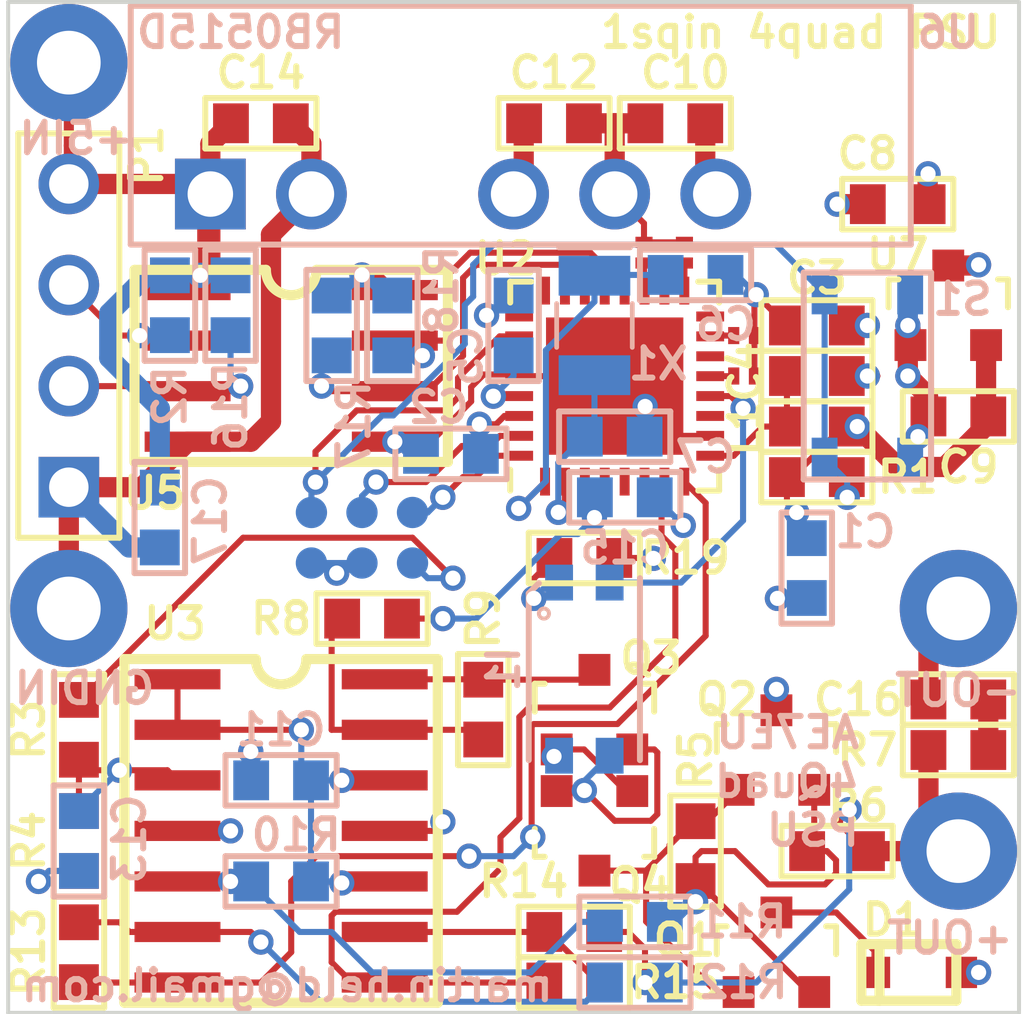
<source format=kicad_pcb>
(kicad_pcb (version 20171130) (host pcbnew "(5.0.0)")

  (general
    (thickness 1.5748)
    (drawings 16)
    (tracks 466)
    (zones 0)
    (modules 60)
    (nets 41)
  )

  (page A)
  (title_block
    (title "7th Area QSO Party Pixie Plaque")
    (date 2017-03-14)
    (rev A)
    (company "Central Oregon DX Club")
    (comment 1 "Design by Martin Held, AE7EU")
  )

  (layers
    (0 F.Cu signal)
    (1 In1.Cu signal)
    (2 In2.Cu signal)
    (31 B.Cu signal)
    (34 B.Paste user hide)
    (35 F.Paste user hide)
    (36 B.SilkS user)
    (37 F.SilkS user)
    (38 B.Mask user)
    (39 F.Mask user)
    (40 Dwgs.User user hide)
    (41 Cmts.User user)
    (44 Edge.Cuts user)
    (45 Margin user)
    (46 B.CrtYd user)
    (47 F.CrtYd user)
    (48 B.Fab user)
    (49 F.Fab user hide)
  )

  (setup
    (last_trace_width 0.1524)
    (user_trace_width 0.1524)
    (user_trace_width 0.2032)
    (user_trace_width 0.254)
    (user_trace_width 0.381)
    (user_trace_width 0.508)
    (user_trace_width 0.635)
    (user_trace_width 0.889)
    (user_trace_width 1.27)
    (trace_clearance 0.1524)
    (zone_clearance 0.254)
    (zone_45_only no)
    (trace_min 0.1524)
    (segment_width 0.2)
    (edge_width 0.1)
    (via_size 0.635)
    (via_drill 0.381)
    (via_min_size 0.635)
    (via_min_drill 0.381)
    (user_via 0.635 0.381)
    (user_via 0.635 0.381)
    (user_via 0.889 0.635)
    (user_via 0.889 0.635)
    (user_via 1.27 0.889)
    (user_via 1.27 0.889)
    (user_via 1.905 1.524)
    (user_via 1.905 1.524)
    (uvia_size 0.508)
    (uvia_drill 0.127)
    (uvias_allowed no)
    (uvia_min_size 0.508)
    (uvia_min_drill 0.127)
    (pcb_text_width 0.3)
    (pcb_text_size 1.5 1.5)
    (mod_edge_width 0.15)
    (mod_text_size 0.762 0.762)
    (mod_text_width 0.1524)
    (pad_size 0.9906 0.9906)
    (pad_drill 0.9906)
    (pad_to_mask_clearance 0)
    (aux_axis_origin 0 0)
    (visible_elements 7FFFFF7F)
    (pcbplotparams
      (layerselection 0x010fc_ffffffff)
      (usegerberextensions true)
      (usegerberattributes false)
      (usegerberadvancedattributes false)
      (creategerberjobfile false)
      (excludeedgelayer true)
      (linewidth 0.152400)
      (plotframeref false)
      (viasonmask false)
      (mode 1)
      (useauxorigin false)
      (hpglpennumber 1)
      (hpglpenspeed 20)
      (hpglpendiameter 15.000000)
      (psnegative false)
      (psa4output false)
      (plotreference true)
      (plotvalue true)
      (plotinvisibletext false)
      (padsonsilk false)
      (subtractmaskfromsilk true)
      (outputformat 1)
      (mirror false)
      (drillshape 0)
      (scaleselection 1)
      (outputdirectory "Gerber/"))
  )

  (net 0 "")
  (net 1 GND)
  (net 2 RST)
  (net 3 "Net-(C5-Pad1)")
  (net 4 "Net-(C6-Pad1)")
  (net 5 +3.3V)
  (net 6 VDDA)
  (net 7 SWDIO)
  (net 8 SWCLK)
  (net 9 "Net-(C7-Pad1)")
  (net 10 +15V)
  (net 11 -15V)
  (net 12 "Net-(C13-Pad1)")
  (net 13 DAC)
  (net 14 "Net-(C16-Pad1)")
  (net 15 "Net-(D1-Pad2)")
  (net 16 SENSE_I)
  (net 17 SENSE_V)
  (net 18 "Net-(R8-Pad2)")
  (net 19 "Net-(R10-Pad2)")
  (net 20 VREF)
  (net 21 "Net-(R12-Pad1)")
  (net 22 CURRENT)
  (net 23 "Net-(R14-Pad1)")
  (net 24 VOLTAGE)
  (net 25 GNDF)
  (net 26 +5V)
  (net 27 IN_SDA)
  (net 28 IN_SCL)
  (net 29 "Net-(I1-Pad4)")
  (net 30 "Net-(I1-Pad1)")
  (net 31 "Net-(I1-Pad3)")
  (net 32 "Net-(Q1-Pad1)")
  (net 33 "Net-(Q3-Pad3)")
  (net 34 SDA_MSTR)
  (net 35 SCL_MSTR)
  (net 36 OUT_EN)
  (net 37 "Net-(R20-Pad1)")
  (net 38 "Net-(R21-Pad1)")
  (net 39 "Net-(R22-Pad1)")
  (net 40 "Net-(R23-Pad1)")

  (net_class Default "This is the default net class."
    (clearance 0.1524)
    (trace_width 0.1524)
    (via_dia 0.635)
    (via_drill 0.381)
    (uvia_dia 0.508)
    (uvia_drill 0.127)
    (add_net +15V)
    (add_net +3.3V)
    (add_net +5V)
    (add_net -15V)
    (add_net CURRENT)
    (add_net DAC)
    (add_net GND)
    (add_net GNDF)
    (add_net IN_SCL)
    (add_net IN_SDA)
    (add_net "Net-(C13-Pad1)")
    (add_net "Net-(C16-Pad1)")
    (add_net "Net-(C5-Pad1)")
    (add_net "Net-(C6-Pad1)")
    (add_net "Net-(C7-Pad1)")
    (add_net "Net-(D1-Pad2)")
    (add_net "Net-(I1-Pad1)")
    (add_net "Net-(I1-Pad3)")
    (add_net "Net-(I1-Pad4)")
    (add_net "Net-(Q1-Pad1)")
    (add_net "Net-(Q3-Pad3)")
    (add_net "Net-(R10-Pad2)")
    (add_net "Net-(R12-Pad1)")
    (add_net "Net-(R14-Pad1)")
    (add_net "Net-(R20-Pad1)")
    (add_net "Net-(R21-Pad1)")
    (add_net "Net-(R22-Pad1)")
    (add_net "Net-(R23-Pad1)")
    (add_net "Net-(R8-Pad2)")
    (add_net OUT_EN)
    (add_net RST)
    (add_net SCL_MSTR)
    (add_net SDA_MSTR)
    (add_net SENSE_I)
    (add_net SENSE_V)
    (add_net SWCLK)
    (add_net SWDIO)
    (add_net VDDA)
    (add_net VOLTAGE)
    (add_net VREF)
  )

  (module mheld_std:C0603 (layer B.Cu) (tedit 5408865B) (tstamp 5B6D2E03)
    (at 45.466 39.624 90)
    (descr "SMT capacitor, 0603")
    (path /58CA3CAE)
    (fp_text reference C1 (at 0.9144 1.4732 180) (layer B.SilkS)
      (effects (font (size 0.762 0.762) (thickness 0.1524)) (justify mirror))
    )
    (fp_text value 0.1u (at 0 -0.635 90) (layer B.SilkS) hide
      (effects (font (size 0.762 0.762) (thickness 0.1524)) (justify mirror))
    )
    (fp_line (start 1.397 0.635) (end -1.397 0.635) (layer B.SilkS) (width 0.15))
    (fp_line (start 1.397 -0.635) (end 1.397 0.635) (layer B.SilkS) (width 0.15))
    (fp_line (start -1.397 -0.635) (end 1.397 -0.635) (layer B.SilkS) (width 0.15))
    (fp_line (start -1.397 0.635) (end -1.397 -0.635) (layer B.SilkS) (width 0.15))
    (pad 2 smd rect (at -0.75184 0 90) (size 0.89916 1.00076) (layers B.Cu B.Paste B.Mask)
      (net 1 GND))
    (pad 1 smd rect (at 0.75184 0 90) (size 0.89916 1.00076) (layers B.Cu B.Paste B.Mask)
      (net 5 +3.3V))
    (model smd/capacitors/c_0603.wrl
      (at (xyz 0 0 0))
      (scale (xyz 1 1 1))
      (rotate (xyz 0 0 0))
    )
  )

  (module mheld_std:C0603 (layer B.Cu) (tedit 5408865B) (tstamp 5B6D34F5)
    (at 36.5252 36.7538)
    (descr "SMT capacitor, 0603")
    (path /58CA3D49)
    (fp_text reference C2 (at -0.3048 -1.1684) (layer B.SilkS)
      (effects (font (size 0.762 0.762) (thickness 0.1524)) (justify mirror))
    )
    (fp_text value 0.1u (at 0 -0.635) (layer B.SilkS) hide
      (effects (font (size 0.762 0.762) (thickness 0.1524)) (justify mirror))
    )
    (fp_line (start -1.397 0.635) (end -1.397 -0.635) (layer B.SilkS) (width 0.15))
    (fp_line (start -1.397 -0.635) (end 1.397 -0.635) (layer B.SilkS) (width 0.15))
    (fp_line (start 1.397 -0.635) (end 1.397 0.635) (layer B.SilkS) (width 0.15))
    (fp_line (start 1.397 0.635) (end -1.397 0.635) (layer B.SilkS) (width 0.15))
    (pad 1 smd rect (at 0.75184 0) (size 0.89916 1.00076) (layers B.Cu B.Paste B.Mask)
      (net 5 +3.3V))
    (pad 2 smd rect (at -0.75184 0) (size 0.89916 1.00076) (layers B.Cu B.Paste B.Mask)
      (net 1 GND))
    (model smd/capacitors/c_0603.wrl
      (at (xyz 0 0 0))
      (scale (xyz 1 1 1))
      (rotate (xyz 0 0 0))
    )
  )

  (module mheld_std:C0603 (layer F.Cu) (tedit 5408865B) (tstamp 5B6D3510)
    (at 45.72 33.528)
    (descr "SMT capacitor, 0603")
    (path /5A9AEDCE)
    (fp_text reference C3 (at 0 -1.1938) (layer F.SilkS)
      (effects (font (size 0.762 0.762) (thickness 0.1524)))
    )
    (fp_text value 0.1u (at 0 0.635) (layer F.SilkS) hide
      (effects (font (size 0.762 0.762) (thickness 0.1524)))
    )
    (fp_line (start -1.397 -0.635) (end -1.397 0.635) (layer F.SilkS) (width 0.15))
    (fp_line (start -1.397 0.635) (end 1.397 0.635) (layer F.SilkS) (width 0.15))
    (fp_line (start 1.397 0.635) (end 1.397 -0.635) (layer F.SilkS) (width 0.15))
    (fp_line (start 1.397 -0.635) (end -1.397 -0.635) (layer F.SilkS) (width 0.15))
    (pad 1 smd rect (at 0.75184 0) (size 0.89916 1.00076) (layers F.Cu F.Paste F.Mask)
      (net 5 +3.3V))
    (pad 2 smd rect (at -0.75184 0) (size 0.89916 1.00076) (layers F.Cu F.Paste F.Mask)
      (net 1 GND))
    (model smd/capacitors/c_0603.wrl
      (at (xyz 0 0 0))
      (scale (xyz 1 1 1))
      (rotate (xyz 0 0 0))
    )
  )

  (module mheld_std:C0603 (layer F.Cu) (tedit 5408865B) (tstamp 5B6D352B)
    (at 45.72 34.798 180)
    (descr "SMT capacitor, 0603")
    (path /5A9DA018)
    (fp_text reference C4 (at 1.8034 0.1016 270) (layer F.SilkS)
      (effects (font (size 0.762 0.762) (thickness 0.1524)))
    )
    (fp_text value 0.1u (at 0 0.635 180) (layer F.SilkS) hide
      (effects (font (size 0.762 0.762) (thickness 0.1524)))
    )
    (fp_line (start 1.397 -0.635) (end -1.397 -0.635) (layer F.SilkS) (width 0.15))
    (fp_line (start 1.397 0.635) (end 1.397 -0.635) (layer F.SilkS) (width 0.15))
    (fp_line (start -1.397 0.635) (end 1.397 0.635) (layer F.SilkS) (width 0.15))
    (fp_line (start -1.397 -0.635) (end -1.397 0.635) (layer F.SilkS) (width 0.15))
    (pad 2 smd rect (at -0.75184 0 180) (size 0.89916 1.00076) (layers F.Cu F.Paste F.Mask)
      (net 1 GND))
    (pad 1 smd rect (at 0.75184 0 180) (size 0.89916 1.00076) (layers F.Cu F.Paste F.Mask)
      (net 6 VDDA))
    (model smd/capacitors/c_0603.wrl
      (at (xyz 0 0 0))
      (scale (xyz 1 1 1))
      (rotate (xyz 0 0 0))
    )
  )

  (module mheld_std:C0603 (layer B.Cu) (tedit 5408865B) (tstamp 5B6D2E2B)
    (at 38.1 33.528 270)
    (descr "SMT capacitor, 0603")
    (path /5A9C2E6F)
    (fp_text reference C5 (at 0.762 1.1938 270) (layer B.SilkS)
      (effects (font (size 0.762 0.762) (thickness 0.1524)) (justify mirror))
    )
    (fp_text value 0.1u (at 0 -0.635 270) (layer B.SilkS) hide
      (effects (font (size 0.762 0.762) (thickness 0.1524)) (justify mirror))
    )
    (fp_line (start -1.397 0.635) (end -1.397 -0.635) (layer B.SilkS) (width 0.15))
    (fp_line (start -1.397 -0.635) (end 1.397 -0.635) (layer B.SilkS) (width 0.15))
    (fp_line (start 1.397 -0.635) (end 1.397 0.635) (layer B.SilkS) (width 0.15))
    (fp_line (start 1.397 0.635) (end -1.397 0.635) (layer B.SilkS) (width 0.15))
    (pad 1 smd rect (at 0.75184 0 270) (size 0.89916 1.00076) (layers B.Cu B.Paste B.Mask)
      (net 3 "Net-(C5-Pad1)"))
    (pad 2 smd rect (at -0.75184 0 270) (size 0.89916 1.00076) (layers B.Cu B.Paste B.Mask)
      (net 1 GND))
    (model smd/capacitors/c_0603.wrl
      (at (xyz 0 0 0))
      (scale (xyz 1 1 1))
      (rotate (xyz 0 0 0))
    )
  )

  (module mheld_std:C0603 (layer B.Cu) (tedit 5408865B) (tstamp 5B87D6DC)
    (at 42.672 32.258 180)
    (descr "SMT capacitor, 0603")
    (path /58C9DA48)
    (fp_text reference C6 (at -0.762 -1.2446 180) (layer B.SilkS)
      (effects (font (size 0.762 0.762) (thickness 0.1524)) (justify mirror))
    )
    (fp_text value 12p (at 0 -0.635 180) (layer B.SilkS) hide
      (effects (font (size 0.762 0.762) (thickness 0.1524)) (justify mirror))
    )
    (fp_line (start 1.397 0.635) (end -1.397 0.635) (layer B.SilkS) (width 0.15))
    (fp_line (start 1.397 -0.635) (end 1.397 0.635) (layer B.SilkS) (width 0.15))
    (fp_line (start -1.397 -0.635) (end 1.397 -0.635) (layer B.SilkS) (width 0.15))
    (fp_line (start -1.397 0.635) (end -1.397 -0.635) (layer B.SilkS) (width 0.15))
    (pad 2 smd rect (at -0.75184 0 180) (size 0.89916 1.00076) (layers B.Cu B.Paste B.Mask)
      (net 1 GND))
    (pad 1 smd rect (at 0.75184 0 180) (size 0.89916 1.00076) (layers B.Cu B.Paste B.Mask)
      (net 4 "Net-(C6-Pad1)"))
    (model smd/capacitors/c_0603.wrl
      (at (xyz 0 0 0))
      (scale (xyz 1 1 1))
      (rotate (xyz 0 0 0))
    )
  )

  (module mheld_std:C0603 (layer B.Cu) (tedit 5408865B) (tstamp 5B6D2E3F)
    (at 40.64 36.322 180)
    (descr "SMT capacitor, 0603")
    (path /58C9DA4A)
    (fp_text reference C7 (at -2.286 -0.508 180) (layer B.SilkS)
      (effects (font (size 0.762 0.762) (thickness 0.1524)) (justify mirror))
    )
    (fp_text value 12p (at 0 -0.635 180) (layer B.SilkS) hide
      (effects (font (size 0.762 0.762) (thickness 0.1524)) (justify mirror))
    )
    (fp_line (start -1.397 0.635) (end -1.397 -0.635) (layer B.SilkS) (width 0.15))
    (fp_line (start -1.397 -0.635) (end 1.397 -0.635) (layer B.SilkS) (width 0.15))
    (fp_line (start 1.397 -0.635) (end 1.397 0.635) (layer B.SilkS) (width 0.15))
    (fp_line (start 1.397 0.635) (end -1.397 0.635) (layer B.SilkS) (width 0.15))
    (pad 1 smd rect (at 0.75184 0 180) (size 0.89916 1.00076) (layers B.Cu B.Paste B.Mask)
      (net 9 "Net-(C7-Pad1)"))
    (pad 2 smd rect (at -0.75184 0 180) (size 0.89916 1.00076) (layers B.Cu B.Paste B.Mask)
      (net 1 GND))
    (model smd/capacitors/c_0603.wrl
      (at (xyz 0 0 0))
      (scale (xyz 1 1 1))
      (rotate (xyz 0 0 0))
    )
  )

  (module mheld_std:C0603 (layer F.Cu) (tedit 5408865B) (tstamp 5B6D2E49)
    (at 47.752 30.48)
    (descr "SMT capacitor, 0603")
    (path /5AA37C39)
    (fp_text reference C8 (at -0.762 -1.27) (layer F.SilkS)
      (effects (font (size 0.762 0.762) (thickness 0.1524)))
    )
    (fp_text value 1.0u (at 0 0.635) (layer F.SilkS) hide
      (effects (font (size 0.762 0.762) (thickness 0.1524)))
    )
    (fp_line (start -1.397 -0.635) (end -1.397 0.635) (layer F.SilkS) (width 0.15))
    (fp_line (start -1.397 0.635) (end 1.397 0.635) (layer F.SilkS) (width 0.15))
    (fp_line (start 1.397 0.635) (end 1.397 -0.635) (layer F.SilkS) (width 0.15))
    (fp_line (start 1.397 -0.635) (end -1.397 -0.635) (layer F.SilkS) (width 0.15))
    (pad 1 smd rect (at 0.75184 0) (size 0.89916 1.00076) (layers F.Cu F.Paste F.Mask)
      (net 10 +15V))
    (pad 2 smd rect (at -0.75184 0) (size 0.89916 1.00076) (layers F.Cu F.Paste F.Mask)
      (net 1 GND))
    (model smd/capacitors/c_0603.wrl
      (at (xyz 0 0 0))
      (scale (xyz 1 1 1))
      (rotate (xyz 0 0 0))
    )
  )

  (module mheld_std:C0603 (layer F.Cu) (tedit 5408865B) (tstamp 5B6D2E53)
    (at 49.276 35.814)
    (descr "SMT capacitor, 0603")
    (path /5AA3B3FA)
    (fp_text reference C9 (at 0.254 1.27) (layer F.SilkS)
      (effects (font (size 0.762 0.762) (thickness 0.1524)))
    )
    (fp_text value 1.0u (at 0 0.635) (layer F.SilkS) hide
      (effects (font (size 0.762 0.762) (thickness 0.1524)))
    )
    (fp_line (start 1.397 -0.635) (end -1.397 -0.635) (layer F.SilkS) (width 0.15))
    (fp_line (start 1.397 0.635) (end 1.397 -0.635) (layer F.SilkS) (width 0.15))
    (fp_line (start -1.397 0.635) (end 1.397 0.635) (layer F.SilkS) (width 0.15))
    (fp_line (start -1.397 -0.635) (end -1.397 0.635) (layer F.SilkS) (width 0.15))
    (pad 2 smd rect (at -0.75184 0) (size 0.89916 1.00076) (layers F.Cu F.Paste F.Mask)
      (net 1 GND))
    (pad 1 smd rect (at 0.75184 0) (size 0.89916 1.00076) (layers F.Cu F.Paste F.Mask)
      (net 5 +3.3V))
    (model smd/capacitors/c_0603.wrl
      (at (xyz 0 0 0))
      (scale (xyz 1 1 1))
      (rotate (xyz 0 0 0))
    )
  )

  (module mheld_std:C0603 (layer B.Cu) (tedit 5408865B) (tstamp 5B6D2E5D)
    (at 32.258 44.958)
    (descr "SMT capacitor, 0603")
    (path /5B8D41C5)
    (fp_text reference C11 (at 0 -1.27) (layer B.SilkS)
      (effects (font (size 0.762 0.762) (thickness 0.1524)) (justify mirror))
    )
    (fp_text value 0.001u (at 0 -0.635) (layer B.SilkS) hide
      (effects (font (size 0.762 0.762) (thickness 0.1524)) (justify mirror))
    )
    (fp_line (start 1.397 0.635) (end -1.397 0.635) (layer B.SilkS) (width 0.15))
    (fp_line (start 1.397 -0.635) (end 1.397 0.635) (layer B.SilkS) (width 0.15))
    (fp_line (start -1.397 -0.635) (end 1.397 -0.635) (layer B.SilkS) (width 0.15))
    (fp_line (start -1.397 0.635) (end -1.397 -0.635) (layer B.SilkS) (width 0.15))
    (pad 2 smd rect (at -0.75184 0) (size 0.89916 1.00076) (layers B.Cu B.Paste B.Mask)
      (net 1 GND))
    (pad 1 smd rect (at 0.75184 0) (size 0.89916 1.00076) (layers B.Cu B.Paste B.Mask)
      (net 20 VREF))
    (model smd/capacitors/c_0603.wrl
      (at (xyz 0 0 0))
      (scale (xyz 1 1 1))
      (rotate (xyz 0 0 0))
    )
  )

  (module mheld_std:R0603 (layer F.Cu) (tedit 541C5381) (tstamp 5B6D2E7C)
    (at 45.72 36.068)
    (descr "SMT Resistor, 0603")
    (path /5A99DC4D)
    (fp_text reference L1 (at -1.8034 0.0508 90) (layer F.SilkS)
      (effects (font (size 0.762 0.762) (thickness 0.1524)))
    )
    (fp_text value FB (at -0.00254 1.55448) (layer F.SilkS) hide
      (effects (font (size 0.762 0.762) (thickness 0.1524)))
    )
    (fp_line (start -1.397 -0.635) (end 1.397 -0.635) (layer F.SilkS) (width 0.15))
    (fp_line (start 1.397 -0.635) (end 1.397 0.635) (layer F.SilkS) (width 0.15))
    (fp_line (start 1.397 0.635) (end -1.397 0.635) (layer F.SilkS) (width 0.15))
    (fp_line (start -1.397 0.635) (end -1.397 -0.635) (layer F.SilkS) (width 0.15))
    (pad 1 smd rect (at 0.75184 0) (size 0.89916 1.00076) (layers F.Cu F.Paste F.Mask)
      (net 5 +3.3V))
    (pad 2 smd rect (at -0.75184 0) (size 0.89916 1.00076) (layers F.Cu F.Paste F.Mask)
      (net 6 VDDA))
    (model smd/resistors/R0603.wrl
      (at (xyz 0 0 0))
      (scale (xyz 0.393 0.393 0.393))
      (rotate (xyz 0 0 0))
    )
  )

  (module mheld_std:R0603 (layer F.Cu) (tedit 541C5381) (tstamp 5B6D2E99)
    (at 45.72 37.338 180)
    (descr "SMT Resistor, 0603")
    (path /58CA32AA)
    (fp_text reference R1 (at -2.286 0 180) (layer F.SilkS)
      (effects (font (size 0.762 0.762) (thickness 0.1524)))
    )
    (fp_text value 47k (at -0.00254 1.55448 180) (layer F.SilkS) hide
      (effects (font (size 0.762 0.762) (thickness 0.1524)))
    )
    (fp_line (start -1.397 0.635) (end -1.397 -0.635) (layer F.SilkS) (width 0.15))
    (fp_line (start 1.397 0.635) (end -1.397 0.635) (layer F.SilkS) (width 0.15))
    (fp_line (start 1.397 -0.635) (end 1.397 0.635) (layer F.SilkS) (width 0.15))
    (fp_line (start -1.397 -0.635) (end 1.397 -0.635) (layer F.SilkS) (width 0.15))
    (pad 2 smd rect (at -0.75184 0 180) (size 0.89916 1.00076) (layers F.Cu F.Paste F.Mask)
      (net 2 RST))
    (pad 1 smd rect (at 0.75184 0 180) (size 0.89916 1.00076) (layers F.Cu F.Paste F.Mask)
      (net 5 +3.3V))
    (model smd/resistors/R0603.wrl
      (at (xyz 0 0 0))
      (scale (xyz 0.393 0.393 0.393))
      (rotate (xyz 0 0 0))
    )
  )

  (module mheld_std:PTS810_42x32 (layer B.Cu) (tedit 59B7260E) (tstamp 5B6D2EAF)
    (at 46.99 34.798 90)
    (path /58C8B0AA)
    (fp_text reference S1 (at 1.9304 2.3876) (layer B.SilkS)
      (effects (font (size 0.762 0.762) (thickness 0.1524)) (justify mirror))
    )
    (fp_text value pushbutton (at 0 2.3 90) (layer B.SilkS) hide
      (effects (font (size 0.762 0.762) (thickness 0.1524)) (justify mirror))
    )
    (fp_line (start -2.6 1.6) (end -2.6 -1.6) (layer B.SilkS) (width 0.1524))
    (fp_line (start 2.6 -1.6) (end -2.6 -1.6) (layer B.SilkS) (width 0.1524))
    (fp_line (start 2.6 1.6) (end 2.6 -1.6) (layer B.SilkS) (width 0.1524))
    (fp_line (start -2.6 1.6) (end 2.6 1.6) (layer B.SilkS) (width 0.1524))
    (pad 1 smd rect (at -2.075 1.075 90) (size 1.05 0.65) (layers B.Cu B.Paste B.Mask)
      (net 1 GND))
    (pad 1 smd rect (at 2.075 1.075 90) (size 1.05 0.65) (layers B.Cu B.Paste B.Mask)
      (net 1 GND))
    (pad 2 smd rect (at -2.075 -1.075 90) (size 1.05 0.65) (layers B.Cu B.Paste B.Mask)
      (net 2 RST))
    (pad 2 smd rect (at 2.075 -1.075 90) (size 1.05 0.65) (layers B.Cu B.Paste B.Mask)
      (net 2 RST))
  )

  (module mheld_std:TH0-80 (layer F.Cu) (tedit 5AA09487) (tstamp 5B6D2EB4)
    (at 49.276 46.736)
    (path /5AA35565)
    (fp_text reference TH1 (at 0 2.54) (layer F.SilkS) hide
      (effects (font (size 0.762 0.762) (thickness 0.1524)))
    )
    (fp_text value TP (at 0 -2.54) (layer F.SilkS) hide
      (effects (font (size 0.762 0.762) (thickness 0.1524)))
    )
    (pad 1 thru_hole circle (at 0 0) (size 2.9464 2.9464) (drill 1.6002) (layers *.Cu *.Mask)
      (net 17 SENSE_V))
  )

  (module mheld_std:TH0-80 (layer F.Cu) (tedit 5AA09487) (tstamp 5B87C876)
    (at 49.276 40.64 180)
    (path /5AA3982C)
    (fp_text reference TH2 (at 0 2.54 180) (layer F.SilkS) hide
      (effects (font (size 0.762 0.762) (thickness 0.1524)))
    )
    (fp_text value TP (at 0 -2.54 180) (layer F.SilkS) hide
      (effects (font (size 0.762 0.762) (thickness 0.1524)))
    )
    (pad 1 thru_hole circle (at 0 0 180) (size 2.9464 2.9464) (drill 1.6002) (layers *.Cu *.Mask)
      (net 1 GND))
  )

  (module mheld_std:TH0-80 (layer F.Cu) (tedit 5AA09487) (tstamp 5B6D2EBE)
    (at 26.924 26.924)
    (path /5AA3AD57)
    (fp_text reference TH3 (at 0 2.54) (layer F.SilkS) hide
      (effects (font (size 0.762 0.762) (thickness 0.1524)))
    )
    (fp_text value TP (at 0 -2.54) (layer F.SilkS) hide
      (effects (font (size 0.762 0.762) (thickness 0.1524)))
    )
    (pad 1 thru_hole circle (at 0 0) (size 2.9464 2.9464) (drill 1.6002) (layers *.Cu *.Mask)
      (net 26 +5V))
  )

  (module mheld_std:TH0-80 (layer F.Cu) (tedit 5AA09487) (tstamp 5B6D2EC3)
    (at 26.924 40.64)
    (path /5AA3AD66)
    (fp_text reference TH4 (at 0 2.54) (layer F.SilkS) hide
      (effects (font (size 0.762 0.762) (thickness 0.1524)))
    )
    (fp_text value TP (at 0 -2.54) (layer F.SilkS) hide
      (effects (font (size 0.762 0.762) (thickness 0.1524)))
    )
    (pad 1 thru_hole circle (at 0 0) (size 2.9464 2.9464) (drill 1.6002) (layers *.Cu *.Mask)
      (net 25 GNDF))
  )

  (module mheld_std:QFN-32-1EP_5x5mm_P0.5mm_EP3.45x3.45mm (layer F.Cu) (tedit 5B85E6A0) (tstamp 5B6D2F1A)
    (at 40.64 35.052 90)
    (descr "UH Package; 32-Lead Plastic QFN (5mm x 5mm); (see Linear Technology QFN_32_05-08-1693.pdf)")
    (tags "QFN 0.5")
    (path /5A96CF52)
    (attr smd)
    (fp_text reference U2 (at 3.2004 -2.7432 180) (layer F.SilkS)
      (effects (font (size 0.762 0.762) (thickness 0.1524)))
    )
    (fp_text value ATSAMD21E (at 0 3.75 90) (layer F.Fab) hide
      (effects (font (size 0.762 0.762) (thickness 0.1524)))
    )
    (fp_text user %R (at 0 0 90) (layer F.Fab) hide
      (effects (font (size 1 1) (thickness 0.15)))
    )
    (fp_line (start -1.5 -2.5) (end 2.5 -2.5) (layer F.Fab) (width 0.15))
    (fp_line (start 2.5 -2.5) (end 2.5 2.5) (layer F.Fab) (width 0.15))
    (fp_line (start 2.5 2.5) (end -2.5 2.5) (layer F.Fab) (width 0.15))
    (fp_line (start -2.5 2.5) (end -2.5 -1.5) (layer F.Fab) (width 0.15))
    (fp_line (start -2.5 -1.5) (end -1.5 -2.5) (layer F.Fab) (width 0.15))
    (fp_line (start -3 -3) (end -3 3) (layer F.CrtYd) (width 0.05))
    (fp_line (start 3 -3) (end 3 3) (layer F.CrtYd) (width 0.05))
    (fp_line (start -3 -3) (end 3 -3) (layer F.CrtYd) (width 0.05))
    (fp_line (start -3 3) (end 3 3) (layer F.CrtYd) (width 0.05))
    (fp_line (start 2.625 -2.625) (end 2.625 -2.1) (layer F.SilkS) (width 0.15))
    (fp_line (start -2.625 2.625) (end -2.625 2.1) (layer F.SilkS) (width 0.15))
    (fp_line (start 2.625 2.625) (end 2.625 2.1) (layer F.SilkS) (width 0.15))
    (fp_line (start -2.625 -2.625) (end -2.1 -2.625) (layer F.SilkS) (width 0.15))
    (fp_line (start -2.625 2.625) (end -2.1 2.625) (layer F.SilkS) (width 0.15))
    (fp_line (start 2.625 2.625) (end 2.1 2.625) (layer F.SilkS) (width 0.15))
    (fp_line (start 2.625 -2.625) (end 2.1 -2.625) (layer F.SilkS) (width 0.15))
    (pad 1 smd rect (at -2.4 -1.75 90) (size 0.7 0.25) (layers F.Cu F.Paste F.Mask)
      (net 4 "Net-(C6-Pad1)"))
    (pad 2 smd rect (at -2.4 -1.25 90) (size 0.7 0.25) (layers F.Cu F.Paste F.Mask)
      (net 9 "Net-(C7-Pad1)"))
    (pad 3 smd rect (at -2.4 -0.75 90) (size 0.7 0.25) (layers F.Cu F.Paste F.Mask)
      (net 13 DAC))
    (pad 4 smd rect (at -2.4 -0.25 90) (size 0.7 0.25) (layers F.Cu F.Paste F.Mask))
    (pad 5 smd rect (at -2.4 0.25 90) (size 0.7 0.25) (layers F.Cu F.Paste F.Mask))
    (pad 6 smd rect (at -2.4 0.75 90) (size 0.7 0.25) (layers F.Cu F.Paste F.Mask))
    (pad 7 smd rect (at -2.4 1.25 90) (size 0.7 0.25) (layers F.Cu F.Paste F.Mask)
      (net 24 VOLTAGE))
    (pad 8 smd rect (at -2.4 1.75 90) (size 0.7 0.25) (layers F.Cu F.Paste F.Mask)
      (net 22 CURRENT))
    (pad 9 smd rect (at -1.75 2.4 180) (size 0.7 0.25) (layers F.Cu F.Paste F.Mask)
      (net 6 VDDA))
    (pad 10 smd rect (at -1.25 2.4 180) (size 0.7 0.25) (layers F.Cu F.Paste F.Mask)
      (net 1 GND))
    (pad 11 smd rect (at -0.75 2.4 180) (size 0.7 0.25) (layers F.Cu F.Paste F.Mask))
    (pad 12 smd rect (at -0.25 2.4 180) (size 0.7 0.25) (layers F.Cu F.Paste F.Mask)
      (net 36 OUT_EN))
    (pad 13 smd rect (at 0.25 2.4 180) (size 0.7 0.25) (layers F.Cu F.Paste F.Mask)
      (net 37 "Net-(R20-Pad1)"))
    (pad 14 smd rect (at 0.75 2.4 180) (size 0.7 0.25) (layers F.Cu F.Paste F.Mask))
    (pad 15 smd rect (at 1.25 2.4 180) (size 0.7 0.25) (layers F.Cu F.Paste F.Mask)
      (net 38 "Net-(R21-Pad1)"))
    (pad 16 smd rect (at 1.75 2.4 180) (size 0.7 0.25) (layers F.Cu F.Paste F.Mask))
    (pad 17 smd rect (at 2.4 1.75 90) (size 0.7 0.25) (layers F.Cu F.Paste F.Mask)
      (net 39 "Net-(R22-Pad1)"))
    (pad 18 smd rect (at 2.4 1.25 90) (size 0.7 0.25) (layers F.Cu F.Paste F.Mask))
    (pad 19 smd rect (at 2.4 0.75 90) (size 0.7 0.25) (layers F.Cu F.Paste F.Mask)
      (net 40 "Net-(R23-Pad1)"))
    (pad 20 smd rect (at 2.4 0.25 90) (size 0.7 0.25) (layers F.Cu F.Paste F.Mask))
    (pad 21 smd rect (at 2.4 -0.25 90) (size 0.7 0.25) (layers F.Cu F.Paste F.Mask)
      (net 34 SDA_MSTR))
    (pad 22 smd rect (at 2.4 -0.75 90) (size 0.7 0.25) (layers F.Cu F.Paste F.Mask)
      (net 35 SCL_MSTR))
    (pad 23 smd rect (at 2.4 -1.25 90) (size 0.7 0.25) (layers F.Cu F.Paste F.Mask))
    (pad 24 smd rect (at 2.4 -1.75 90) (size 0.7 0.25) (layers F.Cu F.Paste F.Mask))
    (pad 25 smd rect (at 1.75 -2.4 180) (size 0.7 0.25) (layers F.Cu F.Paste F.Mask))
    (pad 26 smd rect (at 1.25 -2.4 180) (size 0.7 0.25) (layers F.Cu F.Paste F.Mask)
      (net 2 RST))
    (pad 27 smd rect (at 0.75 -2.4 180) (size 0.7 0.25) (layers F.Cu F.Paste F.Mask))
    (pad 28 smd rect (at 0.25 -2.4 180) (size 0.7 0.25) (layers F.Cu F.Paste F.Mask)
      (net 1 GND))
    (pad 29 smd rect (at -0.25 -2.4 180) (size 0.7 0.25) (layers F.Cu F.Paste F.Mask)
      (net 3 "Net-(C5-Pad1)"))
    (pad 30 smd rect (at -0.75 -2.4 180) (size 0.7 0.25) (layers F.Cu F.Paste F.Mask)
      (net 5 +3.3V))
    (pad 31 smd rect (at -1.25 -2.4 180) (size 0.7 0.25) (layers F.Cu F.Paste F.Mask)
      (net 8 SWCLK))
    (pad 32 smd rect (at -1.75 -2.4 180) (size 0.7 0.25) (layers F.Cu F.Paste F.Mask)
      (net 7 SWDIO))
    (pad "" smd rect (at 1.15 1.15 90) (size 0.92 0.92) (layers F.Paste))
    (pad 33 smd rect (at 0 0 90) (size 3.45 3.45) (layers F.Cu F.Mask)
      (net 1 GND))
    (pad "" smd rect (at 0 1.15 90) (size 0.92 0.92) (layers F.Paste))
    (pad "" smd rect (at -1.15 1.15 90) (size 0.92 0.92) (layers F.Paste))
    (pad "" smd rect (at -1.15 0 90) (size 0.92 0.92) (layers F.Paste))
    (pad "" smd rect (at 0 0 90) (size 0.92 0.92) (layers F.Paste))
    (pad "" smd rect (at 1.15 0 90) (size 0.92 0.92) (layers F.Paste))
    (pad "" smd rect (at -1.15 -1.15 90) (size 0.92 0.92) (layers F.Paste))
    (pad "" smd rect (at 0 -1.15 90) (size 0.92 0.92) (layers F.Paste))
    (pad "" smd rect (at 1.15 -1.15 90) (size 0.92 0.92) (layers F.Paste))
    (model ${KISYS3DMOD}/Package_DFN_QFN.3dshapes/QFN-32-1EP_5x5mm_P0.5mm_EP3.45x3.45mm.wrl
      (at (xyz 0 0 0))
      (scale (xyz 1 1 1))
      (rotate (xyz 0 0 0))
    )
  )

  (module RB_DCDC (layer B.Cu) (tedit 5407A5A4) (tstamp 5B6D2F27)
    (at 30.48 30.226)
    (path /5B6B45C0)
    (fp_text reference U6 (at 18.542 -4.064) (layer B.SilkS)
      (effects (font (size 0.762 0.762) (thickness 0.1524)) (justify mirror))
    )
    (fp_text value RB0515D (at 0.762 -4.064) (layer B.SilkS)
      (effects (font (size 0.762 0.762) (thickness 0.1524)) (justify mirror))
    )
    (fp_line (start -2 1.27) (end 17.6 1.27) (layer B.SilkS) (width 0.15))
    (fp_line (start 17.6 1.27) (end 17.6 -4.73) (layer B.SilkS) (width 0.15))
    (fp_line (start 17.6 -4.73) (end -2 -4.73) (layer B.SilkS) (width 0.15))
    (fp_line (start -2 -4.73) (end -2 1.27) (layer B.SilkS) (width 0.15))
    (pad 4 thru_hole circle (at 7.62 0) (size 1.778 1.778) (drill 1.143) (layers *.Cu *.Mask)
      (net 11 -15V))
    (pad 5 thru_hole circle (at 10.16 0) (size 1.778 1.778) (drill 1.143) (layers *.Cu *.Mask)
      (net 1 GND))
    (pad 6 thru_hole circle (at 12.7 0) (size 1.778 1.778) (drill 1.143) (layers *.Cu *.Mask)
      (net 10 +15V))
    (pad 1 thru_hole rect (at 0 0) (size 1.778 1.778) (drill 1.143) (layers *.Cu *.Mask)
      (net 26 +5V))
    (pad 2 thru_hole circle (at 2.54 0) (size 1.778 1.778) (drill 1.143) (layers *.Cu *.Mask)
      (net 25 GNDF))
  )

  (module mheld_std:SOT23 (layer F.Cu) (tedit 54FE24D9) (tstamp 5B6D2F33)
    (at 49.022 33.02)
    (descr "SOT-23, Standard")
    (tags SOT-23)
    (path /5B6CF612)
    (attr smd)
    (fp_text reference U7 (at -1.27 -1.27) (layer F.SilkS)
      (effects (font (size 0.762 0.762) (thickness 0.1524)))
    )
    (fp_text value MCP1754ST-SOT23 (at 0 2.54) (layer F.SilkS) hide
      (effects (font (size 0.762 0.762) (thickness 0.1524)))
    )
    (fp_line (start 1.29916 -0.65024) (end 1.2509 -0.65024) (layer F.SilkS) (width 0.15))
    (fp_line (start -1.49982 0.0508) (end -1.49982 -0.65024) (layer F.SilkS) (width 0.15))
    (fp_line (start -1.49982 -0.65024) (end -1.2509 -0.65024) (layer F.SilkS) (width 0.15))
    (fp_line (start 1.29916 -0.65024) (end 1.49982 -0.65024) (layer F.SilkS) (width 0.15))
    (fp_line (start 1.49982 -0.65024) (end 1.49982 0.0508) (layer F.SilkS) (width 0.15))
    (pad 1 smd rect (at -0.95 1.00076) (size 0.8001 0.8001) (layers F.Cu F.Paste F.Mask)
      (net 1 GND))
    (pad 2 smd rect (at 0.95 1.00076) (size 0.8001 0.8001) (layers F.Cu F.Paste F.Mask)
      (net 5 +3.3V))
    (pad 3 smd rect (at 0 -0.99822) (size 0.8001 0.8001) (layers F.Cu F.Paste F.Mask)
      (net 10 +15V))
    (model Housings_SOT-23_SOT-143_TSOT-6/SOT-23.wrl
      (at (xyz 0 0 0))
      (scale (xyz 1 1 1))
      (rotate (xyz 0 0 0))
    )
  )

  (module mheld_std:Crystal_SMD-2pin_3.2x1.5mm (layer B.Cu) (tedit 5B85E6B3) (tstamp 5B6D2F4A)
    (at 40.132 33.528 270)
    (descr "SMD Crystal EuroQuartz EQ161 series http://cdn-reichelt.de/documents/datenblatt/B400/PG32768C.pdf, 3.2x1.5mm^2 package")
    (tags "SMD SMT crystal")
    (path /58C9DA46)
    (attr smd)
    (fp_text reference X1 (at 0.9652 -1.6002) (layer B.SilkS)
      (effects (font (size 0.762 0.762) (thickness 0.1524)) (justify mirror))
    )
    (fp_text value 32.768kHz (at 0 -1.95 270) (layer B.Fab) hide
      (effects (font (size 0.762 0.762) (thickness 0.1524)) (justify mirror))
    )
    (fp_text user %R (at 0 0 270) (layer B.Fab) hide
      (effects (font (size 0.7 0.7) (thickness 0.105)) (justify mirror))
    )
    (fp_line (start -1.5 0.75) (end 1.5 0.75) (layer B.Fab) (width 0.1))
    (fp_line (start 1.5 0.75) (end 1.6 0.65) (layer B.Fab) (width 0.1))
    (fp_line (start 1.6 0.65) (end 1.6 -0.65) (layer B.Fab) (width 0.1))
    (fp_line (start 1.6 -0.65) (end 1.5 -0.75) (layer B.Fab) (width 0.1))
    (fp_line (start 1.5 -0.75) (end -1.5 -0.75) (layer B.Fab) (width 0.1))
    (fp_line (start -1.5 -0.75) (end -1.6 -0.65) (layer B.Fab) (width 0.1))
    (fp_line (start -1.6 -0.65) (end -1.6 0.65) (layer B.Fab) (width 0.1))
    (fp_line (start -1.6 0.65) (end -1.5 0.75) (layer B.Fab) (width 0.1))
    (fp_line (start -1.6 -0.25) (end -1.1 -0.75) (layer B.Fab) (width 0.1))
    (fp_line (start -0.55 0.95) (end 0.55 0.95) (layer B.SilkS) (width 0.12))
    (fp_line (start -0.55 -0.95) (end 0.55 -0.95) (layer B.SilkS) (width 0.12))
    (fp_line (start -1.95 0.9) (end -1.95 -0.9) (layer B.SilkS) (width 0.12))
    (fp_line (start -2 1.2) (end -2 -1.2) (layer B.CrtYd) (width 0.05))
    (fp_line (start -2 -1.2) (end 2 -1.2) (layer B.CrtYd) (width 0.05))
    (fp_line (start 2 -1.2) (end 2 1.2) (layer B.CrtYd) (width 0.05))
    (fp_line (start 2 1.2) (end -2 1.2) (layer B.CrtYd) (width 0.05))
    (pad 1 smd rect (at -1.25 0 270) (size 1 1.8) (layers B.Cu B.Paste B.Mask)
      (net 4 "Net-(C6-Pad1)"))
    (pad 2 smd rect (at 1.25 0 270) (size 1 1.8) (layers B.Cu B.Paste B.Mask)
      (net 9 "Net-(C7-Pad1)"))
    (model ${KISYS3DMOD}/Crystals.3dshapes/Crystal_SMD_EuroQuartz_EQ161-2pin_3.2x1.5mm.wrl
      (at (xyz 0 0 0))
      (scale (xyz 1 1 1))
      (rotate (xyz 0 0 0))
    )
  )

  (module mheld_std:SOIC8N (layer F.Cu) (tedit 55BFD478) (tstamp 5B6D383B)
    (at 32.512 34.544)
    (descr "Small outline package, narrow (150mil)")
    (path /5B6D86EB)
    (fp_text reference U5 (at -3.429 3.2004) (layer F.SilkS)
      (effects (font (size 0.762 0.762) (thickness 0.1524)))
    )
    (fp_text value SI8600AC (at -2.54 -3.302) (layer F.SilkS) hide
      (effects (font (size 0.762 0.762) (thickness 0.1524)))
    )
    (fp_line (start -3.937 -2.413) (end -3.937 2.413) (layer F.SilkS) (width 0.254))
    (fp_line (start -3.937 2.413) (end 3.937 2.413) (layer F.SilkS) (width 0.254))
    (fp_line (start 3.937 2.413) (end 3.937 -2.413) (layer F.SilkS) (width 0.254))
    (fp_line (start -3.937 -2.413) (end -0.635 -2.413) (layer F.SilkS) (width 0.254))
    (fp_line (start 3.937 -2.413) (end 0.635 -2.413) (layer F.SilkS) (width 0.254))
    (fp_arc (start 0 -2.413) (end -0.635 -2.413) (angle -180) (layer F.SilkS) (width 0.254))
    (pad 1 smd rect (at -2.6035 -1.905) (size 2.159 0.508) (layers F.Cu F.Paste F.Mask)
      (net 26 +5V))
    (pad 2 smd rect (at -2.6035 -0.635) (size 2.159 0.508) (layers F.Cu F.Paste F.Mask)
      (net 27 IN_SDA))
    (pad 3 smd rect (at -2.6035 0.635) (size 2.159 0.508) (layers F.Cu F.Paste F.Mask)
      (net 28 IN_SCL))
    (pad 4 smd rect (at -2.6035 1.905) (size 2.159 0.508) (layers F.Cu F.Paste F.Mask)
      (net 25 GNDF))
    (pad 5 smd rect (at 2.6035 1.905 180) (size 2.159 0.508) (layers F.Cu F.Paste F.Mask)
      (net 1 GND))
    (pad 6 smd rect (at 2.6035 0.635 180) (size 2.159 0.508) (layers F.Cu F.Paste F.Mask)
      (net 35 SCL_MSTR))
    (pad 7 smd rect (at 2.6035 -0.635 180) (size 2.159 0.508) (layers F.Cu F.Paste F.Mask)
      (net 34 SDA_MSTR))
    (pad 8 smd rect (at 2.6035 -1.905 180) (size 2.159 0.508) (layers F.Cu F.Paste F.Mask)
      (net 5 +3.3V))
  )

  (module mheld_std:C0603 (layer F.Cu) (tedit 5408865B) (tstamp 5B6D3F36)
    (at 42.164 28.448)
    (descr "SMT capacitor, 0603")
    (path /5B7AFF5A)
    (fp_text reference C10 (at 0.254 -1.27) (layer F.SilkS)
      (effects (font (size 0.762 0.762) (thickness 0.1524)))
    )
    (fp_text value 0.1u (at 0 0.635) (layer F.SilkS) hide
      (effects (font (size 0.762 0.762) (thickness 0.1524)))
    )
    (fp_line (start -1.397 -0.635) (end -1.397 0.635) (layer F.SilkS) (width 0.15))
    (fp_line (start -1.397 0.635) (end 1.397 0.635) (layer F.SilkS) (width 0.15))
    (fp_line (start 1.397 0.635) (end 1.397 -0.635) (layer F.SilkS) (width 0.15))
    (fp_line (start 1.397 -0.635) (end -1.397 -0.635) (layer F.SilkS) (width 0.15))
    (pad 1 smd rect (at 0.75184 0) (size 0.89916 1.00076) (layers F.Cu F.Paste F.Mask)
      (net 10 +15V))
    (pad 2 smd rect (at -0.75184 0) (size 0.89916 1.00076) (layers F.Cu F.Paste F.Mask)
      (net 1 GND))
    (model smd/capacitors/c_0603.wrl
      (at (xyz 0 0 0))
      (scale (xyz 1 1 1))
      (rotate (xyz 0 0 0))
    )
  )

  (module mheld_std:C0603 (layer F.Cu) (tedit 5408865B) (tstamp 5B6D3F40)
    (at 39.116 28.448 180)
    (descr "SMT capacitor, 0603")
    (path /5B7B3E5D)
    (fp_text reference C12 (at 0 1.27 180) (layer F.SilkS)
      (effects (font (size 0.762 0.762) (thickness 0.1524)))
    )
    (fp_text value 0.1u (at 0 0.635 180) (layer F.SilkS) hide
      (effects (font (size 0.762 0.762) (thickness 0.1524)))
    )
    (fp_line (start 1.397 -0.635) (end -1.397 -0.635) (layer F.SilkS) (width 0.15))
    (fp_line (start 1.397 0.635) (end 1.397 -0.635) (layer F.SilkS) (width 0.15))
    (fp_line (start -1.397 0.635) (end 1.397 0.635) (layer F.SilkS) (width 0.15))
    (fp_line (start -1.397 -0.635) (end -1.397 0.635) (layer F.SilkS) (width 0.15))
    (pad 2 smd rect (at -0.75184 0 180) (size 0.89916 1.00076) (layers F.Cu F.Paste F.Mask)
      (net 1 GND))
    (pad 1 smd rect (at 0.75184 0 180) (size 0.89916 1.00076) (layers F.Cu F.Paste F.Mask)
      (net 11 -15V))
    (model smd/capacitors/c_0603.wrl
      (at (xyz 0 0 0))
      (scale (xyz 1 1 1))
      (rotate (xyz 0 0 0))
    )
  )

  (module mheld_std:C0603 (layer B.Cu) (tedit 5408865B) (tstamp 5B6D3F4A)
    (at 27.178 46.482 90)
    (descr "SMT capacitor, 0603")
    (path /5B6F9E8D)
    (fp_text reference C13 (at 0.0508 1.27 90) (layer B.SilkS)
      (effects (font (size 0.762 0.762) (thickness 0.1524)) (justify mirror))
    )
    (fp_text value 0.001u (at 0 -0.635 90) (layer B.SilkS) hide
      (effects (font (size 0.762 0.762) (thickness 0.1524)) (justify mirror))
    )
    (fp_line (start -1.397 0.635) (end -1.397 -0.635) (layer B.SilkS) (width 0.15))
    (fp_line (start -1.397 -0.635) (end 1.397 -0.635) (layer B.SilkS) (width 0.15))
    (fp_line (start 1.397 -0.635) (end 1.397 0.635) (layer B.SilkS) (width 0.15))
    (fp_line (start 1.397 0.635) (end -1.397 0.635) (layer B.SilkS) (width 0.15))
    (pad 1 smd rect (at 0.75184 0 90) (size 0.89916 1.00076) (layers B.Cu B.Paste B.Mask)
      (net 12 "Net-(C13-Pad1)"))
    (pad 2 smd rect (at -0.75184 0 90) (size 0.89916 1.00076) (layers B.Cu B.Paste B.Mask)
      (net 1 GND))
    (model smd/capacitors/c_0603.wrl
      (at (xyz 0 0 0))
      (scale (xyz 1 1 1))
      (rotate (xyz 0 0 0))
    )
  )

  (module mheld_std:C0603 (layer F.Cu) (tedit 5408865B) (tstamp 5B6D3F54)
    (at 31.75 28.448 180)
    (descr "SMT capacitor, 0603")
    (path /5B7A5C76)
    (fp_text reference C14 (at 0 1.27 180) (layer F.SilkS)
      (effects (font (size 0.762 0.762) (thickness 0.1524)))
    )
    (fp_text value 0.1u (at 0 0.635 180) (layer F.SilkS) hide
      (effects (font (size 0.762 0.762) (thickness 0.1524)))
    )
    (fp_line (start 1.397 -0.635) (end -1.397 -0.635) (layer F.SilkS) (width 0.15))
    (fp_line (start 1.397 0.635) (end 1.397 -0.635) (layer F.SilkS) (width 0.15))
    (fp_line (start -1.397 0.635) (end 1.397 0.635) (layer F.SilkS) (width 0.15))
    (fp_line (start -1.397 -0.635) (end -1.397 0.635) (layer F.SilkS) (width 0.15))
    (pad 2 smd rect (at -0.75184 0 180) (size 0.89916 1.00076) (layers F.Cu F.Paste F.Mask)
      (net 25 GNDF))
    (pad 1 smd rect (at 0.75184 0 180) (size 0.89916 1.00076) (layers F.Cu F.Paste F.Mask)
      (net 26 +5V))
    (model smd/capacitors/c_0603.wrl
      (at (xyz 0 0 0))
      (scale (xyz 1 1 1))
      (rotate (xyz 0 0 0))
    )
  )

  (module mheld_std:C0603 (layer B.Cu) (tedit 5408865B) (tstamp 5B6D3F5E)
    (at 40.894 37.846 180)
    (descr "SMT capacitor, 0603")
    (path /5B6F1DE9)
    (fp_text reference C15 (at 0 -1.27 180) (layer B.SilkS)
      (effects (font (size 0.762 0.762) (thickness 0.1524)) (justify mirror))
    )
    (fp_text value 0.001u (at 0 -0.635 180) (layer B.SilkS) hide
      (effects (font (size 0.762 0.762) (thickness 0.1524)) (justify mirror))
    )
    (fp_line (start 1.397 0.635) (end -1.397 0.635) (layer B.SilkS) (width 0.15))
    (fp_line (start 1.397 -0.635) (end 1.397 0.635) (layer B.SilkS) (width 0.15))
    (fp_line (start -1.397 -0.635) (end 1.397 -0.635) (layer B.SilkS) (width 0.15))
    (fp_line (start -1.397 0.635) (end -1.397 -0.635) (layer B.SilkS) (width 0.15))
    (pad 2 smd rect (at -0.75184 0 180) (size 0.89916 1.00076) (layers B.Cu B.Paste B.Mask)
      (net 1 GND))
    (pad 1 smd rect (at 0.75184 0 180) (size 0.89916 1.00076) (layers B.Cu B.Paste B.Mask)
      (net 13 DAC))
    (model smd/capacitors/c_0603.wrl
      (at (xyz 0 0 0))
      (scale (xyz 1 1 1))
      (rotate (xyz 0 0 0))
    )
  )

  (module mheld_std:C0603 (layer F.Cu) (tedit 5408865B) (tstamp 5B6D3F68)
    (at 49.276 42.926)
    (descr "SMT capacitor, 0603")
    (path /5B708B2A)
    (fp_text reference C16 (at -2.5146 0) (layer F.SilkS)
      (effects (font (size 0.762 0.762) (thickness 0.1524)))
    )
    (fp_text value 2.2uF (at 0 0.635) (layer F.SilkS) hide
      (effects (font (size 0.762 0.762) (thickness 0.1524)))
    )
    (fp_line (start -1.397 -0.635) (end -1.397 0.635) (layer F.SilkS) (width 0.15))
    (fp_line (start -1.397 0.635) (end 1.397 0.635) (layer F.SilkS) (width 0.15))
    (fp_line (start 1.397 0.635) (end 1.397 -0.635) (layer F.SilkS) (width 0.15))
    (fp_line (start 1.397 -0.635) (end -1.397 -0.635) (layer F.SilkS) (width 0.15))
    (pad 1 smd rect (at 0.75184 0) (size 0.89916 1.00076) (layers F.Cu F.Paste F.Mask)
      (net 14 "Net-(C16-Pad1)"))
    (pad 2 smd rect (at -0.75184 0) (size 0.89916 1.00076) (layers F.Cu F.Paste F.Mask)
      (net 1 GND))
    (model smd/capacitors/c_0603.wrl
      (at (xyz 0 0 0))
      (scale (xyz 1 1 1))
      (rotate (xyz 0 0 0))
    )
  )

  (module mheld_std:TC2030-MCP-NL (layer B.Cu) (tedit 50632EA8) (tstamp 5B6D41B5)
    (at 34.29 38.862 180)
    (descr http://www.tag-connect.com/Materials/TC2030-MCP-NL%20PCB%20Footprint.pdf)
    (path /5B78DBBE)
    (fp_text reference J1 (at 0 4.064 180) (layer B.SilkS) hide
      (effects (font (size 0.762 0.762) (thickness 0.1524)) (justify mirror))
    )
    (fp_text value ICSP (at 0 -3.048 180) (layer B.SilkS) hide
      (effects (font (size 0.762 0.762) (thickness 0.1524)) (justify mirror))
    )
    (pad 1 connect circle (at -1.27 -0.635 180) (size 0.7874 0.7874) (layers B.Cu B.Mask)
      (net 5 +3.3V) (clearance 0.4826))
    (pad 2 connect circle (at -1.27 0.635 180) (size 0.7874 0.7874) (layers B.Cu B.Mask)
      (net 7 SWDIO) (clearance 0.4826))
    (pad 3 connect circle (at 0 -0.635 180) (size 0.7874 0.7874) (layers B.Cu B.Mask)
      (net 1 GND) (clearance 0.4826))
    (pad 4 connect circle (at 0 0.635 180) (size 0.7874 0.7874) (layers B.Cu B.Mask)
      (net 8 SWCLK) (clearance 0.4826))
    (pad 5 connect circle (at 1.27 -0.635 180) (size 0.7874 0.7874) (layers B.Cu B.Mask)
      (net 1 GND) (clearance 0.4318))
    (pad 6 connect circle (at 1.27 0.635 180) (size 0.7874 0.7874) (layers B.Cu B.Mask)
      (net 2 RST) (clearance 0.4318))
    (pad "" np_thru_hole circle (at -2.54 0 180) (size 0.9906 0.9906) (drill 0.9906) (layers *.Cu *.Mask))
    (pad "" np_thru_hole circle (at 2.54 1.016 180) (size 0.9906 0.9906) (drill 0.9906) (layers *.Cu *.Mask))
    (pad "" np_thru_hole circle (at 2.54 -1.016 180) (size 0.9906 0.9906) (drill 0.9906) (layers *.Cu *.Mask))
  )

  (module mheld_std:R0603 (layer F.Cu) (tedit 541C5381) (tstamp 5B6D3F89)
    (at 27.178 43.688 90)
    (descr "SMT Resistor, 0603")
    (path /5B6E6AB8)
    (fp_text reference R3 (at 0 -1.27 90) (layer F.SilkS)
      (effects (font (size 0.762 0.762) (thickness 0.1524)))
    )
    (fp_text value 5k (at -0.00254 1.55448 90) (layer F.SilkS) hide
      (effects (font (size 0.762 0.762) (thickness 0.1524)))
    )
    (fp_line (start -1.397 -0.635) (end 1.397 -0.635) (layer F.SilkS) (width 0.15))
    (fp_line (start 1.397 -0.635) (end 1.397 0.635) (layer F.SilkS) (width 0.15))
    (fp_line (start 1.397 0.635) (end -1.397 0.635) (layer F.SilkS) (width 0.15))
    (fp_line (start -1.397 0.635) (end -1.397 -0.635) (layer F.SilkS) (width 0.15))
    (pad 1 smd rect (at 0.75184 0 90) (size 0.89916 1.00076) (layers F.Cu F.Paste F.Mask)
      (net 5 +3.3V))
    (pad 2 smd rect (at -0.75184 0 90) (size 0.89916 1.00076) (layers F.Cu F.Paste F.Mask)
      (net 12 "Net-(C13-Pad1)"))
    (model smd/resistors/R0603.wrl
      (at (xyz 0 0 0))
      (scale (xyz 0.393 0.393 0.393))
      (rotate (xyz 0 0 0))
    )
  )

  (module mheld_std:R0603 (layer F.Cu) (tedit 541C5381) (tstamp 5B6D3F93)
    (at 27.178 46.482 270)
    (descr "SMT Resistor, 0603")
    (path /5B6E6B30)
    (fp_text reference R4 (at 0 1.27 270) (layer F.SilkS)
      (effects (font (size 0.762 0.762) (thickness 0.1524)))
    )
    (fp_text value 5k (at -0.00254 1.55448 270) (layer F.SilkS) hide
      (effects (font (size 0.762 0.762) (thickness 0.1524)))
    )
    (fp_line (start -1.397 0.635) (end -1.397 -0.635) (layer F.SilkS) (width 0.15))
    (fp_line (start 1.397 0.635) (end -1.397 0.635) (layer F.SilkS) (width 0.15))
    (fp_line (start 1.397 -0.635) (end 1.397 0.635) (layer F.SilkS) (width 0.15))
    (fp_line (start -1.397 -0.635) (end 1.397 -0.635) (layer F.SilkS) (width 0.15))
    (pad 2 smd rect (at -0.75184 0 270) (size 0.89916 1.00076) (layers F.Cu F.Paste F.Mask)
      (net 12 "Net-(C13-Pad1)"))
    (pad 1 smd rect (at 0.75184 0 270) (size 0.89916 1.00076) (layers F.Cu F.Paste F.Mask)
      (net 1 GND))
    (model smd/resistors/R0603.wrl
      (at (xyz 0 0 0))
      (scale (xyz 0.393 0.393 0.393))
      (rotate (xyz 0 0 0))
    )
  )

  (module mheld_std:R0603 (layer F.Cu) (tedit 541C5381) (tstamp 5B6D3F9D)
    (at 42.672 46.736 90)
    (descr "SMT Resistor, 0603")
    (path /5B6DED27)
    (fp_text reference R5 (at 2.286 0 90) (layer F.SilkS)
      (effects (font (size 0.762 0.762) (thickness 0.1524)))
    )
    (fp_text value 5k (at -0.00254 1.55448 90) (layer F.SilkS) hide
      (effects (font (size 0.762 0.762) (thickness 0.1524)))
    )
    (fp_line (start -1.397 0.635) (end -1.397 -0.635) (layer F.SilkS) (width 0.15))
    (fp_line (start 1.397 0.635) (end -1.397 0.635) (layer F.SilkS) (width 0.15))
    (fp_line (start 1.397 -0.635) (end 1.397 0.635) (layer F.SilkS) (width 0.15))
    (fp_line (start -1.397 -0.635) (end 1.397 -0.635) (layer F.SilkS) (width 0.15))
    (pad 2 smd rect (at -0.75184 0 90) (size 0.89916 1.00076) (layers F.Cu F.Paste F.Mask)
      (net 16 SENSE_I))
    (pad 1 smd rect (at 0.75184 0 90) (size 0.89916 1.00076) (layers F.Cu F.Paste F.Mask)
      (net 32 "Net-(Q1-Pad1)"))
    (model smd/resistors/R0603.wrl
      (at (xyz 0 0 0))
      (scale (xyz 0.393 0.393 0.393))
      (rotate (xyz 0 0 0))
    )
  )

  (module mheld_std:R0603 (layer F.Cu) (tedit 541C5381) (tstamp 5B87CE1B)
    (at 46.228 46.736 180)
    (descr "SMT Resistor, 0603")
    (path /5B702EB8)
    (fp_text reference R6 (at -0.5334 1.143 180) (layer F.SilkS)
      (effects (font (size 0.762 0.762) (thickness 0.1524)))
    )
    (fp_text value 1 (at -0.00254 1.55448 180) (layer F.SilkS) hide
      (effects (font (size 0.762 0.762) (thickness 0.1524)))
    )
    (fp_line (start -1.397 -0.635) (end 1.397 -0.635) (layer F.SilkS) (width 0.15))
    (fp_line (start 1.397 -0.635) (end 1.397 0.635) (layer F.SilkS) (width 0.15))
    (fp_line (start 1.397 0.635) (end -1.397 0.635) (layer F.SilkS) (width 0.15))
    (fp_line (start -1.397 0.635) (end -1.397 -0.635) (layer F.SilkS) (width 0.15))
    (pad 1 smd rect (at 0.75184 0 180) (size 0.89916 1.00076) (layers F.Cu F.Paste F.Mask)
      (net 16 SENSE_I))
    (pad 2 smd rect (at -0.75184 0 180) (size 0.89916 1.00076) (layers F.Cu F.Paste F.Mask)
      (net 17 SENSE_V))
    (model smd/resistors/R0603.wrl
      (at (xyz 0 0 0))
      (scale (xyz 0.393 0.393 0.393))
      (rotate (xyz 0 0 0))
    )
  )

  (module mheld_std:R0603 (layer F.Cu) (tedit 541C5381) (tstamp 5B6D3FB1)
    (at 49.276 44.196 180)
    (descr "SMT Resistor, 0603")
    (path /5B70757E)
    (fp_text reference R7 (at 2.286 0 180) (layer F.SilkS)
      (effects (font (size 0.762 0.762) (thickness 0.1524)))
    )
    (fp_text value 1 (at -0.00254 1.55448 180) (layer F.SilkS) hide
      (effects (font (size 0.762 0.762) (thickness 0.1524)))
    )
    (fp_line (start -1.397 0.635) (end -1.397 -0.635) (layer F.SilkS) (width 0.15))
    (fp_line (start 1.397 0.635) (end -1.397 0.635) (layer F.SilkS) (width 0.15))
    (fp_line (start 1.397 -0.635) (end 1.397 0.635) (layer F.SilkS) (width 0.15))
    (fp_line (start -1.397 -0.635) (end 1.397 -0.635) (layer F.SilkS) (width 0.15))
    (pad 2 smd rect (at -0.75184 0 180) (size 0.89916 1.00076) (layers F.Cu F.Paste F.Mask)
      (net 14 "Net-(C16-Pad1)"))
    (pad 1 smd rect (at 0.75184 0 180) (size 0.89916 1.00076) (layers F.Cu F.Paste F.Mask)
      (net 17 SENSE_V))
    (model smd/resistors/R0603.wrl
      (at (xyz 0 0 0))
      (scale (xyz 0.393 0.393 0.393))
      (rotate (xyz 0 0 0))
    )
  )

  (module mheld_std:R0603 (layer F.Cu) (tedit 541C5381) (tstamp 5B6D3FBB)
    (at 34.544 40.894)
    (descr "SMT Resistor, 0603")
    (path /5B6E37DE)
    (fp_text reference R8 (at -2.286 0) (layer F.SilkS)
      (effects (font (size 0.762 0.762) (thickness 0.1524)))
    )
    (fp_text value 5k (at -0.00254 1.55448) (layer F.SilkS) hide
      (effects (font (size 0.762 0.762) (thickness 0.1524)))
    )
    (fp_line (start -1.397 0.635) (end -1.397 -0.635) (layer F.SilkS) (width 0.15))
    (fp_line (start 1.397 0.635) (end -1.397 0.635) (layer F.SilkS) (width 0.15))
    (fp_line (start 1.397 -0.635) (end 1.397 0.635) (layer F.SilkS) (width 0.15))
    (fp_line (start -1.397 -0.635) (end 1.397 -0.635) (layer F.SilkS) (width 0.15))
    (pad 2 smd rect (at -0.75184 0) (size 0.89916 1.00076) (layers F.Cu F.Paste F.Mask)
      (net 18 "Net-(R8-Pad2)"))
    (pad 1 smd rect (at 0.75184 0) (size 0.89916 1.00076) (layers F.Cu F.Paste F.Mask)
      (net 13 DAC))
    (model smd/resistors/R0603.wrl
      (at (xyz 0 0 0))
      (scale (xyz 0.393 0.393 0.393))
      (rotate (xyz 0 0 0))
    )
  )

  (module mheld_std:R0603 (layer F.Cu) (tedit 541C5381) (tstamp 5B6D3FC5)
    (at 37.338 43.18 270)
    (descr "SMT Resistor, 0603")
    (path /5B6E2151)
    (fp_text reference R9 (at -2.286 0 270) (layer F.SilkS)
      (effects (font (size 0.762 0.762) (thickness 0.1524)))
    )
    (fp_text value 50k (at -0.00254 1.55448 270) (layer F.SilkS) hide
      (effects (font (size 0.762 0.762) (thickness 0.1524)))
    )
    (fp_line (start -1.397 -0.635) (end 1.397 -0.635) (layer F.SilkS) (width 0.15))
    (fp_line (start 1.397 -0.635) (end 1.397 0.635) (layer F.SilkS) (width 0.15))
    (fp_line (start 1.397 0.635) (end -1.397 0.635) (layer F.SilkS) (width 0.15))
    (fp_line (start -1.397 0.635) (end -1.397 -0.635) (layer F.SilkS) (width 0.15))
    (pad 1 smd rect (at 0.75184 0 270) (size 0.89916 1.00076) (layers F.Cu F.Paste F.Mask)
      (net 18 "Net-(R8-Pad2)"))
    (pad 2 smd rect (at -0.75184 0 270) (size 0.89916 1.00076) (layers F.Cu F.Paste F.Mask)
      (net 33 "Net-(Q3-Pad3)"))
    (model smd/resistors/R0603.wrl
      (at (xyz 0 0 0))
      (scale (xyz 0.393 0.393 0.393))
      (rotate (xyz 0 0 0))
    )
  )

  (module mheld_std:R0603 (layer B.Cu) (tedit 541C5381) (tstamp 5B6D3FCF)
    (at 32.258 47.498)
    (descr "SMT Resistor, 0603")
    (path /5B747D39)
    (fp_text reference R10 (at 0.381 -1.1684) (layer B.SilkS)
      (effects (font (size 0.762 0.762) (thickness 0.1524)) (justify mirror))
    )
    (fp_text value 75k (at -0.00254 -1.55448) (layer B.SilkS) hide
      (effects (font (size 0.762 0.762) (thickness 0.1524)) (justify mirror))
    )
    (fp_line (start -1.397 -0.635) (end -1.397 0.635) (layer B.SilkS) (width 0.15))
    (fp_line (start 1.397 -0.635) (end -1.397 -0.635) (layer B.SilkS) (width 0.15))
    (fp_line (start 1.397 0.635) (end 1.397 -0.635) (layer B.SilkS) (width 0.15))
    (fp_line (start -1.397 0.635) (end 1.397 0.635) (layer B.SilkS) (width 0.15))
    (pad 2 smd rect (at -0.75184 0) (size 0.89916 1.00076) (layers B.Cu B.Paste B.Mask)
      (net 19 "Net-(R10-Pad2)"))
    (pad 1 smd rect (at 0.75184 0) (size 0.89916 1.00076) (layers B.Cu B.Paste B.Mask)
      (net 20 VREF))
    (model smd/resistors/R0603.wrl
      (at (xyz 0 0 0))
      (scale (xyz 0.393 0.393 0.393))
      (rotate (xyz 0 0 0))
    )
  )

  (module mheld_std:R0603 (layer B.Cu) (tedit 541C5381) (tstamp 5B6D3FD9)
    (at 41.148 48.514 180)
    (descr "SMT Resistor, 0603")
    (path /5B747CB3)
    (fp_text reference R11 (at -2.6924 0 180) (layer B.SilkS)
      (effects (font (size 0.762 0.762) (thickness 0.1524)) (justify mirror))
    )
    (fp_text value 5k (at -0.00254 -1.55448 180) (layer B.SilkS) hide
      (effects (font (size 0.762 0.762) (thickness 0.1524)) (justify mirror))
    )
    (fp_line (start -1.397 0.635) (end 1.397 0.635) (layer B.SilkS) (width 0.15))
    (fp_line (start 1.397 0.635) (end 1.397 -0.635) (layer B.SilkS) (width 0.15))
    (fp_line (start 1.397 -0.635) (end -1.397 -0.635) (layer B.SilkS) (width 0.15))
    (fp_line (start -1.397 -0.635) (end -1.397 0.635) (layer B.SilkS) (width 0.15))
    (pad 1 smd rect (at 0.75184 0 180) (size 0.89916 1.00076) (layers B.Cu B.Paste B.Mask)
      (net 19 "Net-(R10-Pad2)"))
    (pad 2 smd rect (at -0.75184 0 180) (size 0.89916 1.00076) (layers B.Cu B.Paste B.Mask)
      (net 16 SENSE_I))
    (model smd/resistors/R0603.wrl
      (at (xyz 0 0 0))
      (scale (xyz 0.393 0.393 0.393))
      (rotate (xyz 0 0 0))
    )
  )

  (module mheld_std:R0603 (layer B.Cu) (tedit 541C5381) (tstamp 5B6D3FE3)
    (at 41.148 50.038 180)
    (descr "SMT Resistor, 0603")
    (path /5B74646F)
    (fp_text reference R12 (at -2.7178 0 180) (layer B.SilkS)
      (effects (font (size 0.762 0.762) (thickness 0.1524)) (justify mirror))
    )
    (fp_text value 5k (at -0.00254 -1.55448 180) (layer B.SilkS) hide
      (effects (font (size 0.762 0.762) (thickness 0.1524)) (justify mirror))
    )
    (fp_line (start -1.397 0.635) (end 1.397 0.635) (layer B.SilkS) (width 0.15))
    (fp_line (start 1.397 0.635) (end 1.397 -0.635) (layer B.SilkS) (width 0.15))
    (fp_line (start 1.397 -0.635) (end -1.397 -0.635) (layer B.SilkS) (width 0.15))
    (fp_line (start -1.397 -0.635) (end -1.397 0.635) (layer B.SilkS) (width 0.15))
    (pad 1 smd rect (at 0.75184 0 180) (size 0.89916 1.00076) (layers B.Cu B.Paste B.Mask)
      (net 21 "Net-(R12-Pad1)"))
    (pad 2 smd rect (at -0.75184 0 180) (size 0.89916 1.00076) (layers B.Cu B.Paste B.Mask)
      (net 17 SENSE_V))
    (model smd/resistors/R0603.wrl
      (at (xyz 0 0 0))
      (scale (xyz 0.393 0.393 0.393))
      (rotate (xyz 0 0 0))
    )
  )

  (module mheld_std:R0603 (layer F.Cu) (tedit 541C5381) (tstamp 5B6D3FED)
    (at 27.178 49.276 270)
    (descr "SMT Resistor, 0603")
    (path /5B7408F6)
    (fp_text reference R13 (at -0.01016 1.27 270) (layer F.SilkS)
      (effects (font (size 0.762 0.762) (thickness 0.1524)))
    )
    (fp_text value 75k (at -0.00254 1.55448 270) (layer F.SilkS) hide
      (effects (font (size 0.762 0.762) (thickness 0.1524)))
    )
    (fp_line (start -1.397 -0.635) (end 1.397 -0.635) (layer F.SilkS) (width 0.15))
    (fp_line (start 1.397 -0.635) (end 1.397 0.635) (layer F.SilkS) (width 0.15))
    (fp_line (start 1.397 0.635) (end -1.397 0.635) (layer F.SilkS) (width 0.15))
    (fp_line (start -1.397 0.635) (end -1.397 -0.635) (layer F.SilkS) (width 0.15))
    (pad 1 smd rect (at 0.75184 0 270) (size 0.89916 1.00076) (layers F.Cu F.Paste F.Mask)
      (net 22 CURRENT))
    (pad 2 smd rect (at -0.75184 0 270) (size 0.89916 1.00076) (layers F.Cu F.Paste F.Mask)
      (net 21 "Net-(R12-Pad1)"))
    (model smd/resistors/R0603.wrl
      (at (xyz 0 0 0))
      (scale (xyz 0.393 0.393 0.393))
      (rotate (xyz 0 0 0))
    )
  )

  (module mheld_std:R0603 (layer F.Cu) (tedit 541C5381) (tstamp 5B6D3FF7)
    (at 39.624 48.768 180)
    (descr "SMT Resistor, 0603")
    (path /5B76300B)
    (fp_text reference R14 (at 1.27 1.27) (layer F.SilkS)
      (effects (font (size 0.762 0.762) (thickness 0.1524)))
    )
    (fp_text value 10k (at -0.00254 1.55448 180) (layer F.SilkS) hide
      (effects (font (size 0.762 0.762) (thickness 0.1524)))
    )
    (fp_line (start -1.397 -0.635) (end 1.397 -0.635) (layer F.SilkS) (width 0.15))
    (fp_line (start 1.397 -0.635) (end 1.397 0.635) (layer F.SilkS) (width 0.15))
    (fp_line (start 1.397 0.635) (end -1.397 0.635) (layer F.SilkS) (width 0.15))
    (fp_line (start -1.397 0.635) (end -1.397 -0.635) (layer F.SilkS) (width 0.15))
    (pad 1 smd rect (at 0.75184 0 180) (size 0.89916 1.00076) (layers F.Cu F.Paste F.Mask)
      (net 23 "Net-(R14-Pad1)"))
    (pad 2 smd rect (at -0.75184 0 180) (size 0.89916 1.00076) (layers F.Cu F.Paste F.Mask)
      (net 17 SENSE_V))
    (model smd/resistors/R0603.wrl
      (at (xyz 0 0 0))
      (scale (xyz 0.393 0.393 0.393))
      (rotate (xyz 0 0 0))
    )
  )

  (module mheld_std:R0603 (layer F.Cu) (tedit 541C5381) (tstamp 5B6D4001)
    (at 39.624 50.038 180)
    (descr "SMT Resistor, 0603")
    (path /5B76CE53)
    (fp_text reference R15 (at -2.54 0 180) (layer F.SilkS)
      (effects (font (size 0.762 0.762) (thickness 0.1524)))
    )
    (fp_text value 1.2k (at -0.00254 1.55448 180) (layer F.SilkS) hide
      (effects (font (size 0.762 0.762) (thickness 0.1524)))
    )
    (fp_line (start -1.397 0.635) (end -1.397 -0.635) (layer F.SilkS) (width 0.15))
    (fp_line (start 1.397 0.635) (end -1.397 0.635) (layer F.SilkS) (width 0.15))
    (fp_line (start 1.397 -0.635) (end 1.397 0.635) (layer F.SilkS) (width 0.15))
    (fp_line (start -1.397 -0.635) (end 1.397 -0.635) (layer F.SilkS) (width 0.15))
    (pad 2 smd rect (at -0.75184 0 180) (size 0.89916 1.00076) (layers F.Cu F.Paste F.Mask)
      (net 23 "Net-(R14-Pad1)"))
    (pad 1 smd rect (at 0.75184 0 180) (size 0.89916 1.00076) (layers F.Cu F.Paste F.Mask)
      (net 24 VOLTAGE))
    (model smd/resistors/R0603.wrl
      (at (xyz 0 0 0))
      (scale (xyz 0.393 0.393 0.393))
      (rotate (xyz 0 0 0))
    )
  )

  (module mheld_std:SOIC14N (layer F.Cu) (tedit 56D62FA6) (tstamp 5B6D4002)
    (at 32.258 46.228)
    (descr "Small outline package, narrow (150mil)")
    (path /5B6D8488)
    (fp_text reference U3 (at -2.667 -5.207) (layer F.SilkS)
      (effects (font (size 0.762 0.762) (thickness 0.1524)))
    )
    (fp_text value ISL28345 (at -2.667 5.334) (layer F.SilkS) hide
      (effects (font (size 0.762 0.762) (thickness 0.1524)))
    )
    (fp_line (start -3.937 -4.318) (end -3.937 4.318) (layer F.SilkS) (width 0.254))
    (fp_line (start -3.937 4.318) (end 3.937 4.318) (layer F.SilkS) (width 0.254))
    (fp_line (start 3.937 4.318) (end 3.937 -4.318) (layer F.SilkS) (width 0.254))
    (fp_line (start -3.937 -4.318) (end -0.635 -4.318) (layer F.SilkS) (width 0.254))
    (fp_line (start 3.937 -4.318) (end 0.635 -4.318) (layer F.SilkS) (width 0.254))
    (fp_arc (start 0 -4.318) (end -0.635 -4.318) (angle -180) (layer F.SilkS) (width 0.254))
    (pad 1 smd rect (at -2.6035 -3.81) (size 2.159 0.508) (layers F.Cu F.Paste F.Mask)
      (net 20 VREF))
    (pad 2 smd rect (at -2.6035 -2.54) (size 2.159 0.508) (layers F.Cu F.Paste F.Mask)
      (net 20 VREF) (solder_mask_margin 0.127) (clearance 0.127))
    (pad 3 smd rect (at -2.6035 -1.27) (size 2.159 0.508) (layers F.Cu F.Paste F.Mask)
      (net 12 "Net-(C13-Pad1)") (solder_mask_margin 0.127) (clearance 0.127))
    (pad 4 smd rect (at -2.6035 0) (size 2.159 0.508) (layers F.Cu F.Paste F.Mask)
      (net 10 +15V) (solder_mask_margin 0.127) (clearance 0.127))
    (pad 5 smd rect (at -2.6035 1.27) (size 2.159 0.508) (layers F.Cu F.Paste F.Mask)
      (net 19 "Net-(R10-Pad2)") (solder_mask_margin 0.127) (clearance 0.127))
    (pad 6 smd rect (at -2.6035 2.54) (size 2.159 0.508) (layers F.Cu F.Paste F.Mask)
      (net 21 "Net-(R12-Pad1)") (solder_mask_margin 0.127) (clearance 0.127))
    (pad 7 smd rect (at -2.6035 3.81) (size 2.159 0.508) (layers F.Cu F.Paste F.Mask)
      (net 22 CURRENT) (solder_mask_margin 0.127) (clearance 0.127))
    (pad 8 smd rect (at 2.6035 3.81 180) (size 2.159 0.508) (layers F.Cu F.Paste F.Mask)
      (net 24 VOLTAGE) (solder_mask_margin 0.127) (clearance 0.127))
    (pad 9 smd rect (at 2.6035 2.54 180) (size 2.159 0.508) (layers F.Cu F.Paste F.Mask)
      (net 23 "Net-(R14-Pad1)") (solder_mask_margin 0.127) (clearance 0.127))
    (pad 10 smd rect (at 2.6035 1.27 180) (size 2.159 0.508) (layers F.Cu F.Paste F.Mask)
      (net 20 VREF) (solder_mask_margin 0.127) (clearance 0.127))
    (pad 11 smd rect (at 2.6035 0 180) (size 2.159 0.508) (layers F.Cu F.Paste F.Mask)
      (net 11 -15V) (solder_mask_margin 0.127) (clearance 0.127))
    (pad 12 smd rect (at 2.6035 -1.27 180) (size 2.159 0.508) (layers F.Cu F.Paste F.Mask)
      (net 20 VREF) (solder_mask_margin 0.127) (clearance 0.127))
    (pad 13 smd rect (at 2.6035 -2.54 180) (size 2.159 0.508) (layers F.Cu F.Paste F.Mask)
      (net 18 "Net-(R8-Pad2)") (solder_mask_margin 0.127) (clearance 0.127))
    (pad 14 smd rect (at 2.6035 -3.81 180) (size 2.159 0.508) (layers F.Cu F.Paste F.Mask)
      (net 33 "Net-(Q3-Pad3)") (solder_mask_margin 0.127) (clearance 0.127))
  )

  (module mheld_std:C0603 (layer B.Cu) (tedit 5408865B) (tstamp 5B6D4340)
    (at 29.21 38.354 90)
    (descr "SMT capacitor, 0603")
    (path /5B7D817C)
    (fp_text reference C17 (at -0.0762 1.27 90) (layer B.SilkS)
      (effects (font (size 0.762 0.762) (thickness 0.1524)) (justify mirror))
    )
    (fp_text value 0.1u (at 0 -0.635 90) (layer B.SilkS) hide
      (effects (font (size 0.762 0.762) (thickness 0.1524)) (justify mirror))
    )
    (fp_line (start -1.397 0.635) (end -1.397 -0.635) (layer B.SilkS) (width 0.15))
    (fp_line (start -1.397 -0.635) (end 1.397 -0.635) (layer B.SilkS) (width 0.15))
    (fp_line (start 1.397 -0.635) (end 1.397 0.635) (layer B.SilkS) (width 0.15))
    (fp_line (start 1.397 0.635) (end -1.397 0.635) (layer B.SilkS) (width 0.15))
    (pad 1 smd rect (at 0.75184 0 90) (size 0.89916 1.00076) (layers B.Cu B.Paste B.Mask)
      (net 26 +5V))
    (pad 2 smd rect (at -0.75184 0 90) (size 0.89916 1.00076) (layers B.Cu B.Paste B.Mask)
      (net 25 GNDF))
    (model smd/capacitors/c_0603.wrl
      (at (xyz 0 0 0))
      (scale (xyz 1 1 1))
      (rotate (xyz 0 0 0))
    )
  )

  (module mheld_std:HDR4X1_P1 (layer F.Cu) (tedit 5B85B38F) (tstamp 5B6D434C)
    (at 26.924 37.592 180)
    (path /5B8070C7)
    (fp_text reference P1 (at -1.9558 8.3312 90) (layer F.SilkS)
      (effects (font (size 0.762 0.762) (thickness 0.1524)))
    )
    (fp_text value HDR4X1 (at 0.47 -1.94 180) (layer F.SilkS) hide
      (effects (font (size 0.762 0.762) (thickness 0.1524)))
    )
    (fp_line (start -1.27 -1.27) (end 1.27 -1.27) (layer F.SilkS) (width 0.15))
    (fp_line (start 1.27 -1.27) (end 1.27 8.89) (layer F.SilkS) (width 0.15))
    (fp_line (start 1.27 8.89) (end -1.27 8.89) (layer F.SilkS) (width 0.15))
    (fp_line (start -1.27 8.89) (end -1.27 -1.27) (layer F.SilkS) (width 0.15))
    (pad 3 thru_hole circle (at 0 5.08 180) (size 1.524 1.524) (drill 0.9906) (layers *.Cu *.Mask)
      (net 27 IN_SDA))
    (pad 4 thru_hole circle (at 0 7.62 180) (size 1.524 1.524) (drill 0.9906) (layers *.Cu *.Mask)
      (net 26 +5V))
    (pad 2 thru_hole circle (at 0 2.54 180) (size 1.524 1.524) (drill 0.9906) (layers *.Cu *.Mask)
      (net 28 IN_SCL))
    (pad 1 thru_hole rect (at 0 0 180) (size 1.524 1.524) (drill 0.9906) (layers *.Cu *.Mask)
      (net 25 GNDF))
  )

  (module mheld_std:R0603 (layer B.Cu) (tedit 541C5381) (tstamp 5B6D4356)
    (at 29.464 33.02 90)
    (descr "SMT Resistor, 0603")
    (path /5B7F14F0)
    (fp_text reference R2 (at -2.286 0 90) (layer B.SilkS)
      (effects (font (size 0.762 0.762) (thickness 0.1524)) (justify mirror))
    )
    (fp_text value 5k (at -0.00254 -1.55448 90) (layer B.SilkS) hide
      (effects (font (size 0.762 0.762) (thickness 0.1524)) (justify mirror))
    )
    (fp_line (start -1.397 -0.635) (end -1.397 0.635) (layer B.SilkS) (width 0.15))
    (fp_line (start 1.397 -0.635) (end -1.397 -0.635) (layer B.SilkS) (width 0.15))
    (fp_line (start 1.397 0.635) (end 1.397 -0.635) (layer B.SilkS) (width 0.15))
    (fp_line (start -1.397 0.635) (end 1.397 0.635) (layer B.SilkS) (width 0.15))
    (pad 2 smd rect (at -0.75184 0 90) (size 0.89916 1.00076) (layers B.Cu B.Paste B.Mask)
      (net 27 IN_SDA))
    (pad 1 smd rect (at 0.75184 0 90) (size 0.89916 1.00076) (layers B.Cu B.Paste B.Mask)
      (net 26 +5V))
    (model smd/resistors/R0603.wrl
      (at (xyz 0 0 0))
      (scale (xyz 0.393 0.393 0.393))
      (rotate (xyz 0 0 0))
    )
  )

  (module mheld_std:R0603 (layer B.Cu) (tedit 541C5381) (tstamp 5B6D4360)
    (at 30.988 33.02 90)
    (descr "SMT Resistor, 0603")
    (path /5B7ED3A3)
    (fp_text reference R16 (at -2.54 0 90) (layer B.SilkS)
      (effects (font (size 0.762 0.762) (thickness 0.1524)) (justify mirror))
    )
    (fp_text value 5k (at -0.00254 -1.55448 90) (layer B.SilkS) hide
      (effects (font (size 0.762 0.762) (thickness 0.1524)) (justify mirror))
    )
    (fp_line (start -1.397 0.635) (end 1.397 0.635) (layer B.SilkS) (width 0.15))
    (fp_line (start 1.397 0.635) (end 1.397 -0.635) (layer B.SilkS) (width 0.15))
    (fp_line (start 1.397 -0.635) (end -1.397 -0.635) (layer B.SilkS) (width 0.15))
    (fp_line (start -1.397 -0.635) (end -1.397 0.635) (layer B.SilkS) (width 0.15))
    (pad 1 smd rect (at 0.75184 0 90) (size 0.89916 1.00076) (layers B.Cu B.Paste B.Mask)
      (net 26 +5V))
    (pad 2 smd rect (at -0.75184 0 90) (size 0.89916 1.00076) (layers B.Cu B.Paste B.Mask)
      (net 28 IN_SCL))
    (model smd/resistors/R0603.wrl
      (at (xyz 0 0 0))
      (scale (xyz 0.393 0.393 0.393))
      (rotate (xyz 0 0 0))
    )
  )

  (module mheld_std:R0603 (layer B.Cu) (tedit 541C5381) (tstamp 5B6D436A)
    (at 33.528 33.528 90)
    (descr "SMT Resistor, 0603")
    (path /5B7E2D4D)
    (fp_text reference R17 (at -2.5146 0.5588 90) (layer B.SilkS)
      (effects (font (size 0.762 0.762) (thickness 0.1524)) (justify mirror))
    )
    (fp_text value 5k (at -0.00254 -1.55448 90) (layer B.SilkS) hide
      (effects (font (size 0.762 0.762) (thickness 0.1524)) (justify mirror))
    )
    (fp_line (start -1.397 0.635) (end 1.397 0.635) (layer B.SilkS) (width 0.15))
    (fp_line (start 1.397 0.635) (end 1.397 -0.635) (layer B.SilkS) (width 0.15))
    (fp_line (start 1.397 -0.635) (end -1.397 -0.635) (layer B.SilkS) (width 0.15))
    (fp_line (start -1.397 -0.635) (end -1.397 0.635) (layer B.SilkS) (width 0.15))
    (pad 1 smd rect (at 0.75184 0 90) (size 0.89916 1.00076) (layers B.Cu B.Paste B.Mask)
      (net 5 +3.3V))
    (pad 2 smd rect (at -0.75184 0 90) (size 0.89916 1.00076) (layers B.Cu B.Paste B.Mask)
      (net 35 SCL_MSTR))
    (model smd/resistors/R0603.wrl
      (at (xyz 0 0 0))
      (scale (xyz 0.393 0.393 0.393))
      (rotate (xyz 0 0 0))
    )
  )

  (module mheld_std:R0603 (layer B.Cu) (tedit 541C5381) (tstamp 5B6D4374)
    (at 35.052 33.528 90)
    (descr "SMT Resistor, 0603")
    (path /5B7EB29B)
    (fp_text reference R18 (at 0.889 1.2446 90) (layer B.SilkS)
      (effects (font (size 0.762 0.762) (thickness 0.1524)) (justify mirror))
    )
    (fp_text value 5k (at -0.00254 -1.55448 90) (layer B.SilkS) hide
      (effects (font (size 0.762 0.762) (thickness 0.1524)) (justify mirror))
    )
    (fp_line (start -1.397 -0.635) (end -1.397 0.635) (layer B.SilkS) (width 0.15))
    (fp_line (start 1.397 -0.635) (end -1.397 -0.635) (layer B.SilkS) (width 0.15))
    (fp_line (start 1.397 0.635) (end 1.397 -0.635) (layer B.SilkS) (width 0.15))
    (fp_line (start -1.397 0.635) (end 1.397 0.635) (layer B.SilkS) (width 0.15))
    (pad 2 smd rect (at -0.75184 0 90) (size 0.89916 1.00076) (layers B.Cu B.Paste B.Mask)
      (net 34 SDA_MSTR))
    (pad 1 smd rect (at 0.75184 0 90) (size 0.89916 1.00076) (layers B.Cu B.Paste B.Mask)
      (net 5 +3.3V))
    (model smd/resistors/R0603.wrl
      (at (xyz 0 0 0))
      (scale (xyz 0.393 0.393 0.393))
      (rotate (xyz 0 0 0))
    )
  )

  (module mheld_std:SOT23 (layer F.Cu) (tedit 54FE24D9) (tstamp 5B6D4A5B)
    (at 44.704 49.276)
    (descr "SOT-23, Standard")
    (tags SOT-23)
    (path /5B83A340)
    (attr smd)
    (fp_text reference Q1 (at -2.3114 -0.3048) (layer F.SilkS)
      (effects (font (size 0.762 0.762) (thickness 0.1524)))
    )
    (fp_text value DMN3730U (at 0 2.54) (layer F.SilkS) hide
      (effects (font (size 0.762 0.762) (thickness 0.1524)))
    )
    (fp_line (start 1.29916 -0.65024) (end 1.2509 -0.65024) (layer F.SilkS) (width 0.15))
    (fp_line (start -1.49982 0.0508) (end -1.49982 -0.65024) (layer F.SilkS) (width 0.15))
    (fp_line (start -1.49982 -0.65024) (end -1.2509 -0.65024) (layer F.SilkS) (width 0.15))
    (fp_line (start 1.29916 -0.65024) (end 1.49982 -0.65024) (layer F.SilkS) (width 0.15))
    (fp_line (start 1.49982 -0.65024) (end 1.49982 0.0508) (layer F.SilkS) (width 0.15))
    (pad 1 smd rect (at -0.95 1.00076) (size 0.8001 0.8001) (layers F.Cu F.Paste F.Mask)
      (net 32 "Net-(Q1-Pad1)"))
    (pad 2 smd rect (at 0.95 1.00076) (size 0.8001 0.8001) (layers F.Cu F.Paste F.Mask)
      (net 16 SENSE_I))
    (pad 3 smd rect (at 0 -0.99822) (size 0.8001 0.8001) (layers F.Cu F.Paste F.Mask)
      (net 15 "Net-(D1-Pad2)"))
    (model Housings_SOT-23_SOT-143_TSOT-6/SOT-23.wrl
      (at (xyz 0 0 0))
      (scale (xyz 1 1 1))
      (rotate (xyz 0 0 0))
    )
  )

  (module mheld_std:SOT23 (layer F.Cu) (tedit 54FE24D9) (tstamp 5B87CC75)
    (at 44.704 44.196)
    (descr "SOT-23, Standard")
    (tags SOT-23)
    (path /5B816B3E)
    (attr smd)
    (fp_text reference Q2 (at -1.2446 -1.27) (layer F.SilkS)
      (effects (font (size 0.762 0.762) (thickness 0.1524)))
    )
    (fp_text value BSH203,215 (at 0 2.54) (layer F.SilkS) hide
      (effects (font (size 0.762 0.762) (thickness 0.1524)))
    )
    (fp_line (start 1.49982 -0.65024) (end 1.49982 0.0508) (layer F.SilkS) (width 0.15))
    (fp_line (start 1.29916 -0.65024) (end 1.49982 -0.65024) (layer F.SilkS) (width 0.15))
    (fp_line (start -1.49982 -0.65024) (end -1.2509 -0.65024) (layer F.SilkS) (width 0.15))
    (fp_line (start -1.49982 0.0508) (end -1.49982 -0.65024) (layer F.SilkS) (width 0.15))
    (fp_line (start 1.29916 -0.65024) (end 1.2509 -0.65024) (layer F.SilkS) (width 0.15))
    (pad 3 smd rect (at 0 -0.99822) (size 0.8001 0.8001) (layers F.Cu F.Paste F.Mask)
      (net 11 -15V))
    (pad 2 smd rect (at 0.95 1.00076) (size 0.8001 0.8001) (layers F.Cu F.Paste F.Mask)
      (net 16 SENSE_I))
    (pad 1 smd rect (at -0.95 1.00076) (size 0.8001 0.8001) (layers F.Cu F.Paste F.Mask)
      (net 32 "Net-(Q1-Pad1)"))
    (model Housings_SOT-23_SOT-143_TSOT-6/SOT-23.wrl
      (at (xyz 0 0 0))
      (scale (xyz 1 1 1))
      (rotate (xyz 0 0 0))
    )
  )

  (module mheld_std:R0603 (layer F.Cu) (tedit 541C5381) (tstamp 5B6D4A71)
    (at 39.878 39.37 180)
    (descr "SMT Resistor, 0603")
    (path /5B84325F)
    (fp_text reference R19 (at -2.54 0 180) (layer F.SilkS)
      (effects (font (size 0.762 0.762) (thickness 0.1524)))
    )
    (fp_text value 1k (at -0.00254 1.55448 180) (layer F.SilkS) hide
      (effects (font (size 0.762 0.762) (thickness 0.1524)))
    )
    (fp_line (start -1.397 -0.635) (end 1.397 -0.635) (layer F.SilkS) (width 0.15))
    (fp_line (start 1.397 -0.635) (end 1.397 0.635) (layer F.SilkS) (width 0.15))
    (fp_line (start 1.397 0.635) (end -1.397 0.635) (layer F.SilkS) (width 0.15))
    (fp_line (start -1.397 0.635) (end -1.397 -0.635) (layer F.SilkS) (width 0.15))
    (pad 1 smd rect (at 0.75184 0 180) (size 0.89916 1.00076) (layers F.Cu F.Paste F.Mask)
      (net 30 "Net-(I1-Pad1)"))
    (pad 2 smd rect (at -0.75184 0 180) (size 0.89916 1.00076) (layers F.Cu F.Paste F.Mask)
      (net 5 +3.3V))
    (model smd/resistors/R0603.wrl
      (at (xyz 0 0 0))
      (scale (xyz 0.393 0.393 0.393))
      (rotate (xyz 0 0 0))
    )
  )

  (module mheld_std:SOT23 (layer F.Cu) (tedit 54FE24D9) (tstamp 5B87C699)
    (at 40.132 43.18)
    (descr "SOT-23, Standard")
    (tags SOT-23)
    (path /5B879F72)
    (attr smd)
    (fp_text reference Q3 (at 1.4224 -1.2954) (layer F.SilkS)
      (effects (font (size 0.762 0.762) (thickness 0.1524)))
    )
    (fp_text value 2n7002_sot23 (at 0 2.54) (layer F.SilkS) hide
      (effects (font (size 0.762 0.762) (thickness 0.1524)))
    )
    (fp_line (start 1.49982 -0.65024) (end 1.49982 0.0508) (layer F.SilkS) (width 0.15))
    (fp_line (start 1.29916 -0.65024) (end 1.49982 -0.65024) (layer F.SilkS) (width 0.15))
    (fp_line (start -1.49982 -0.65024) (end -1.2509 -0.65024) (layer F.SilkS) (width 0.15))
    (fp_line (start -1.49982 0.0508) (end -1.49982 -0.65024) (layer F.SilkS) (width 0.15))
    (fp_line (start 1.29916 -0.65024) (end 1.2509 -0.65024) (layer F.SilkS) (width 0.15))
    (pad 3 smd rect (at 0 -0.99822) (size 0.8001 0.8001) (layers F.Cu F.Paste F.Mask)
      (net 33 "Net-(Q3-Pad3)"))
    (pad 2 smd rect (at 0.95 1.00076) (size 0.8001 0.8001) (layers F.Cu F.Paste F.Mask)
      (net 31 "Net-(I1-Pad3)"))
    (pad 1 smd rect (at -0.95 1.00076) (size 0.8001 0.8001) (layers F.Cu F.Paste F.Mask)
      (net 29 "Net-(I1-Pad4)"))
    (model Housings_SOT-23_SOT-143_TSOT-6/SOT-23.wrl
      (at (xyz 0 0 0))
      (scale (xyz 1 1 1))
      (rotate (xyz 0 0 0))
    )
  )

  (module mheld_std:SOT23 (layer F.Cu) (tedit 54FE24D9) (tstamp 5B87C6A5)
    (at 40.132 46.228 180)
    (descr "SOT-23, Standard")
    (tags SOT-23)
    (path /5B8848C8)
    (attr smd)
    (fp_text reference Q4 (at -1.143 -1.3462 180) (layer F.SilkS)
      (effects (font (size 0.762 0.762) (thickness 0.1524)))
    )
    (fp_text value 2n7002_sot23 (at 0 2.54 180) (layer F.SilkS) hide
      (effects (font (size 0.762 0.762) (thickness 0.1524)))
    )
    (fp_line (start 1.29916 -0.65024) (end 1.2509 -0.65024) (layer F.SilkS) (width 0.15))
    (fp_line (start -1.49982 0.0508) (end -1.49982 -0.65024) (layer F.SilkS) (width 0.15))
    (fp_line (start -1.49982 -0.65024) (end -1.2509 -0.65024) (layer F.SilkS) (width 0.15))
    (fp_line (start 1.29916 -0.65024) (end 1.49982 -0.65024) (layer F.SilkS) (width 0.15))
    (fp_line (start 1.49982 -0.65024) (end 1.49982 0.0508) (layer F.SilkS) (width 0.15))
    (pad 1 smd rect (at -0.95 1.00076 180) (size 0.8001 0.8001) (layers F.Cu F.Paste F.Mask)
      (net 29 "Net-(I1-Pad4)"))
    (pad 2 smd rect (at 0.95 1.00076 180) (size 0.8001 0.8001) (layers F.Cu F.Paste F.Mask)
      (net 31 "Net-(I1-Pad3)"))
    (pad 3 smd rect (at 0 -0.99822 180) (size 0.8001 0.8001) (layers F.Cu F.Paste F.Mask)
      (net 32 "Net-(Q1-Pad1)"))
    (model Housings_SOT-23_SOT-143_TSOT-6/SOT-23.wrl
      (at (xyz 0 0 0))
      (scale (xyz 1 1 1))
      (rotate (xyz 0 0 0))
    )
  )

  (module mheld_std:SOD-323 (layer F.Cu) (tedit 59F3CCBC) (tstamp 5B87CD06)
    (at 48.26 49.784)
    (descr DIODE)
    (tags DIODE)
    (path /5B70C66E)
    (attr smd)
    (fp_text reference D1 (at -0.635 -1.3208) (layer F.SilkS)
      (effects (font (size 0.762 0.762) (thickness 0.1524)))
    )
    (fp_text value S1M (at -0.2159 0.7366) (layer B.SilkS) hide
      (effects (font (size 0.762 0.762) (thickness 0.1524)))
    )
    (fp_line (start -0.9652 -0.7112) (end 0.9652 -0.7112) (layer F.SilkS) (width 0.254))
    (fp_line (start 0.9652 -0.7112) (end 0.9652 0.7112) (layer F.SilkS) (width 0.254))
    (fp_line (start 0.9652 0.7112) (end -0.9652 0.7112) (layer F.SilkS) (width 0.254))
    (fp_line (start -0.9652 0.7112) (end -0.9652 -0.7112) (layer F.SilkS) (width 0.254))
    (fp_line (start -0.9652 -0.7112) (end -1.2192 -0.7112) (layer F.SilkS) (width 0.254))
    (fp_line (start -1.2192 -0.7112) (end -1.4224 -0.7112) (layer F.SilkS) (width 0.254))
    (fp_line (start -1.4224 -0.7112) (end -1.4224 0.7112) (layer F.SilkS) (width 0.254))
    (fp_line (start -1.4224 0.7112) (end -1.016 0.7112) (layer F.SilkS) (width 0.254))
    (fp_line (start -1.016 0.7112) (end -0.9652 0.7112) (layer F.SilkS) (width 0.254))
    (pad 1 smd rect (at 1.0922 0) (size 0.7874 0.7874) (layers F.Cu F.Paste F.Mask)
      (net 10 +15V))
    (pad 2 smd rect (at -1.0922 0) (size 0.7874 0.7874) (layers F.Cu F.Paste F.Mask)
      (net 15 "Net-(D1-Pad2)"))
  )

  (module SSOP4 (layer B.Cu) (tedit 5B118AA3) (tstamp 5B87CD14)
    (at 39.878 42.164 270)
    (path /5B89A172)
    (fp_text reference I1 (at 0 2.032 90) (layer B.SilkS)
      (effects (font (size 0.762 0.762) (thickness 0.1524)) (justify mirror))
    )
    (fp_text value APV2111 (at 0.127 -2.159 270) (layer B.SilkS) hide
      (effects (font (size 0.762 0.762) (thickness 0.1524)) (justify mirror))
    )
    (fp_line (start -2.159 1.143) (end -1.905 1.397) (layer B.SilkS) (width 0.15))
    (fp_line (start -1.905 1.397) (end 2.286 1.397) (layer B.SilkS) (width 0.15))
    (fp_line (start 2.286 -1.397) (end -2.286 -1.397) (layer B.SilkS) (width 0.15))
    (fp_circle (center -1.397 1.016) (end -1.27 1.016) (layer B.SilkS) (width 0.1))
    (pad 1 smd rect (at -2.175 0.635 270) (size 0.9 0.7) (layers B.Cu B.Paste B.Mask)
      (net 30 "Net-(I1-Pad1)"))
    (pad 2 smd rect (at -2.175 -0.635 270) (size 0.9 0.7) (layers B.Cu B.Paste B.Mask)
      (net 36 OUT_EN))
    (pad 3 smd rect (at 2.175 -0.635 270) (size 0.9 0.7) (layers B.Cu B.Paste B.Mask)
      (net 31 "Net-(I1-Pad3)"))
    (pad 4 smd rect (at 2.175 0.635 270) (size 0.9 0.7) (layers B.Cu B.Paste B.Mask)
      (net 29 "Net-(I1-Pad4)"))
  )

  (module mheld_std:R0201 (layer F.Cu) (tedit 5B86FD36) (tstamp 5B8B28CC)
    (at 43.8912 34.798)
    (descr "Resistor SMD 0201, reflow soldering, Vishay (see crcw0201e3.pdf)")
    (tags "resistor 0201")
    (path /5B8AF76A)
    (attr smd)
    (fp_text reference R20 (at 0 -0.889) (layer F.SilkS) hide
      (effects (font (size 0.762 0.762) (thickness 0.1524)))
    )
    (fp_text value DNI (at 0 0.889) (layer F.SilkS) hide
      (effects (font (size 0.762 0.762) (thickness 0.1524)))
    )
    (fp_line (start -0.3 0.15) (end -0.3 -0.15) (layer F.Fab) (width 0.1))
    (fp_line (start 0.3 0.15) (end -0.3 0.15) (layer F.Fab) (width 0.1))
    (fp_line (start 0.3 -0.15) (end 0.3 0.15) (layer F.Fab) (width 0.1))
    (fp_line (start -0.3 -0.15) (end 0.3 -0.15) (layer F.Fab) (width 0.1))
    (pad 1 smd rect (at -0.26 0) (size 0.28 0.43) (layers F.Cu F.Paste F.Mask)
      (net 37 "Net-(R20-Pad1)"))
    (pad 2 smd rect (at 0.26 0) (size 0.28 0.43) (layers F.Cu F.Paste F.Mask)
      (net 1 GND))
    (model ${KISYS3DMOD}/Resistors_SMD.3dshapes/R_0201.wrl
      (at (xyz 0 0 0))
      (scale (xyz 1 1 1))
      (rotate (xyz 0 0 0))
    )
  )

  (module mheld_std:R0201 (layer F.Cu) (tedit 5B86FD36) (tstamp 5B8B28D6)
    (at 43.8912 33.782)
    (descr "Resistor SMD 0201, reflow soldering, Vishay (see crcw0201e3.pdf)")
    (tags "resistor 0201")
    (path /5B8AF6CA)
    (attr smd)
    (fp_text reference R21 (at 0 -0.889) (layer F.SilkS) hide
      (effects (font (size 0.762 0.762) (thickness 0.1524)))
    )
    (fp_text value DNI (at 0 0.889) (layer F.SilkS) hide
      (effects (font (size 0.762 0.762) (thickness 0.1524)))
    )
    (fp_line (start -0.3 -0.15) (end 0.3 -0.15) (layer F.Fab) (width 0.1))
    (fp_line (start 0.3 -0.15) (end 0.3 0.15) (layer F.Fab) (width 0.1))
    (fp_line (start 0.3 0.15) (end -0.3 0.15) (layer F.Fab) (width 0.1))
    (fp_line (start -0.3 0.15) (end -0.3 -0.15) (layer F.Fab) (width 0.1))
    (pad 2 smd rect (at 0.26 0) (size 0.28 0.43) (layers F.Cu F.Paste F.Mask)
      (net 1 GND))
    (pad 1 smd rect (at -0.26 0) (size 0.28 0.43) (layers F.Cu F.Paste F.Mask)
      (net 38 "Net-(R21-Pad1)"))
    (model ${KISYS3DMOD}/Resistors_SMD.3dshapes/R_0201.wrl
      (at (xyz 0 0 0))
      (scale (xyz 1 1 1))
      (rotate (xyz 0 0 0))
    )
  )

  (module mheld_std:R0201 (layer F.Cu) (tedit 5B86FD36) (tstamp 5B8B28E0)
    (at 42.3926 31.6992 90)
    (descr "Resistor SMD 0201, reflow soldering, Vishay (see crcw0201e3.pdf)")
    (tags "resistor 0201")
    (path /5B8AF62C)
    (attr smd)
    (fp_text reference R22 (at 0 -0.889 90) (layer F.SilkS) hide
      (effects (font (size 0.762 0.762) (thickness 0.1524)))
    )
    (fp_text value DNI (at 0 0.889 90) (layer F.SilkS) hide
      (effects (font (size 0.762 0.762) (thickness 0.1524)))
    )
    (fp_line (start -0.3 0.15) (end -0.3 -0.15) (layer F.Fab) (width 0.1))
    (fp_line (start 0.3 0.15) (end -0.3 0.15) (layer F.Fab) (width 0.1))
    (fp_line (start 0.3 -0.15) (end 0.3 0.15) (layer F.Fab) (width 0.1))
    (fp_line (start -0.3 -0.15) (end 0.3 -0.15) (layer F.Fab) (width 0.1))
    (pad 1 smd rect (at -0.26 0 90) (size 0.28 0.43) (layers F.Cu F.Paste F.Mask)
      (net 39 "Net-(R22-Pad1)"))
    (pad 2 smd rect (at 0.26 0 90) (size 0.28 0.43) (layers F.Cu F.Paste F.Mask)
      (net 1 GND))
    (model ${KISYS3DMOD}/Resistors_SMD.3dshapes/R_0201.wrl
      (at (xyz 0 0 0))
      (scale (xyz 1 1 1))
      (rotate (xyz 0 0 0))
    )
  )

  (module mheld_std:R0201 (layer F.Cu) (tedit 5B86FD36) (tstamp 5B8B28EA)
    (at 41.3766 31.6992 90)
    (descr "Resistor SMD 0201, reflow soldering, Vishay (see crcw0201e3.pdf)")
    (tags "resistor 0201")
    (path /5B8AF45B)
    (attr smd)
    (fp_text reference R23 (at 0 -0.889 90) (layer F.SilkS) hide
      (effects (font (size 0.762 0.762) (thickness 0.1524)))
    )
    (fp_text value DNI (at 0 0.889 90) (layer F.SilkS) hide
      (effects (font (size 0.762 0.762) (thickness 0.1524)))
    )
    (fp_line (start -0.3 -0.15) (end 0.3 -0.15) (layer F.Fab) (width 0.1))
    (fp_line (start 0.3 -0.15) (end 0.3 0.15) (layer F.Fab) (width 0.1))
    (fp_line (start 0.3 0.15) (end -0.3 0.15) (layer F.Fab) (width 0.1))
    (fp_line (start -0.3 0.15) (end -0.3 -0.15) (layer F.Fab) (width 0.1))
    (pad 2 smd rect (at 0.26 0 90) (size 0.28 0.43) (layers F.Cu F.Paste F.Mask)
      (net 1 GND))
    (pad 1 smd rect (at -0.26 0 90) (size 0.28 0.43) (layers F.Cu F.Paste F.Mask)
      (net 40 "Net-(R23-Pad1)"))
    (model ${KISYS3DMOD}/Resistors_SMD.3dshapes/R_0201.wrl
      (at (xyz 0 0 0))
      (scale (xyz 1 1 1))
      (rotate (xyz 0 0 0))
    )
  )

  (gr_text "1sqin 4quad PSU" (at 45.3136 26.162) (layer F.SilkS)
    (effects (font (size 0.762 0.762) (thickness 0.1524)))
  )
  (gr_text martin.held@gmail.com (at 39.1668 50.1142) (layer B.SilkS) (tstamp 5B881BFE)
    (effects (font (size 0.762 0.762) (thickness 0.1524)) (justify left mirror))
  )
  (gr_text GNDIN (at 29.1592 42.6466) (layer B.SilkS) (tstamp 5B881A2C)
    (effects (font (size 0.762 0.762) (thickness 0.1524)) (justify left mirror))
  )
  (gr_text +5IN (at 28.6258 28.829) (layer B.SilkS) (tstamp 5B88192E)
    (effects (font (size 0.762 0.762) (thickness 0.1524)) (justify left mirror))
  )
  (gr_text -OUT (at 50.927 42.6974) (layer B.SilkS) (tstamp 5B88182E)
    (effects (font (size 0.762 0.762) (thickness 0.1524)) (justify left mirror))
  )
  (gr_text +OUT (at 50.7238 48.9204) (layer B.SilkS) (tstamp 5B88176F)
    (effects (font (size 0.762 0.762) (thickness 0.1524)) (justify left mirror))
  )
  (gr_text "AE7EU\n4Quad\nPSU\n" (at 46.863 44.9834) (layer B.SilkS)
    (effects (font (size 0.762 0.762) (thickness 0.1524)) (justify left mirror))
  )
  (gr_line (start 25.4 50.8) (end 25.4 25.4) (layer Edge.Cuts) (width 0.1))
  (gr_line (start 50.8 50.8) (end 25.4 50.8) (layer Edge.Cuts) (width 0.1))
  (gr_line (start 50.8 25.4) (end 50.8 50.8) (layer Edge.Cuts) (width 0.1))
  (gr_line (start 25.4 25.4) (end 50.8 25.4) (layer Edge.Cuts) (width 0.1))
  (dimension 0.113592 (width 0.3) (layer Dwgs.User)
    (gr_text "0.0045 in" (at 58.48174 36.681118 333.4349488) (layer Dwgs.User)
      (effects (font (size 1.5 1.5) (thickness 0.3)))
    )
    (feature1 (pts (xy 59.1566 35.4584) (xy 57.928801 37.913998)))
    (feature2 (pts (xy 59.055 35.4076) (xy 57.827201 37.863198)))
    (crossbar (pts (xy 59.03468 35.448239) (xy 59.13628 35.499039)))
    (arrow1a (pts (xy 59.13628 35.499039) (xy 57.866449 35.519762)))
    (arrow1b (pts (xy 59.13628 35.499039) (xy 58.39096 34.470741)))
    (arrow2a (pts (xy 59.03468 35.448239) (xy 59.78 36.476537)))
    (arrow2b (pts (xy 59.03468 35.448239) (xy 60.304511 35.427516)))
  )
  (dimension 14.528822 (width 0.3) (layer Dwgs.User)
    (gr_text "0.5720 in" (at 21.887117 34.305045 270.1001673) (layer Dwgs.User)
      (effects (font (size 1.5 1.5) (thickness 0.3)))
    )
    (feature1 (pts (xy 30.5054 41.5544) (xy 20.549819 41.571805)))
    (feature2 (pts (xy 30.48 27.0256) (xy 20.524419 27.043005)))
    (crossbar (pts (xy 23.224415 27.038285) (xy 23.249815 41.567085)))
    (arrow1a (pts (xy 23.249815 41.567085) (xy 22.661426 40.441608)))
    (arrow1b (pts (xy 23.249815 41.567085) (xy 23.834265 40.439558)))
    (arrow2a (pts (xy 23.224415 27.038285) (xy 22.639965 28.165812)))
    (arrow2b (pts (xy 23.224415 27.038285) (xy 23.812804 28.163762)))
  )
  (dimension 58.42 (width 0.3) (layer Dwgs.User)
    (gr_text "2.3000 in" (at 59.69 21.510001) (layer Dwgs.User)
      (effects (font (size 1.5 1.5) (thickness 0.3)))
    )
    (feature1 (pts (xy 30.48 25.4) (xy 30.48 20.160001)))
    (feature2 (pts (xy 88.9 25.4) (xy 88.9 20.160001)))
    (crossbar (pts (xy 88.9 22.860001) (xy 30.48 22.860001)))
    (arrow1a (pts (xy 30.48 22.860001) (xy 31.606504 22.27358)))
    (arrow1b (pts (xy 30.48 22.860001) (xy 31.606504 23.446422)))
    (arrow2a (pts (xy 88.9 22.860001) (xy 87.773496 22.27358)))
    (arrow2b (pts (xy 88.9 22.860001) (xy 87.773496 23.446422)))
  )
  (dimension 17.78 (width 0.3) (layer Dwgs.User)
    (gr_text "0.7000 in" (at 100.41 34.29 270) (layer Dwgs.User)
      (effects (font (size 1.5 1.5) (thickness 0.3)))
    )
    (feature1 (pts (xy 92.202 43.18) (xy 101.76 43.18)))
    (feature2 (pts (xy 92.202 25.4) (xy 101.76 25.4)))
    (crossbar (pts (xy 99.06 25.4) (xy 99.06 43.18)))
    (arrow1a (pts (xy 99.06 43.18) (xy 98.473579 42.053496)))
    (arrow1b (pts (xy 99.06 43.18) (xy 99.646421 42.053496)))
    (arrow2a (pts (xy 99.06 25.4) (xy 98.473579 26.526504)))
    (arrow2b (pts (xy 99.06 25.4) (xy 99.646421 26.526504)))
  )
  (dimension 66.802 (width 0.3) (layer Dwgs.User)
    (gr_text "2.6300 in" (at 58.801 16.43) (layer Dwgs.User)
      (effects (font (size 1.5 1.5) (thickness 0.3)))
    )
    (feature1 (pts (xy 25.4 25.4) (xy 25.4 15.08)))
    (feature2 (pts (xy 92.202 25.4) (xy 92.202 15.08)))
    (crossbar (pts (xy 92.202 17.78) (xy 25.4 17.78)))
    (arrow1a (pts (xy 25.4 17.78) (xy 26.526504 17.193579)))
    (arrow1b (pts (xy 25.4 17.78) (xy 26.526504 18.366421)))
    (arrow2a (pts (xy 92.202 17.78) (xy 91.075496 17.193579)))
    (arrow2b (pts (xy 92.202 17.78) (xy 91.075496 18.366421)))
  )

  (segment (start 40.39 34.802) (end 40.64 35.052) (width 0.1524) (layer F.Cu) (net 1))
  (segment (start 38.24 34.802) (end 40.39 34.802) (width 0.1524) (layer F.Cu) (net 1))
  (via (at 33.655 39.751) (size 0.635) (drill 0.381) (layers F.Cu B.Cu) (net 1))
  (segment (start 33.6804 39.7256) (end 33.655 39.751) (width 0.1524) (layer B.Cu) (net 1))
  (segment (start 33.6804 39.497) (end 33.6804 39.7256) (width 0.1524) (layer B.Cu) (net 1))
  (segment (start 33.02 39.497) (end 33.6804 39.497) (width 0.1524) (layer B.Cu) (net 1))
  (segment (start 33.6804 39.497) (end 34.29 39.497) (width 0.1524) (layer B.Cu) (net 1))
  (segment (start 37.033209 35.076658) (end 37.349969 34.759898) (width 0.1524) (layer F.Cu) (net 1))
  (segment (start 37.349969 34.759898) (end 38.197898 34.759898) (width 0.1524) (layer F.Cu) (net 1))
  (segment (start 36.021549 36.449) (end 37.033209 35.43734) (width 0.1524) (layer F.Cu) (net 1))
  (segment (start 37.033209 35.43734) (end 37.033209 35.076658) (width 0.1524) (layer F.Cu) (net 1))
  (segment (start 35.1155 36.449) (end 36.021549 36.449) (width 0.1524) (layer F.Cu) (net 1))
  (segment (start 38.197898 34.759898) (end 38.24 34.802) (width 0.1524) (layer F.Cu) (net 1))
  (via (at 46.99 34.798) (size 0.635) (drill 0.381) (layers F.Cu B.Cu) (net 1))
  (segment (start 46.99 34.798) (end 47.244 34.798) (width 0.1524) (layer F.Cu) (net 1))
  (segment (start 46.47184 34.798) (end 46.99 34.798) (width 0.1524) (layer F.Cu) (net 1))
  (segment (start 41.89 36.302) (end 40.64 35.052) (width 0.1524) (layer F.Cu) (net 1))
  (segment (start 43.04 36.302) (end 41.89 36.302) (width 0.1524) (layer F.Cu) (net 1))
  (via (at 41.405738 35.562848) (size 0.635) (drill 0.381) (layers F.Cu B.Cu) (net 1))
  (segment (start 41.39184 35.576746) (end 41.405738 35.562848) (width 0.1524) (layer B.Cu) (net 1))
  (segment (start 41.39184 36.322) (end 41.39184 35.576746) (width 0.1524) (layer B.Cu) (net 1))
  (via (at 35.1155 36.449) (size 0.635) (drill 0.381) (layers F.Cu B.Cu) (net 1))
  (segment (start 40.64 28.448) (end 40.64 30.226) (width 0.508) (layer F.Cu) (net 1))
  (segment (start 39.86784 28.448) (end 40.64 28.448) (width 0.508) (layer F.Cu) (net 1))
  (segment (start 40.64 28.448) (end 41.41216 28.448) (width 0.508) (layer F.Cu) (net 1))
  (via (at 46.228 30.48) (size 0.635) (drill 0.381) (layers F.Cu B.Cu) (net 1))
  (segment (start 47.00016 30.48) (end 46.228 30.48) (width 0.508) (layer F.Cu) (net 1))
  (via (at 26.162 47.498) (size 0.635) (drill 0.381) (layers F.Cu B.Cu) (net 1))
  (segment (start 27.178 47.23384) (end 26.42616 47.23384) (width 0.1524) (layer F.Cu) (net 1))
  (segment (start 26.42616 47.23384) (end 26.162 47.498) (width 0.1524) (layer F.Cu) (net 1))
  (segment (start 31.50616 44.24427) (end 31.496 44.23411) (width 0.1524) (layer B.Cu) (net 1))
  (segment (start 31.50616 44.958) (end 31.50616 44.24427) (width 0.1524) (layer B.Cu) (net 1))
  (via (at 31.496 44.23411) (size 0.635) (drill 0.381) (layers F.Cu B.Cu) (net 1))
  (segment (start 41.64584 37.846) (end 41.658837 37.846) (width 0.1524) (layer B.Cu) (net 1))
  (segment (start 41.658837 37.846) (end 42.363383 38.550546) (width 0.1524) (layer B.Cu) (net 1))
  (via (at 42.363383 38.550546) (size 0.635) (drill 0.381) (layers F.Cu B.Cu) (net 1))
  (via (at 44.7294 40.386) (size 0.635) (drill 0.381) (layers F.Cu B.Cu) (net 1))
  (segment (start 45.466 40.37584) (end 44.73956 40.37584) (width 0.1524) (layer B.Cu) (net 1))
  (segment (start 44.73956 40.37584) (end 44.7294 40.386) (width 0.1524) (layer B.Cu) (net 1))
  (segment (start 37.917938 32.77616) (end 37.420098 33.274) (width 0.1524) (layer B.Cu) (net 1))
  (via (at 37.420098 33.274) (size 0.635) (drill 0.381) (layers F.Cu B.Cu) (net 1))
  (segment (start 38.1 32.77616) (end 37.917938 32.77616) (width 0.1524) (layer B.Cu) (net 1))
  (via (at 48.006 33.528) (size 0.635) (drill 0.381) (layers F.Cu B.Cu) (net 1))
  (segment (start 48.072 34.02076) (end 48.072 33.594) (width 0.508) (layer F.Cu) (net 1))
  (segment (start 48.072 33.594) (end 48.006 33.528) (width 0.508) (layer F.Cu) (net 1))
  (segment (start 48.006 32.782) (end 48.065 32.723) (width 0.508) (layer B.Cu) (net 1))
  (segment (start 48.006 33.528) (end 48.006 32.782) (width 0.508) (layer B.Cu) (net 1))
  (segment (start 48.52416 41.39184) (end 49.276 40.64) (width 0.508) (layer F.Cu) (net 1))
  (segment (start 48.52416 42.926) (end 48.52416 41.39184) (width 0.508) (layer F.Cu) (net 1))
  (segment (start 35.4203 36.7538) (end 35.1155 36.449) (width 0.1524) (layer B.Cu) (net 1))
  (segment (start 35.77336 36.7538) (end 35.4203 36.7538) (width 0.1524) (layer B.Cu) (net 1))
  (segment (start 26.42616 47.23384) (end 26.162 47.498) (width 0.1524) (layer B.Cu) (net 1))
  (segment (start 27.178 47.23384) (end 26.42616 47.23384) (width 0.1524) (layer B.Cu) (net 1))
  (via (at 48.26 36.322) (size 0.635) (drill 0.381) (layers F.Cu B.Cu) (net 1))
  (segment (start 48.065 36.517) (end 48.26 36.322) (width 0.1524) (layer B.Cu) (net 1))
  (segment (start 48.065 36.873) (end 48.065 36.517) (width 0.1524) (layer B.Cu) (net 1))
  (segment (start 48.514 36.068) (end 48.514 35.306) (width 0.508) (layer F.Cu) (net 1))
  (segment (start 48.514 35.306) (end 48.006 34.798) (width 0.508) (layer F.Cu) (net 1))
  (segment (start 48.26 36.322) (end 48.514 36.068) (width 0.508) (layer F.Cu) (net 1))
  (segment (start 48.006 34.08676) (end 48.006 34.798) (width 0.508) (layer F.Cu) (net 1))
  (via (at 48.006 34.798) (size 0.635) (drill 0.381) (layers F.Cu B.Cu) (net 1))
  (segment (start 48.072 34.02076) (end 48.006 34.08676) (width 0.508) (layer F.Cu) (net 1))
  (via (at 44.196 32.75329) (size 0.635) (drill 0.381) (layers F.Cu B.Cu) (net 1))
  (segment (start 43.42384 32.258) (end 43.70071 32.258) (width 0.1524) (layer B.Cu) (net 1))
  (segment (start 43.70071 32.258) (end 44.196 32.75329) (width 0.1524) (layer B.Cu) (net 1))
  (segment (start 44.196 32.75584) (end 44.196 32.75329) (width 0.1524) (layer F.Cu) (net 1))
  (segment (start 44.96816 33.528) (end 44.196 32.75584) (width 0.1524) (layer F.Cu) (net 1))
  (segment (start 42.3926 31.4392) (end 41.3766 31.4392) (width 0.1524) (layer F.Cu) (net 1))
  (segment (start 41.3766 30.9626) (end 40.64 30.226) (width 0.1524) (layer F.Cu) (net 1))
  (segment (start 41.3766 31.4392) (end 41.3766 30.9626) (width 0.1524) (layer F.Cu) (net 1))
  (segment (start 44.1512 34.5948) (end 44.1512 33.782) (width 0.1524) (layer F.Cu) (net 1))
  (segment (start 44.1512 32.79809) (end 44.196 32.75329) (width 0.1524) (layer F.Cu) (net 1))
  (segment (start 44.1512 33.782) (end 44.1512 32.79809) (width 0.1524) (layer F.Cu) (net 1))
  (via (at 33.1216 37.465) (size 0.635) (drill 0.381) (layers F.Cu B.Cu) (net 2))
  (segment (start 33.02 38.227) (end 33.02 37.5666) (width 0.1524) (layer B.Cu) (net 2))
  (segment (start 33.02 37.5666) (end 33.1216 37.465) (width 0.1524) (layer B.Cu) (net 2))
  (segment (start 37.084 32.801866) (end 37.084 32.004) (width 0.1524) (layer B.Cu) (net 2))
  (segment (start 37.592 31.496) (end 44.688 31.496) (width 0.1524) (layer B.Cu) (net 2))
  (segment (start 36.873996 33.992004) (end 36.873996 33.01187) (width 0.1524) (layer B.Cu) (net 2))
  (segment (start 33.1216 37.465) (end 34.798 35.7886) (width 0.1524) (layer B.Cu) (net 2))
  (segment (start 36.873996 33.01187) (end 37.084 32.801866) (width 0.1524) (layer B.Cu) (net 2))
  (segment (start 44.688 31.496) (end 45.915 32.723) (width 0.1524) (layer B.Cu) (net 2))
  (segment (start 35.0774 35.7886) (end 36.873996 33.992004) (width 0.1524) (layer B.Cu) (net 2))
  (segment (start 34.798 35.7886) (end 35.0774 35.7886) (width 0.1524) (layer B.Cu) (net 2))
  (segment (start 37.084 32.004) (end 37.592 31.496) (width 0.1524) (layer B.Cu) (net 2))
  (via (at 46.482 37.846) (size 0.635) (drill 0.381) (layers F.Cu B.Cu) (net 2))
  (segment (start 46.47184 37.338) (end 46.47184 37.83584) (width 0.1524) (layer F.Cu) (net 2))
  (segment (start 46.47184 37.83584) (end 46.482 37.846) (width 0.1524) (layer F.Cu) (net 2))
  (segment (start 46.482 37.44) (end 45.915 36.873) (width 0.1524) (layer B.Cu) (net 2))
  (segment (start 46.482 37.846) (end 46.482 37.44) (width 0.1524) (layer B.Cu) (net 2))
  (segment (start 45.915 36.873) (end 45.915 32.723) (width 0.1524) (layer B.Cu) (net 2))
  (segment (start 36.377881 35.661601) (end 36.703011 35.336471) (width 0.1524) (layer F.Cu) (net 2))
  (segment (start 36.703011 34.848056) (end 37.749067 33.802) (width 0.1524) (layer F.Cu) (net 2))
  (segment (start 37.749067 33.802) (end 38.24 33.802) (width 0.1524) (layer F.Cu) (net 2))
  (segment (start 36.703011 35.336471) (end 36.703011 34.848056) (width 0.1524) (layer F.Cu) (net 2))
  (segment (start 33.1216 36.697918) (end 34.157917 35.661601) (width 0.1524) (layer F.Cu) (net 2))
  (segment (start 33.1216 37.465) (end 33.1216 36.697918) (width 0.1524) (layer F.Cu) (net 2))
  (segment (start 34.157917 35.661601) (end 36.377881 35.661601) (width 0.1524) (layer F.Cu) (net 2))
  (via (at 37.592 35.306) (size 0.635) (drill 0.381) (layers F.Cu B.Cu) (net 3))
  (segment (start 37.596 35.302) (end 37.592 35.306) (width 0.1524) (layer F.Cu) (net 3))
  (segment (start 38.24 35.302) (end 37.596 35.302) (width 0.1524) (layer F.Cu) (net 3))
  (segment (start 38.1 34.798) (end 37.592 35.306) (width 0.1524) (layer B.Cu) (net 3))
  (segment (start 38.1 34.27984) (end 38.1 34.798) (width 0.1524) (layer B.Cu) (net 3))
  (segment (start 40.152 32.258) (end 40.132 32.278) (width 0.1524) (layer B.Cu) (net 4))
  (segment (start 41.92016 32.258) (end 40.152 32.258) (width 0.1524) (layer B.Cu) (net 4))
  (via (at 38.227 38.1254) (size 0.635) (drill 0.381) (layers F.Cu B.Cu) (net 4))
  (segment (start 38.89 37.452) (end 38.89 37.4624) (width 0.1524) (layer F.Cu) (net 4))
  (segment (start 38.89 37.4624) (end 38.227 38.1254) (width 0.1524) (layer F.Cu) (net 4))
  (segment (start 40.132 32.9304) (end 40.132 32.278) (width 0.1524) (layer B.Cu) (net 4))
  (segment (start 38.9128 34.1496) (end 40.132 32.9304) (width 0.1524) (layer B.Cu) (net 4))
  (segment (start 38.227 38.1254) (end 38.9128 37.4396) (width 0.1524) (layer B.Cu) (net 4))
  (segment (start 38.9128 37.4396) (end 38.9128 34.1496) (width 0.1524) (layer B.Cu) (net 4))
  (segment (start 27.178 42.93616) (end 27.2288 42.93616) (width 0.1524) (layer F.Cu) (net 5))
  (segment (start 27.2288 42.93616) (end 30.03296 40.132) (width 0.1524) (layer F.Cu) (net 5))
  (via (at 34.29 32.258) (size 0.635) (drill 0.381) (layers F.Cu B.Cu) (net 5))
  (segment (start 33.528 32.77616) (end 33.77184 32.77616) (width 0.1524) (layer B.Cu) (net 5))
  (segment (start 33.77184 32.77616) (end 34.29 32.258) (width 0.1524) (layer B.Cu) (net 5))
  (segment (start 34.7345 32.258) (end 35.1155 32.639) (width 0.1524) (layer F.Cu) (net 5))
  (segment (start 34.29 32.258) (end 34.7345 32.258) (width 0.1524) (layer F.Cu) (net 5))
  (segment (start 34.80816 32.77616) (end 34.29 32.258) (width 0.1524) (layer B.Cu) (net 5))
  (segment (start 35.052 32.77616) (end 34.80816 32.77616) (width 0.1524) (layer B.Cu) (net 5))
  (segment (start 37.661399 36.010282) (end 37.239859 36.010282) (width 0.1524) (layer F.Cu) (net 5))
  (segment (start 38.24 35.802) (end 37.869681 35.802) (width 0.1524) (layer F.Cu) (net 5))
  (segment (start 37.869681 35.802) (end 37.661399 36.010282) (width 0.1524) (layer F.Cu) (net 5))
  (via (at 37.239859 36.010282) (size 0.635) (drill 0.381) (layers F.Cu B.Cu) (net 5))
  (segment (start 30.03296 40.132) (end 31.30296 38.862) (width 0.1524) (layer F.Cu) (net 5))
  (via (at 36.576 39.878) (size 0.635) (drill 0.381) (layers F.Cu B.Cu) (net 5))
  (segment (start 31.30296 38.862) (end 35.56 38.862) (width 0.1524) (layer F.Cu) (net 5))
  (segment (start 35.56 38.862) (end 36.576 39.878) (width 0.1524) (layer F.Cu) (net 5))
  (segment (start 35.941 39.878) (end 35.56 39.497) (width 0.1524) (layer B.Cu) (net 5))
  (segment (start 36.576 39.878) (end 35.941 39.878) (width 0.1524) (layer B.Cu) (net 5))
  (via (at 46.99 33.528) (size 0.635) (drill 0.381) (layers F.Cu B.Cu) (net 5))
  (segment (start 46.380398 36.068) (end 46.47184 36.068) (width 0.1524) (layer F.Cu) (net 5))
  (segment (start 44.96816 37.338) (end 45.110398 37.338) (width 0.1524) (layer F.Cu) (net 5))
  (segment (start 45.110398 37.338) (end 46.380398 36.068) (width 0.1524) (layer F.Cu) (net 5))
  (via (at 46.736 36.068) (size 0.635) (drill 0.381) (layers F.Cu B.Cu) (net 5))
  (via (at 41.612669 39.38038) (size 0.635) (drill 0.381) (layers F.Cu B.Cu) (net 5))
  (segment (start 41.602289 39.37) (end 41.612669 39.38038) (width 0.1524) (layer F.Cu) (net 5))
  (segment (start 36.576 39.878) (end 38.30777 39.878) (width 0.1524) (layer In1.Cu) (net 5))
  (segment (start 38.80539 39.38038) (end 41.612669 39.38038) (width 0.1524) (layer In1.Cu) (net 5))
  (segment (start 37.239859 36.010282) (end 40.074282 36.010282) (width 0.1524) (layer In1.Cu) (net 5))
  (segment (start 40.62984 39.37) (end 41.602289 39.37) (width 0.1524) (layer F.Cu) (net 5))
  (segment (start 40.074282 36.010282) (end 41.612669 37.548669) (width 0.1524) (layer In1.Cu) (net 5))
  (segment (start 38.30777 39.878) (end 38.80539 39.38038) (width 0.1524) (layer In1.Cu) (net 5))
  (segment (start 41.612669 37.548669) (end 41.612669 39.38038) (width 0.1524) (layer In1.Cu) (net 5))
  (segment (start 35.1155 32.639) (end 36.043484 32.639) (width 0.1524) (layer F.Cu) (net 5))
  (segment (start 37.239859 36.010282) (end 36.576 35.346423) (width 0.508) (layer In2.Cu) (net 5))
  (segment (start 36.576 35.346423) (end 36.576 32.766) (width 0.508) (layer In2.Cu) (net 5))
  (segment (start 36.068 32.258) (end 34.29 32.258) (width 0.508) (layer In2.Cu) (net 5))
  (segment (start 36.576 32.766) (end 36.068 32.258) (width 0.508) (layer In2.Cu) (net 5))
  (segment (start 37.239859 36.716619) (end 37.27704 36.7538) (width 0.1524) (layer B.Cu) (net 5))
  (segment (start 37.239859 36.010282) (end 37.239859 36.716619) (width 0.1524) (layer B.Cu) (net 5))
  (segment (start 46.736 36.068) (end 47.752 37.084) (width 0.508) (layer F.Cu) (net 5))
  (segment (start 49.972 36.047642) (end 49.972 34.02076) (width 0.508) (layer F.Cu) (net 5))
  (segment (start 47.752 37.084) (end 48.935642 37.084) (width 0.508) (layer F.Cu) (net 5))
  (segment (start 48.935642 37.084) (end 49.972 36.047642) (width 0.508) (layer F.Cu) (net 5))
  (via (at 45.212 38.227) (size 0.635) (drill 0.381) (layers F.Cu B.Cu) (net 5))
  (segment (start 44.96816 37.98316) (end 45.212 38.227) (width 0.1524) (layer F.Cu) (net 5))
  (segment (start 44.96816 37.338) (end 44.96816 37.98316) (width 0.1524) (layer F.Cu) (net 5))
  (segment (start 45.212 38.61816) (end 45.466 38.87216) (width 0.1524) (layer B.Cu) (net 5))
  (segment (start 45.212 38.227) (end 45.212 38.61816) (width 0.1524) (layer B.Cu) (net 5))
  (segment (start 46.99 33.528) (end 46.47184 33.528) (width 0.1524) (layer F.Cu) (net 5))
  (segment (start 44.96816 34.798) (end 44.96816 36.068) (width 0.1524) (layer F.Cu) (net 6))
  (segment (start 44.7844 36.068) (end 44.96816 36.068) (width 0.1524) (layer F.Cu) (net 6))
  (segment (start 43.629344 36.802) (end 44.363344 36.068) (width 0.1524) (layer F.Cu) (net 6))
  (segment (start 44.363344 36.068) (end 44.96816 36.068) (width 0.1524) (layer F.Cu) (net 6))
  (segment (start 43.04 36.802) (end 43.629344 36.802) (width 0.1524) (layer F.Cu) (net 6))
  (via (at 36.322 37.846) (size 0.635) (drill 0.381) (layers F.Cu B.Cu) (net 7))
  (segment (start 35.941 38.227) (end 36.322 37.846) (width 0.1524) (layer B.Cu) (net 7))
  (segment (start 35.56 38.227) (end 35.941 38.227) (width 0.1524) (layer B.Cu) (net 7))
  (segment (start 37.687437 36.802) (end 38.24 36.802) (width 0.1524) (layer F.Cu) (net 7))
  (segment (start 37.151437 37.338) (end 37.687437 36.802) (width 0.1524) (layer F.Cu) (net 7))
  (segment (start 36.322 37.846) (end 36.83 37.338) (width 0.1524) (layer F.Cu) (net 7))
  (segment (start 36.83 37.338) (end 37.151437 37.338) (width 0.1524) (layer F.Cu) (net 7))
  (via (at 34.642896 37.462747) (size 0.635) (drill 0.381) (layers F.Cu B.Cu) (net 8))
  (segment (start 34.29 38.227) (end 34.29 37.815643) (width 0.1524) (layer B.Cu) (net 8))
  (segment (start 34.29 37.815643) (end 34.642896 37.462747) (width 0.1524) (layer B.Cu) (net 8))
  (segment (start 37.501988 36.556383) (end 37.756371 36.302) (width 0.1524) (layer F.Cu) (net 8))
  (segment (start 37.756371 36.302) (end 38.24 36.302) (width 0.1524) (layer F.Cu) (net 8))
  (segment (start 36.803387 36.556383) (end 37.501988 36.556383) (width 0.1524) (layer F.Cu) (net 8))
  (segment (start 34.642896 37.462747) (end 35.897023 37.462747) (width 0.1524) (layer F.Cu) (net 8))
  (segment (start 35.897023 37.462747) (end 36.803387 36.556383) (width 0.1524) (layer F.Cu) (net 8))
  (via (at 39.222679 38.223518) (size 0.635) (drill 0.381) (layers F.Cu B.Cu) (net 9))
  (segment (start 39.39 37.452) (end 39.39 38.056197) (width 0.1524) (layer F.Cu) (net 9))
  (segment (start 39.39 38.056197) (end 39.222679 38.223518) (width 0.1524) (layer F.Cu) (net 9))
  (segment (start 39.878 36.322) (end 39.88816 36.322) (width 0.1524) (layer B.Cu) (net 9))
  (segment (start 39.222679 38.223518) (end 39.222679 36.977321) (width 0.1524) (layer B.Cu) (net 9))
  (segment (start 39.222679 36.977321) (end 39.878 36.322) (width 0.1524) (layer B.Cu) (net 9))
  (segment (start 40.132 36.07816) (end 39.88816 36.322) (width 0.1524) (layer B.Cu) (net 9))
  (segment (start 40.132 34.778) (end 40.132 36.07816) (width 0.1524) (layer B.Cu) (net 9))
  (via (at 49.784 49.784) (size 0.635) (drill 0.381) (layers F.Cu B.Cu) (net 10))
  (segment (start 49.3522 49.784) (end 49.784 49.784) (width 0.1524) (layer F.Cu) (net 10))
  (segment (start 42.91584 29.96184) (end 43.18 30.226) (width 0.508) (layer F.Cu) (net 10))
  (segment (start 42.91584 28.448) (end 42.91584 29.96184) (width 0.508) (layer F.Cu) (net 10))
  (via (at 48.514 29.718) (size 0.635) (drill 0.381) (layers F.Cu B.Cu) (net 10))
  (segment (start 48.50384 30.48) (end 48.50384 29.72816) (width 0.508) (layer F.Cu) (net 10))
  (segment (start 48.50384 29.72816) (end 48.514 29.718) (width 0.508) (layer F.Cu) (net 10))
  (via (at 49.784 32.004) (size 0.635) (drill 0.381) (layers F.Cu B.Cu) (net 10))
  (segment (start 49.022 32.02178) (end 49.76622 32.02178) (width 0.508) (layer F.Cu) (net 10))
  (segment (start 49.76622 32.02178) (end 49.784 32.004) (width 0.508) (layer F.Cu) (net 10))
  (via (at 30.988 46.228) (size 0.635) (drill 0.381) (layers F.Cu B.Cu) (net 10))
  (segment (start 29.6545 46.228) (end 30.988 46.228) (width 0.1524) (layer F.Cu) (net 10))
  (via (at 44.704 42.672) (size 0.635) (drill 0.381) (layers F.Cu B.Cu) (net 11))
  (segment (start 44.704 43.19778) (end 44.704 42.672) (width 0.1524) (layer F.Cu) (net 11))
  (segment (start 38.354 28.45816) (end 38.36416 28.448) (width 0.508) (layer F.Cu) (net 11))
  (segment (start 38.1 30.226) (end 38.354 29.972) (width 0.508) (layer F.Cu) (net 11))
  (segment (start 38.354 29.972) (end 38.354 28.45816) (width 0.508) (layer F.Cu) (net 11))
  (via (at 36.322 45.999389) (size 0.635) (drill 0.381) (layers F.Cu B.Cu) (net 11))
  (segment (start 36.093389 46.228) (end 36.322 45.999389) (width 0.1524) (layer F.Cu) (net 11))
  (segment (start 34.8615 46.228) (end 36.093389 46.228) (width 0.1524) (layer F.Cu) (net 11))
  (via (at 28.194 44.704) (size 0.635) (drill 0.381) (layers F.Cu B.Cu) (net 12))
  (segment (start 27.178 45.73016) (end 27.178 45.72) (width 0.1524) (layer B.Cu) (net 12))
  (segment (start 27.178 45.72) (end 28.194 44.704) (width 0.1524) (layer B.Cu) (net 12))
  (segment (start 27.44216 44.704) (end 27.178 44.43984) (width 0.1524) (layer F.Cu) (net 12))
  (segment (start 28.194 44.704) (end 27.44216 44.704) (width 0.1524) (layer F.Cu) (net 12))
  (segment (start 29.4005 44.704) (end 29.6545 44.958) (width 0.1524) (layer F.Cu) (net 12))
  (segment (start 28.194 44.704) (end 29.4005 44.704) (width 0.1524) (layer F.Cu) (net 12))
  (segment (start 27.178 45.73016) (end 27.178 44.43984) (width 0.1524) (layer F.Cu) (net 12))
  (via (at 36.322 40.894) (size 0.635) (drill 0.381) (layers F.Cu B.Cu) (net 13))
  (segment (start 36.322 40.894) (end 35.29584 40.894) (width 0.1524) (layer F.Cu) (net 13))
  (via (at 40.132 38.354) (size 0.635) (drill 0.381) (layers F.Cu B.Cu) (net 13))
  (segment (start 39.89 37.452) (end 39.89 38.112) (width 0.1524) (layer F.Cu) (net 13))
  (segment (start 40.132 37.85616) (end 40.132 38.354) (width 0.1524) (layer B.Cu) (net 13))
  (segment (start 40.14216 37.846) (end 40.132 37.85616) (width 0.1524) (layer B.Cu) (net 13))
  (segment (start 39.89 38.112) (end 40.132 38.354) (width 0.1524) (layer F.Cu) (net 13))
  (segment (start 39.716381 38.769619) (end 40.132 38.354) (width 0.1524) (layer B.Cu) (net 13))
  (segment (start 39.284581 38.769619) (end 39.716381 38.769619) (width 0.1524) (layer B.Cu) (net 13))
  (segment (start 36.322 40.894) (end 37.1602 40.894) (width 0.1524) (layer B.Cu) (net 13))
  (segment (start 37.1602 40.894) (end 39.284581 38.769619) (width 0.1524) (layer B.Cu) (net 13))
  (segment (start 50.02784 42.926) (end 50.02784 44.196) (width 0.508) (layer F.Cu) (net 14))
  (segment (start 47.1678 49.2379) (end 47.1678 49.784) (width 0.1524) (layer F.Cu) (net 15))
  (segment (start 44.704 48.27778) (end 46.20768 48.27778) (width 0.1524) (layer F.Cu) (net 15))
  (segment (start 46.20768 48.27778) (end 47.1678 49.2379) (width 0.1524) (layer F.Cu) (net 15))
  (via (at 42.672 48.006) (size 0.635) (drill 0.381) (layers F.Cu B.Cu) (net 16))
  (segment (start 41.89984 48.514) (end 42.164 48.514) (width 0.1524) (layer B.Cu) (net 16))
  (segment (start 42.164 48.514) (end 42.672 48.006) (width 0.1524) (layer B.Cu) (net 16))
  (segment (start 42.672 48.006) (end 42.672 47.48784) (width 0.1524) (layer F.Cu) (net 16))
  (segment (start 45.654 46.55816) (end 45.47616 46.736) (width 0.1524) (layer F.Cu) (net 16))
  (segment (start 45.654 45.19676) (end 45.654 46.55816) (width 0.1524) (layer F.Cu) (net 16))
  (segment (start 45.51172 50.27676) (end 45.654 50.27676) (width 0.1524) (layer F.Cu) (net 16))
  (segment (start 42.672 47.48784) (end 42.7228 47.48784) (width 0.1524) (layer F.Cu) (net 16))
  (segment (start 42.7228 47.48784) (end 45.51172 50.27676) (width 0.1524) (layer F.Cu) (net 16))
  (segment (start 45.974 46.736) (end 45.47616 46.736) (width 0.1524) (layer F.Cu) (net 16))
  (segment (start 46.2026 47.2948) (end 46.2026 46.9646) (width 0.1524) (layer F.Cu) (net 16))
  (segment (start 46.2026 46.9646) (end 45.974 46.736) (width 0.1524) (layer F.Cu) (net 16))
  (segment (start 42.672 46.88586) (end 42.82186 46.736) (width 0.1524) (layer F.Cu) (net 16))
  (segment (start 42.82186 46.736) (end 43.6626 46.736) (width 0.1524) (layer F.Cu) (net 16))
  (segment (start 43.6626 46.736) (end 44.5008 47.5742) (width 0.1524) (layer F.Cu) (net 16))
  (segment (start 45.9232 47.5742) (end 46.2026 47.2948) (width 0.1524) (layer F.Cu) (net 16))
  (segment (start 44.5008 47.5742) (end 45.9232 47.5742) (width 0.1524) (layer F.Cu) (net 16))
  (segment (start 42.672 47.48784) (end 42.672 46.88586) (width 0.1524) (layer F.Cu) (net 16))
  (via (at 41.402 50.038) (size 0.635) (drill 0.381) (layers F.Cu B.Cu) (net 17))
  (segment (start 41.402 49.19218) (end 41.402 50.038) (width 0.1524) (layer F.Cu) (net 17))
  (segment (start 40.37584 48.768) (end 40.97782 48.768) (width 0.1524) (layer F.Cu) (net 17))
  (segment (start 40.97782 48.768) (end 41.402 49.19218) (width 0.1524) (layer F.Cu) (net 17))
  (segment (start 41.402 50.038) (end 41.89984 50.038) (width 0.1524) (layer B.Cu) (net 17))
  (segment (start 48.52416 45.98416) (end 49.276 46.736) (width 0.508) (layer F.Cu) (net 17))
  (segment (start 48.52416 44.196) (end 48.52416 45.98416) (width 0.508) (layer F.Cu) (net 17))
  (segment (start 49.276 46.736) (end 46.97984 46.736) (width 0.508) (layer F.Cu) (net 17))
  (segment (start 41.89984 50.038) (end 44.196 50.038) (width 0.1524) (layer B.Cu) (net 17))
  (segment (start 46.97984 46.736) (end 46.3042 46.06036) (width 0.1524) (layer F.Cu) (net 17))
  (segment (start 46.3042 45.9232) (end 46.5328 45.6946) (width 0.1524) (layer F.Cu) (net 17))
  (segment (start 46.3042 46.06036) (end 46.3042 45.9232) (width 0.1524) (layer F.Cu) (net 17))
  (segment (start 46.5328 47.7012) (end 46.5328 45.6946) (width 0.1524) (layer B.Cu) (net 17))
  (segment (start 44.196 50.038) (end 46.5328 47.7012) (width 0.1524) (layer B.Cu) (net 17))
  (via (at 46.5328 45.6946) (size 0.635) (drill 0.381) (layers F.Cu B.Cu) (net 17))
  (segment (start 37.09416 43.688) (end 37.338 43.93184) (width 0.1524) (layer F.Cu) (net 18))
  (segment (start 34.8615 43.688) (end 37.09416 43.688) (width 0.1524) (layer F.Cu) (net 18))
  (segment (start 33.79216 40.894) (end 33.528 41.15816) (width 0.1524) (layer F.Cu) (net 18))
  (segment (start 33.528 43.688) (end 34.8615 43.688) (width 0.1524) (layer F.Cu) (net 18))
  (segment (start 33.528 41.15816) (end 33.528 43.688) (width 0.1524) (layer F.Cu) (net 18))
  (via (at 30.988 47.498) (size 0.635) (drill 0.381) (layers F.Cu B.Cu) (net 19))
  (segment (start 31.50616 47.498) (end 30.988 47.498) (width 0.1524) (layer B.Cu) (net 19))
  (segment (start 30.988 47.498) (end 29.6545 47.498) (width 0.1524) (layer F.Cu) (net 19))
  (segment (start 31.50616 47.5488) (end 31.50616 47.498) (width 0.1524) (layer B.Cu) (net 19))
  (segment (start 39.79418 48.514) (end 38.52418 49.784) (width 0.1524) (layer B.Cu) (net 19))
  (segment (start 40.39616 48.514) (end 39.79418 48.514) (width 0.1524) (layer B.Cu) (net 19))
  (segment (start 38.52418 49.784) (end 34.544 49.784) (width 0.1524) (layer B.Cu) (net 19))
  (segment (start 34.544 49.784) (end 33.528 48.768) (width 0.1524) (layer B.Cu) (net 19))
  (segment (start 33.528 48.768) (end 32.72536 48.768) (width 0.1524) (layer B.Cu) (net 19))
  (segment (start 32.72536 48.768) (end 31.50616 47.5488) (width 0.1524) (layer B.Cu) (net 19))
  (via (at 33.782 44.958) (size 0.635) (drill 0.381) (layers F.Cu B.Cu) (net 20))
  (segment (start 34.8615 44.958) (end 33.782 44.958) (width 0.1524) (layer F.Cu) (net 20))
  (segment (start 33.782 44.958) (end 33.00984 44.958) (width 0.1524) (layer B.Cu) (net 20))
  (segment (start 29.6545 42.418) (end 29.6545 43.688) (width 0.1524) (layer F.Cu) (net 20))
  (via (at 32.766 43.688) (size 0.635) (drill 0.381) (layers F.Cu B.Cu) (net 20))
  (segment (start 29.6545 43.688) (end 32.766 43.688) (width 0.1524) (layer F.Cu) (net 20))
  (segment (start 32.766 44.71416) (end 33.00984 44.958) (width 0.1524) (layer B.Cu) (net 20))
  (segment (start 32.766 43.688) (end 32.766 44.71416) (width 0.1524) (layer B.Cu) (net 20))
  (segment (start 33.00984 44.958) (end 33.00984 47.498) (width 0.1524) (layer B.Cu) (net 20))
  (segment (start 33.74389 47.498) (end 33.782 47.53611) (width 0.1524) (layer B.Cu) (net 20))
  (segment (start 34.8615 47.498) (end 33.82011 47.498) (width 0.1524) (layer F.Cu) (net 20))
  (segment (start 33.00984 47.498) (end 33.74389 47.498) (width 0.1524) (layer B.Cu) (net 20))
  (segment (start 33.82011 47.498) (end 33.782 47.53611) (width 0.1524) (layer F.Cu) (net 20))
  (via (at 33.782 47.53611) (size 0.635) (drill 0.381) (layers F.Cu B.Cu) (net 20))
  (segment (start 28.20416 48.52416) (end 28.448 48.768) (width 0.1524) (layer F.Cu) (net 21))
  (segment (start 27.178 48.52416) (end 28.20416 48.52416) (width 0.1524) (layer F.Cu) (net 21))
  (segment (start 28.448 48.768) (end 29.6545 48.768) (width 0.1524) (layer F.Cu) (net 21))
  (via (at 31.75 49.022) (size 0.635) (drill 0.381) (layers F.Cu B.Cu) (net 21))
  (segment (start 31.496 48.768) (end 31.75 49.022) (width 0.1524) (layer F.Cu) (net 21))
  (segment (start 29.6545 48.768) (end 31.496 48.768) (width 0.1524) (layer F.Cu) (net 21))
  (segment (start 33.24939 50.52139) (end 31.75 49.022) (width 0.1524) (layer B.Cu) (net 21))
  (segment (start 39.91277 50.52139) (end 33.24939 50.52139) (width 0.1524) (layer B.Cu) (net 21))
  (segment (start 40.39616 50.038) (end 39.91277 50.52139) (width 0.1524) (layer B.Cu) (net 21))
  (segment (start 27.18816 50.038) (end 27.178 50.02784) (width 0.1524) (layer F.Cu) (net 22))
  (segment (start 29.6545 50.038) (end 27.18816 50.038) (width 0.1524) (layer F.Cu) (net 22))
  (segment (start 32.512 47.498) (end 33.147 46.863) (width 0.1524) (layer F.Cu) (net 22))
  (segment (start 31.75 50.038) (end 32.512 49.276) (width 0.1524) (layer F.Cu) (net 22))
  (segment (start 32.512 49.276) (end 32.512 47.498) (width 0.1524) (layer F.Cu) (net 22))
  (segment (start 33.147 46.863) (end 36.9824 46.863) (width 0.1524) (layer F.Cu) (net 22))
  (segment (start 29.6545 50.038) (end 31.75 50.038) (width 0.1524) (layer F.Cu) (net 22))
  (via (at 36.9824 46.863) (size 0.635) (drill 0.381) (layers F.Cu B.Cu) (net 22))
  (segment (start 36.9824 46.863) (end 38.1 46.863) (width 0.1524) (layer B.Cu) (net 22))
  (via (at 38.5826 46.3804) (size 0.635) (drill 0.381) (layers F.Cu B.Cu) (net 22))
  (segment (start 38.1 46.863) (end 38.5826 46.3804) (width 0.1524) (layer B.Cu) (net 22))
  (segment (start 38.553349 46.351149) (end 38.5826 46.3804) (width 0.1524) (layer F.Cu) (net 22))
  (segment (start 42.39 37.452) (end 42.926 37.988) (width 0.1524) (layer F.Cu) (net 22))
  (segment (start 42.926 37.988) (end 42.926 41.3258) (width 0.1524) (layer F.Cu) (net 22))
  (segment (start 42.926 41.3258) (end 40.708622 43.543178) (width 0.1524) (layer F.Cu) (net 22))
  (segment (start 40.708622 43.543178) (end 38.608 43.543178) (width 0.1524) (layer F.Cu) (net 22))
  (segment (start 38.608 43.543178) (end 38.553349 43.597829) (width 0.1524) (layer F.Cu) (net 22))
  (segment (start 38.553349 43.597829) (end 38.553349 46.351149) (width 0.1524) (layer F.Cu) (net 22))
  (segment (start 34.8615 48.768) (end 38.87216 48.768) (width 0.1524) (layer F.Cu) (net 23))
  (segment (start 40.233602 50.038) (end 40.37584 50.038) (width 0.1524) (layer F.Cu) (net 23))
  (segment (start 38.87216 48.768) (end 38.963602 48.768) (width 0.1524) (layer F.Cu) (net 23))
  (segment (start 38.963602 48.768) (end 40.233602 50.038) (width 0.1524) (layer F.Cu) (net 23))
  (segment (start 36.0934 50.038) (end 38.87216 50.038) (width 0.1524) (layer F.Cu) (net 24))
  (segment (start 34.8615 50.038) (end 36.0934 50.038) (width 0.1524) (layer F.Cu) (net 24))
  (segment (start 33.528 48.356518) (end 33.528 49.53) (width 0.1524) (layer F.Cu) (net 24))
  (segment (start 34.036 50.038) (end 34.8615 50.038) (width 0.1524) (layer F.Cu) (net 24))
  (segment (start 37.7698 46.384968) (end 37.7698 47.1678) (width 0.1524) (layer F.Cu) (net 24))
  (segment (start 38.24427 45.910498) (end 37.7698 46.384968) (width 0.1524) (layer F.Cu) (net 24))
  (segment (start 33.528 49.53) (end 34.036 50.038) (width 0.1524) (layer F.Cu) (net 24))
  (segment (start 38.24427 43.366663) (end 38.24427 45.910498) (width 0.1524) (layer F.Cu) (net 24))
  (segment (start 33.624518 48.26) (end 33.528 48.356518) (width 0.1524) (layer F.Cu) (net 24))
  (segment (start 38.481744 43.129189) (end 38.24427 43.366663) (width 0.1524) (layer F.Cu) (net 24))
  (segment (start 37.7698 47.1678) (end 36.6776 48.26) (width 0.1524) (layer F.Cu) (net 24))
  (segment (start 41.89 37.452) (end 41.817282 37.524718) (width 0.1524) (layer F.Cu) (net 24))
  (segment (start 41.817282 38.812675) (end 42.164 39.159393) (width 0.1524) (layer F.Cu) (net 24))
  (segment (start 42.164 39.159393) (end 42.164 41.478934) (width 0.1524) (layer F.Cu) (net 24))
  (segment (start 36.6776 48.26) (end 33.624518 48.26) (width 0.1524) (layer F.Cu) (net 24))
  (segment (start 42.164 41.478934) (end 40.513745 43.129189) (width 0.1524) (layer F.Cu) (net 24))
  (segment (start 41.817282 37.524718) (end 41.817282 38.812675) (width 0.1524) (layer F.Cu) (net 24))
  (segment (start 40.513745 43.129189) (end 38.481744 43.129189) (width 0.1524) (layer F.Cu) (net 24))
  (segment (start 28.7655 37.592) (end 29.9085 36.449) (width 0.508) (layer F.Cu) (net 25))
  (segment (start 26.924 37.592) (end 28.7655 37.592) (width 0.508) (layer F.Cu) (net 25))
  (segment (start 33.02 28.96616) (end 33.02 30.226) (width 0.508) (layer F.Cu) (net 25))
  (segment (start 32.50184 28.448) (end 33.02 28.96616) (width 0.508) (layer F.Cu) (net 25))
  (segment (start 26.924 37.592) (end 26.924 40.64) (width 0.508) (layer F.Cu) (net 25))
  (segment (start 28.43784 39.10584) (end 26.924 37.592) (width 0.508) (layer B.Cu) (net 25))
  (segment (start 29.21 39.10584) (end 28.43784 39.10584) (width 0.508) (layer B.Cu) (net 25))
  (segment (start 32.004 31.242) (end 33.02 30.226) (width 0.508) (layer F.Cu) (net 25))
  (segment (start 32.004 35.941) (end 32.004 31.242) (width 0.508) (layer F.Cu) (net 25))
  (segment (start 29.9085 36.449) (end 31.496 36.449) (width 0.508) (layer F.Cu) (net 25))
  (segment (start 31.496 36.449) (end 32.004 35.941) (width 0.508) (layer F.Cu) (net 25))
  (via (at 30.226 32.26816) (size 0.635) (drill 0.381) (layers F.Cu B.Cu) (net 26))
  (segment (start 29.464 32.26816) (end 30.226 32.26816) (width 0.1524) (layer B.Cu) (net 26))
  (segment (start 30.226 32.26816) (end 30.988 32.26816) (width 0.1524) (layer B.Cu) (net 26))
  (segment (start 30.226 32.3215) (end 29.9085 32.639) (width 0.1524) (layer F.Cu) (net 26))
  (segment (start 30.226 32.26816) (end 30.226 32.3215) (width 0.1524) (layer F.Cu) (net 26))
  (segment (start 30.226 30.48) (end 30.48 30.226) (width 0.1524) (layer F.Cu) (net 26))
  (segment (start 30.226 32.26816) (end 30.226 30.48) (width 0.1524) (layer F.Cu) (net 26))
  (segment (start 26.924 29.007419) (end 26.924 29.972) (width 0.254) (layer F.Cu) (net 26))
  (segment (start 26.924 26.924) (end 26.924 29.007419) (width 0.254) (layer F.Cu) (net 26))
  (segment (start 30.226 29.972) (end 30.48 30.226) (width 0.508) (layer F.Cu) (net 26))
  (segment (start 26.924 29.972) (end 30.226 29.972) (width 0.508) (layer F.Cu) (net 26))
  (segment (start 30.48 28.96616) (end 30.99816 28.448) (width 0.508) (layer F.Cu) (net 26))
  (segment (start 30.48 30.226) (end 30.48 28.96616) (width 0.508) (layer F.Cu) (net 26))
  (segment (start 30.48 32.01416) (end 30.226 32.26816) (width 0.508) (layer F.Cu) (net 26))
  (segment (start 30.48 30.226) (end 30.48 32.01416) (width 0.508) (layer F.Cu) (net 26))
  (segment (start 28.890464 32.26816) (end 29.464 32.26816) (width 0.508) (layer B.Cu) (net 26))
  (segment (start 27.94 33.218624) (end 28.890464 32.26816) (width 0.508) (layer B.Cu) (net 26))
  (segment (start 27.94 34.345376) (end 27.94 33.218624) (width 0.508) (layer B.Cu) (net 26))
  (segment (start 29.21 37.60216) (end 29.21 35.615376) (width 0.508) (layer B.Cu) (net 26))
  (segment (start 29.21 35.615376) (end 27.94 34.345376) (width 0.508) (layer B.Cu) (net 26))
  (segment (start 26.924 32.512) (end 27.432 33.02) (width 0.1524) (layer F.Cu) (net 27))
  (via (at 28.702022 33.782) (size 0.635) (drill 0.381) (layers F.Cu B.Cu) (net 27))
  (segment (start 28.829022 33.909) (end 28.702022 33.782) (width 0.1524) (layer F.Cu) (net 27))
  (segment (start 26.924 32.512) (end 28.194 33.782) (width 0.1524) (layer F.Cu) (net 27))
  (segment (start 28.194 33.782) (end 28.702022 33.782) (width 0.1524) (layer F.Cu) (net 27))
  (segment (start 29.9085 33.909) (end 28.829022 33.909) (width 0.1524) (layer F.Cu) (net 27))
  (segment (start 28.712182 33.77184) (end 28.702022 33.782) (width 0.1524) (layer B.Cu) (net 27))
  (segment (start 29.464 33.77184) (end 28.712182 33.77184) (width 0.1524) (layer B.Cu) (net 27))
  (segment (start 29.7815 35.052) (end 29.9085 35.179) (width 0.1524) (layer F.Cu) (net 28))
  (segment (start 26.924 35.052) (end 29.7815 35.052) (width 0.1524) (layer F.Cu) (net 28))
  (via (at 31.242 35.052) (size 0.635) (drill 0.381) (layers F.Cu B.Cu) (net 28))
  (segment (start 30.988 33.77184) (end 30.988 34.798) (width 0.1524) (layer B.Cu) (net 28))
  (segment (start 30.988 34.798) (end 31.242 35.052) (width 0.1524) (layer B.Cu) (net 28))
  (segment (start 31.242 35.052) (end 30.0355 35.052) (width 0.1524) (layer F.Cu) (net 28))
  (segment (start 30.0355 35.052) (end 29.9085 35.179) (width 0.1524) (layer F.Cu) (net 28))
  (segment (start 40.916898 45.22724) (end 41.082 45.22724) (width 0.1524) (layer F.Cu) (net 29))
  (segment (start 39.182 44.18076) (end 39.870418 44.18076) (width 0.1524) (layer F.Cu) (net 29))
  (segment (start 39.870418 44.18076) (end 40.916898 45.22724) (width 0.1524) (layer F.Cu) (net 29))
  (via (at 39.116 44.357248) (size 0.635) (drill 0.381) (layers F.Cu B.Cu) (net 29))
  (segment (start 39.182 44.18076) (end 39.116 44.24676) (width 0.1524) (layer F.Cu) (net 29))
  (segment (start 39.116 44.24676) (end 39.116 44.357248) (width 0.1524) (layer F.Cu) (net 29))
  (segment (start 39.243 44.339) (end 39.224752 44.357248) (width 0.1524) (layer B.Cu) (net 29))
  (segment (start 39.224752 44.357248) (end 39.116 44.357248) (width 0.1524) (layer B.Cu) (net 29))
  (via (at 38.608 40.386) (size 0.635) (drill 0.381) (layers F.Cu B.Cu) (net 30))
  (segment (start 39.005 39.989) (end 38.608 40.386) (width 0.1524) (layer B.Cu) (net 30))
  (segment (start 39.243 39.989) (end 39.005 39.989) (width 0.1524) (layer B.Cu) (net 30))
  (segment (start 38.608 39.88816) (end 39.12616 39.37) (width 0.1524) (layer F.Cu) (net 30))
  (segment (start 38.608 40.386) (end 38.608 39.88816) (width 0.1524) (layer F.Cu) (net 30))
  (via (at 39.878 45.212) (size 0.635) (drill 0.381) (layers F.Cu B.Cu) (net 31))
  (segment (start 39.182 45.22724) (end 39.86276 45.22724) (width 0.1524) (layer F.Cu) (net 31))
  (segment (start 39.86276 45.22724) (end 39.878 45.212) (width 0.1524) (layer F.Cu) (net 31))
  (segment (start 39.878 44.974) (end 40.513 44.339) (width 0.1524) (layer B.Cu) (net 31))
  (segment (start 39.878 45.212) (end 39.878 44.974) (width 0.1524) (layer B.Cu) (net 31))
  (segment (start 39.878 45.212) (end 40.64 45.974) (width 0.1524) (layer F.Cu) (net 31))
  (segment (start 41.63445 44.18076) (end 41.082 44.18076) (width 0.1524) (layer F.Cu) (net 31))
  (segment (start 41.710651 44.256961) (end 41.63445 44.18076) (width 0.1524) (layer F.Cu) (net 31))
  (segment (start 41.710651 45.810171) (end 41.710651 44.256961) (width 0.1524) (layer F.Cu) (net 31))
  (segment (start 40.64 45.974) (end 41.546822 45.974) (width 0.1524) (layer F.Cu) (net 31))
  (segment (start 41.546822 45.974) (end 41.710651 45.810171) (width 0.1524) (layer F.Cu) (net 31))
  (segment (start 42.6212 45.98416) (end 42.672 45.98416) (width 0.1524) (layer F.Cu) (net 32))
  (segment (start 42.01922 46.58614) (end 42.6212 45.98416) (width 0.1524) (layer F.Cu) (net 32))
  (segment (start 42.01922 46.63694) (end 42.01922 46.58614) (width 0.1524) (layer F.Cu) (net 32))
  (segment (start 40.132 47.22622) (end 41.42994 47.22622) (width 0.1524) (layer F.Cu) (net 32))
  (segment (start 41.42994 47.22622) (end 42.01922 46.63694) (width 0.1524) (layer F.Cu) (net 32))
  (segment (start 42.9666 45.98416) (end 43.754 45.19676) (width 0.1524) (layer F.Cu) (net 32))
  (segment (start 42.672 45.98416) (end 42.9666 45.98416) (width 0.1524) (layer F.Cu) (net 32))
  (segment (start 41.42994 48.50515) (end 41.42994 47.22622) (width 0.1524) (layer F.Cu) (net 32))
  (segment (start 43.754 50.27676) (end 43.20155 50.27676) (width 0.1524) (layer F.Cu) (net 32))
  (segment (start 43.20155 50.27676) (end 41.42994 48.50515) (width 0.1524) (layer F.Cu) (net 32))
  (segment (start 37.32784 42.418) (end 37.338 42.42816) (width 0.1524) (layer F.Cu) (net 33))
  (segment (start 34.8615 42.418) (end 37.32784 42.418) (width 0.1524) (layer F.Cu) (net 33))
  (segment (start 39.88562 42.42816) (end 40.132 42.18178) (width 0.1524) (layer F.Cu) (net 33))
  (segment (start 37.338 42.42816) (end 39.88562 42.42816) (width 0.1524) (layer F.Cu) (net 33))
  (segment (start 35.1155 33.909) (end 35.491341 34.284841) (width 0.1524) (layer F.Cu) (net 34))
  (segment (start 35.491341 34.284841) (end 35.808841 34.284841) (width 0.1524) (layer F.Cu) (net 34))
  (segment (start 35.80384 34.27984) (end 35.808841 34.284841) (width 0.1524) (layer B.Cu) (net 34))
  (segment (start 35.052 34.27984) (end 35.80384 34.27984) (width 0.1524) (layer B.Cu) (net 34))
  (via (at 35.808841 34.284841) (size 0.635) (drill 0.381) (layers F.Cu B.Cu) (net 34))
  (segment (start 36.3474 33.909) (end 36.4744 33.782) (width 0.1524) (layer F.Cu) (net 34))
  (segment (start 35.1155 33.909) (end 36.3474 33.909) (width 0.1524) (layer F.Cu) (net 34))
  (segment (start 36.4744 33.782) (end 36.4744 32.2326) (width 0.1524) (layer F.Cu) (net 34))
  (segment (start 36.4744 32.2326) (end 37.0078 31.6992) (width 0.1524) (layer F.Cu) (net 34))
  (segment (start 37.0078 31.6992) (end 40.0304 31.6992) (width 0.1524) (layer F.Cu) (net 34))
  (segment (start 40.39 32.0588) (end 40.39 32.652) (width 0.1524) (layer F.Cu) (net 34))
  (segment (start 40.0304 31.6992) (end 40.39 32.0588) (width 0.1524) (layer F.Cu) (net 34))
  (via (at 33.274 35.052) (size 0.635) (drill 0.381) (layers F.Cu B.Cu) (net 35))
  (segment (start 35.1155 35.179) (end 33.401 35.179) (width 0.1524) (layer F.Cu) (net 35))
  (segment (start 33.401 35.179) (end 33.274 35.052) (width 0.1524) (layer F.Cu) (net 35))
  (segment (start 33.274 34.53384) (end 33.528 34.27984) (width 0.1524) (layer B.Cu) (net 35))
  (segment (start 33.274 35.052) (end 33.274 34.53384) (width 0.1524) (layer B.Cu) (net 35))
  (segment (start 39.89 32.1496) (end 39.89 32.652) (width 0.1524) (layer F.Cu) (net 35))
  (segment (start 35.1155 35.179) (end 35.941 35.179) (width 0.1524) (layer F.Cu) (net 35))
  (segment (start 35.941 35.179) (end 36.83 34.29) (width 0.1524) (layer F.Cu) (net 35))
  (segment (start 36.83 34.29) (end 36.83 32.3342) (width 0.1524) (layer F.Cu) (net 35))
  (segment (start 36.83 32.3342) (end 37.1602 32.004) (width 0.1524) (layer F.Cu) (net 35))
  (segment (start 37.1602 32.004) (end 39.7444 32.004) (width 0.1524) (layer F.Cu) (net 35))
  (segment (start 39.7444 32.004) (end 39.89 32.1496) (width 0.1524) (layer F.Cu) (net 35))
  (segment (start 43.557002 35.302) (end 43.8658 35.610798) (width 0.1524) (layer F.Cu) (net 36))
  (segment (start 43.8658 38.4302) (end 43.8658 35.610798) (width 0.1524) (layer B.Cu) (net 36))
  (segment (start 43.04 35.302) (end 43.557002 35.302) (width 0.1524) (layer F.Cu) (net 36))
  (segment (start 42.307 39.989) (end 43.8658 38.4302) (width 0.1524) (layer B.Cu) (net 36))
  (segment (start 40.513 39.989) (end 42.307 39.989) (width 0.1524) (layer B.Cu) (net 36))
  (via (at 43.8658 35.610798) (size 0.635) (drill 0.381) (layers F.Cu B.Cu) (net 36))
  (segment (start 43.6078 34.802) (end 43.6372 34.7726) (width 0.1524) (layer F.Cu) (net 37))
  (segment (start 43.04 34.802) (end 43.6078 34.802) (width 0.1524) (layer F.Cu) (net 37))
  (segment (start 43.06 33.782) (end 43.04 33.802) (width 0.1524) (layer F.Cu) (net 38))
  (segment (start 43.6312 33.782) (end 43.06 33.782) (width 0.1524) (layer F.Cu) (net 38))
  (segment (start 42.3926 32.6494) (end 42.39 32.652) (width 0.1524) (layer F.Cu) (net 39))
  (segment (start 42.3926 31.9592) (end 42.3926 32.6494) (width 0.1524) (layer F.Cu) (net 39))
  (segment (start 41.3766 32.6386) (end 41.39 32.652) (width 0.1524) (layer F.Cu) (net 40))
  (segment (start 41.3766 31.9592) (end 41.3766 32.6386) (width 0.1524) (layer F.Cu) (net 40))

  (zone (net 5) (net_name +3.3V) (layer In1.Cu) (tstamp 5B8B2AB6) (hatch edge 0.508)
    (priority 1)
    (connect_pads (clearance 0.254))
    (min_thickness 0.254)
    (fill yes (arc_segments 16) (thermal_gap 0.508) (thermal_bridge_width 0.508))
    (polygon
      (pts
        (xy 46.228 32.512) (xy 47.752 32.512) (xy 47.752 36.83) (xy 46.228 36.83) (xy 46.228 40.386)
        (xy 37.592 40.386) (xy 37.592 31.496) (xy 46.228 31.496)
      )
    )
    (filled_polygon
      (pts
        (xy 46.101 32.512) (xy 46.110667 32.560601) (xy 46.138197 32.601803) (xy 46.179399 32.629333) (xy 46.228 32.639)
        (xy 47.625 32.639) (xy 47.625 32.929765) (xy 47.610332 32.935841) (xy 47.413841 33.132332) (xy 47.3075 33.38906)
        (xy 47.3075 33.66694) (xy 47.413841 33.923668) (xy 47.610332 34.120159) (xy 47.625 34.126235) (xy 47.625 34.199765)
        (xy 47.610332 34.205841) (xy 47.498 34.318173) (xy 47.385668 34.205841) (xy 47.12894 34.0995) (xy 46.85106 34.0995)
        (xy 46.594332 34.205841) (xy 46.397841 34.402332) (xy 46.2915 34.65906) (xy 46.2915 34.93694) (xy 46.397841 35.193668)
        (xy 46.594332 35.390159) (xy 46.85106 35.4965) (xy 47.12894 35.4965) (xy 47.385668 35.390159) (xy 47.498 35.277827)
        (xy 47.610332 35.390159) (xy 47.625 35.396235) (xy 47.625 36.029759) (xy 47.5615 36.18306) (xy 47.5615 36.46094)
        (xy 47.625 36.614241) (xy 47.625 36.703) (xy 46.228 36.703) (xy 46.179399 36.712667) (xy 46.138197 36.740197)
        (xy 46.110667 36.781399) (xy 46.101 36.83) (xy 46.101 37.247765) (xy 46.086332 37.253841) (xy 45.889841 37.450332)
        (xy 45.7835 37.70706) (xy 45.7835 37.98494) (xy 45.889841 38.241668) (xy 46.086332 38.438159) (xy 46.101 38.444235)
        (xy 46.101 40.259) (xy 45.4279 40.259) (xy 45.4279 40.24706) (xy 45.321559 39.990332) (xy 45.125068 39.793841)
        (xy 44.86834 39.6875) (xy 44.59046 39.6875) (xy 44.333732 39.793841) (xy 44.137241 39.990332) (xy 44.0309 40.24706)
        (xy 44.0309 40.259) (xy 39.3065 40.259) (xy 39.3065 40.24706) (xy 39.200159 39.990332) (xy 39.003668 39.793841)
        (xy 38.74694 39.6875) (xy 38.46906 39.6875) (xy 38.212332 39.793841) (xy 38.015841 39.990332) (xy 37.9095 40.24706)
        (xy 37.9095 40.259) (xy 37.719 40.259) (xy 37.719 38.605227) (xy 37.831332 38.717559) (xy 38.08806 38.8239)
        (xy 38.36594 38.8239) (xy 38.622668 38.717559) (xy 38.675781 38.664447) (xy 38.827011 38.815677) (xy 39.083739 38.922018)
        (xy 39.361619 38.922018) (xy 39.60951 38.819337) (xy 39.736332 38.946159) (xy 39.99306 39.0525) (xy 40.27094 39.0525)
        (xy 40.527668 38.946159) (xy 40.724159 38.749668) (xy 40.8305 38.49294) (xy 40.8305 38.411606) (xy 41.664883 38.411606)
        (xy 41.664883 38.689486) (xy 41.771224 38.946214) (xy 41.967715 39.142705) (xy 42.224443 39.249046) (xy 42.502323 39.249046)
        (xy 42.759051 39.142705) (xy 42.955542 38.946214) (xy 43.061883 38.689486) (xy 43.061883 38.411606) (xy 42.955542 38.154878)
        (xy 42.759051 37.958387) (xy 42.502323 37.852046) (xy 42.224443 37.852046) (xy 41.967715 37.958387) (xy 41.771224 38.154878)
        (xy 41.664883 38.411606) (xy 40.8305 38.411606) (xy 40.8305 38.21506) (xy 40.724159 37.958332) (xy 40.527668 37.761841)
        (xy 40.27094 37.6555) (xy 39.99306 37.6555) (xy 39.745169 37.758181) (xy 39.618347 37.631359) (xy 39.361619 37.525018)
        (xy 39.083739 37.525018) (xy 38.827011 37.631359) (xy 38.773899 37.684472) (xy 38.622668 37.533241) (xy 38.36594 37.4269)
        (xy 38.08806 37.4269) (xy 37.831332 37.533241) (xy 37.719 37.645573) (xy 37.719 36.0045) (xy 37.73094 36.0045)
        (xy 37.987668 35.898159) (xy 38.184159 35.701668) (xy 38.2905 35.44494) (xy 38.2905 35.423908) (xy 40.707238 35.423908)
        (xy 40.707238 35.701788) (xy 40.813579 35.958516) (xy 41.01007 36.155007) (xy 41.266798 36.261348) (xy 41.544678 36.261348)
        (xy 41.801406 36.155007) (xy 41.997897 35.958516) (xy 42.104238 35.701788) (xy 42.104238 35.471858) (xy 43.1673 35.471858)
        (xy 43.1673 35.749738) (xy 43.273641 36.006466) (xy 43.470132 36.202957) (xy 43.72686 36.309298) (xy 44.00474 36.309298)
        (xy 44.261468 36.202957) (xy 44.457959 36.006466) (xy 44.5643 35.749738) (xy 44.5643 35.471858) (xy 44.457959 35.21513)
        (xy 44.261468 35.018639) (xy 44.00474 34.912298) (xy 43.72686 34.912298) (xy 43.470132 35.018639) (xy 43.273641 35.21513)
        (xy 43.1673 35.471858) (xy 42.104238 35.471858) (xy 42.104238 35.423908) (xy 41.997897 35.16718) (xy 41.801406 34.970689)
        (xy 41.544678 34.864348) (xy 41.266798 34.864348) (xy 41.01007 34.970689) (xy 40.813579 35.16718) (xy 40.707238 35.423908)
        (xy 38.2905 35.423908) (xy 38.2905 35.16706) (xy 38.184159 34.910332) (xy 37.987668 34.713841) (xy 37.73094 34.6075)
        (xy 37.719 34.6075) (xy 37.719 33.906241) (xy 37.815766 33.866159) (xy 38.012257 33.669668) (xy 38.118598 33.41294)
        (xy 38.118598 33.13506) (xy 38.012257 32.878332) (xy 37.815766 32.681841) (xy 37.719 32.641759) (xy 37.719 32.61435)
        (xy 43.4975 32.61435) (xy 43.4975 32.89223) (xy 43.603841 33.148958) (xy 43.800332 33.345449) (xy 44.05706 33.45179)
        (xy 44.33494 33.45179) (xy 44.591668 33.345449) (xy 44.788159 33.148958) (xy 44.8945 32.89223) (xy 44.8945 32.61435)
        (xy 44.788159 32.357622) (xy 44.591668 32.161131) (xy 44.33494 32.05479) (xy 44.05706 32.05479) (xy 43.800332 32.161131)
        (xy 43.603841 32.357622) (xy 43.4975 32.61435) (xy 37.719 32.61435) (xy 37.719 31.623) (xy 46.101 31.623)
      )
    )
  )
  (zone (net 1) (net_name GND) (layer In2.Cu) (tstamp 5B8B2AB3) (hatch edge 0.508)
    (connect_pads (clearance 0.254))
    (min_thickness 0.254)
    (fill yes (arc_segments 16) (thermal_gap 0.508) (thermal_bridge_width 0.508))
    (polygon
      (pts
        (xy 50.8 50.8) (xy 25.4 50.8) (xy 25.4 41.656) (xy 33.782 41.656) (xy 33.782 38.862)
        (xy 33.782 31.75) (xy 38.862 31.75) (xy 38.862 25.4) (xy 50.8 25.4)
      )
    )
    (filled_polygon
      (pts
        (xy 50.369 31.601173) (xy 50.179668 31.411841) (xy 49.92294 31.3055) (xy 49.64506 31.3055) (xy 49.388332 31.411841)
        (xy 49.191841 31.608332) (xy 49.0855 31.86506) (xy 49.0855 32.14294) (xy 49.191841 32.399668) (xy 49.388332 32.596159)
        (xy 49.64506 32.7025) (xy 49.92294 32.7025) (xy 50.179668 32.596159) (xy 50.369 32.406827) (xy 50.369001 38.803789)
        (xy 49.653424 38.523892) (xy 48.814895 38.540537) (xy 48.117507 38.829406) (xy 47.960996 39.145391) (xy 49.276 40.460395)
        (xy 49.290143 40.446253) (xy 49.469748 40.625858) (xy 49.455605 40.64) (xy 49.469748 40.654143) (xy 49.290143 40.833748)
        (xy 49.276 40.819605) (xy 47.960996 42.134609) (xy 48.117507 42.450594) (xy 48.898576 42.756108) (xy 49.737105 42.739463)
        (xy 50.369001 42.477722) (xy 50.369001 45.206766) (xy 50.32632 45.164085) (xy 49.644823 44.8818) (xy 48.907177 44.8818)
        (xy 48.22568 45.164085) (xy 47.704085 45.68568) (xy 47.4218 46.367177) (xy 47.4218 47.104823) (xy 47.704085 47.78632)
        (xy 48.22568 48.307915) (xy 48.907177 48.5902) (xy 49.644823 48.5902) (xy 50.32632 48.307915) (xy 50.369001 48.265234)
        (xy 50.369001 49.381174) (xy 50.179668 49.191841) (xy 49.92294 49.0855) (xy 49.64506 49.0855) (xy 49.388332 49.191841)
        (xy 49.191841 49.388332) (xy 49.0855 49.64506) (xy 49.0855 49.92294) (xy 49.191841 50.179668) (xy 49.381173 50.369)
        (xy 42.020946 50.369) (xy 42.1005 50.17694) (xy 42.1005 49.89906) (xy 41.994159 49.642332) (xy 41.797668 49.445841)
        (xy 41.54094 49.3395) (xy 41.26306 49.3395) (xy 41.006332 49.445841) (xy 40.809841 49.642332) (xy 40.7035 49.89906)
        (xy 40.7035 50.17694) (xy 40.783054 50.369) (xy 25.831 50.369) (xy 25.831 48.88306) (xy 31.0515 48.88306)
        (xy 31.0515 49.16094) (xy 31.157841 49.417668) (xy 31.354332 49.614159) (xy 31.61106 49.7205) (xy 31.88894 49.7205)
        (xy 32.145668 49.614159) (xy 32.342159 49.417668) (xy 32.4485 49.16094) (xy 32.4485 48.88306) (xy 32.342159 48.626332)
        (xy 32.145668 48.429841) (xy 31.88894 48.3235) (xy 31.61106 48.3235) (xy 31.354332 48.429841) (xy 31.157841 48.626332)
        (xy 31.0515 48.88306) (xy 25.831 48.88306) (xy 25.831 46.08906) (xy 30.2895 46.08906) (xy 30.2895 46.36694)
        (xy 30.395841 46.623668) (xy 30.592332 46.820159) (xy 30.695759 46.863) (xy 30.592332 46.905841) (xy 30.395841 47.102332)
        (xy 30.2895 47.35906) (xy 30.2895 47.63694) (xy 30.395841 47.893668) (xy 30.592332 48.090159) (xy 30.84906 48.1965)
        (xy 31.12694 48.1965) (xy 31.383668 48.090159) (xy 31.580159 47.893668) (xy 31.6865 47.63694) (xy 31.6865 47.39717)
        (xy 33.0835 47.39717) (xy 33.0835 47.67505) (xy 33.189841 47.931778) (xy 33.386332 48.128269) (xy 33.64306 48.23461)
        (xy 33.92094 48.23461) (xy 34.177668 48.128269) (xy 34.374159 47.931778) (xy 34.400966 47.86706) (xy 41.9735 47.86706)
        (xy 41.9735 48.14494) (xy 42.079841 48.401668) (xy 42.276332 48.598159) (xy 42.53306 48.7045) (xy 42.81094 48.7045)
        (xy 43.067668 48.598159) (xy 43.264159 48.401668) (xy 43.3705 48.14494) (xy 43.3705 47.86706) (xy 43.264159 47.610332)
        (xy 43.067668 47.413841) (xy 42.81094 47.3075) (xy 42.53306 47.3075) (xy 42.276332 47.413841) (xy 42.079841 47.610332)
        (xy 41.9735 47.86706) (xy 34.400966 47.86706) (xy 34.4805 47.67505) (xy 34.4805 47.39717) (xy 34.374159 47.140442)
        (xy 34.177668 46.943951) (xy 33.92094 46.83761) (xy 33.64306 46.83761) (xy 33.386332 46.943951) (xy 33.189841 47.140442)
        (xy 33.0835 47.39717) (xy 31.6865 47.39717) (xy 31.6865 47.35906) (xy 31.580159 47.102332) (xy 31.383668 46.905841)
        (xy 31.280241 46.863) (xy 31.383668 46.820159) (xy 31.580159 46.623668) (xy 31.6865 46.36694) (xy 31.6865 46.08906)
        (xy 31.591806 45.860449) (xy 35.6235 45.860449) (xy 35.6235 46.138329) (xy 35.729841 46.395057) (xy 35.926332 46.591548)
        (xy 36.18306 46.697889) (xy 36.29474 46.697889) (xy 36.2839 46.72406) (xy 36.2839 47.00194) (xy 36.390241 47.258668)
        (xy 36.586732 47.455159) (xy 36.84346 47.5615) (xy 37.12134 47.5615) (xy 37.378068 47.455159) (xy 37.574559 47.258668)
        (xy 37.6809 47.00194) (xy 37.6809 46.72406) (xy 37.574559 46.467332) (xy 37.378068 46.270841) (xy 37.307137 46.24146)
        (xy 37.8841 46.24146) (xy 37.8841 46.51934) (xy 37.990441 46.776068) (xy 38.186932 46.972559) (xy 38.44366 47.0789)
        (xy 38.72154 47.0789) (xy 38.978268 46.972559) (xy 39.174759 46.776068) (xy 39.2811 46.51934) (xy 39.2811 46.24146)
        (xy 39.174759 45.984732) (xy 38.978268 45.788241) (xy 38.72154 45.6819) (xy 38.44366 45.6819) (xy 38.186932 45.788241)
        (xy 37.990441 45.984732) (xy 37.8841 46.24146) (xy 37.307137 46.24146) (xy 37.12134 46.1645) (xy 37.00966 46.1645)
        (xy 37.0205 46.138329) (xy 37.0205 45.860449) (xy 36.914159 45.603721) (xy 36.717668 45.40723) (xy 36.46094 45.300889)
        (xy 36.18306 45.300889) (xy 35.926332 45.40723) (xy 35.729841 45.603721) (xy 35.6235 45.860449) (xy 31.591806 45.860449)
        (xy 31.580159 45.832332) (xy 31.383668 45.635841) (xy 31.12694 45.5295) (xy 30.84906 45.5295) (xy 30.592332 45.635841)
        (xy 30.395841 45.832332) (xy 30.2895 46.08906) (xy 25.831 46.08906) (xy 25.831 44.56506) (xy 27.4955 44.56506)
        (xy 27.4955 44.84294) (xy 27.601841 45.099668) (xy 27.798332 45.296159) (xy 28.05506 45.4025) (xy 28.33294 45.4025)
        (xy 28.589668 45.296159) (xy 28.786159 45.099668) (xy 28.8925 44.84294) (xy 28.8925 44.81906) (xy 33.0835 44.81906)
        (xy 33.0835 45.09694) (xy 33.189841 45.353668) (xy 33.386332 45.550159) (xy 33.64306 45.6565) (xy 33.92094 45.6565)
        (xy 34.177668 45.550159) (xy 34.374159 45.353668) (xy 34.4805 45.09694) (xy 34.4805 44.81906) (xy 34.374159 44.562332)
        (xy 34.177668 44.365841) (xy 33.92094 44.2595) (xy 33.64306 44.2595) (xy 33.386332 44.365841) (xy 33.189841 44.562332)
        (xy 33.0835 44.81906) (xy 28.8925 44.81906) (xy 28.8925 44.56506) (xy 28.786159 44.308332) (xy 28.589668 44.111841)
        (xy 28.33294 44.0055) (xy 28.05506 44.0055) (xy 27.798332 44.111841) (xy 27.601841 44.308332) (xy 27.4955 44.56506)
        (xy 25.831 44.56506) (xy 25.831 43.54906) (xy 32.0675 43.54906) (xy 32.0675 43.82694) (xy 32.173841 44.083668)
        (xy 32.370332 44.280159) (xy 32.62706 44.3865) (xy 32.90494 44.3865) (xy 33.161668 44.280159) (xy 33.223519 44.218308)
        (xy 38.4175 44.218308) (xy 38.4175 44.496188) (xy 38.523841 44.752916) (xy 38.720332 44.949407) (xy 38.97706 45.055748)
        (xy 39.186671 45.055748) (xy 39.1795 45.07306) (xy 39.1795 45.35094) (xy 39.285841 45.607668) (xy 39.482332 45.804159)
        (xy 39.73906 45.9105) (xy 40.01694 45.9105) (xy 40.273668 45.804159) (xy 40.470159 45.607668) (xy 40.491701 45.55566)
        (xy 45.8343 45.55566) (xy 45.8343 45.83354) (xy 45.940641 46.090268) (xy 46.137132 46.286759) (xy 46.39386 46.3931)
        (xy 46.67174 46.3931) (xy 46.928468 46.286759) (xy 47.124959 46.090268) (xy 47.2313 45.83354) (xy 47.2313 45.55566)
        (xy 47.124959 45.298932) (xy 46.928468 45.102441) (xy 46.67174 44.9961) (xy 46.39386 44.9961) (xy 46.137132 45.102441)
        (xy 45.940641 45.298932) (xy 45.8343 45.55566) (xy 40.491701 45.55566) (xy 40.5765 45.35094) (xy 40.5765 45.07306)
        (xy 40.470159 44.816332) (xy 40.273668 44.619841) (xy 40.01694 44.5135) (xy 39.807329 44.5135) (xy 39.8145 44.496188)
        (xy 39.8145 44.218308) (xy 39.708159 43.96158) (xy 39.511668 43.765089) (xy 39.25494 43.658748) (xy 38.97706 43.658748)
        (xy 38.720332 43.765089) (xy 38.523841 43.96158) (xy 38.4175 44.218308) (xy 33.223519 44.218308) (xy 33.358159 44.083668)
        (xy 33.4645 43.82694) (xy 33.4645 43.54906) (xy 33.358159 43.292332) (xy 33.161668 43.095841) (xy 32.90494 42.9895)
        (xy 32.62706 42.9895) (xy 32.370332 43.095841) (xy 32.173841 43.292332) (xy 32.0675 43.54906) (xy 25.831 43.54906)
        (xy 25.831 42.53306) (xy 44.0055 42.53306) (xy 44.0055 42.81094) (xy 44.111841 43.067668) (xy 44.308332 43.264159)
        (xy 44.56506 43.3705) (xy 44.84294 43.3705) (xy 45.099668 43.264159) (xy 45.296159 43.067668) (xy 45.4025 42.81094)
        (xy 45.4025 42.53306) (xy 45.296159 42.276332) (xy 45.099668 42.079841) (xy 44.84294 41.9735) (xy 44.56506 41.9735)
        (xy 44.308332 42.079841) (xy 44.111841 42.276332) (xy 44.0055 42.53306) (xy 25.831 42.53306) (xy 25.831 42.169235)
        (xy 25.87368 42.211915) (xy 26.555177 42.4942) (xy 27.292823 42.4942) (xy 27.97432 42.211915) (xy 28.403235 41.783)
        (xy 33.782 41.783) (xy 33.830601 41.773333) (xy 33.871803 41.745803) (xy 33.899333 41.704601) (xy 33.909 41.656)
        (xy 33.909 37.323807) (xy 33.944396 37.323807) (xy 33.944396 37.601687) (xy 34.050737 37.858415) (xy 34.247228 38.054906)
        (xy 34.503956 38.161247) (xy 34.781836 38.161247) (xy 35.038564 38.054906) (xy 35.235055 37.858415) (xy 35.297748 37.70706)
        (xy 35.6235 37.70706) (xy 35.6235 37.98494) (xy 35.729841 38.241668) (xy 35.926332 38.438159) (xy 36.037916 38.484379)
        (xy 35.9537 38.687693) (xy 35.9537 39.036307) (xy 36.087109 39.358384) (xy 36.097449 39.368724) (xy 35.983841 39.482332)
        (xy 35.8775 39.73906) (xy 35.8775 40.01694) (xy 35.983841 40.273668) (xy 35.986918 40.276745) (xy 35.926332 40.301841)
        (xy 35.729841 40.498332) (xy 35.6235 40.75506) (xy 35.6235 41.03294) (xy 35.729841 41.289668) (xy 35.926332 41.486159)
        (xy 36.18306 41.5925) (xy 36.46094 41.5925) (xy 36.717668 41.486159) (xy 36.914159 41.289668) (xy 37.0205 41.03294)
        (xy 37.0205 40.75506) (xy 36.914159 40.498332) (xy 36.911082 40.495255) (xy 36.971668 40.470159) (xy 37.168159 40.273668)
        (xy 37.17918 40.24706) (xy 37.9095 40.24706) (xy 37.9095 40.52494) (xy 38.015841 40.781668) (xy 38.212332 40.978159)
        (xy 38.46906 41.0845) (xy 38.74694 41.0845) (xy 39.003668 40.978159) (xy 39.200159 40.781668) (xy 39.3065 40.52494)
        (xy 39.3065 40.262576) (xy 47.159892 40.262576) (xy 47.176537 41.101105) (xy 47.465406 41.798493) (xy 47.781391 41.955004)
        (xy 49.096395 40.64) (xy 47.781391 39.324996) (xy 47.465406 39.481507) (xy 47.159892 40.262576) (xy 39.3065 40.262576)
        (xy 39.3065 40.24706) (xy 39.200159 39.990332) (xy 39.003668 39.793841) (xy 38.74694 39.6875) (xy 38.46906 39.6875)
        (xy 38.212332 39.793841) (xy 38.015841 39.990332) (xy 37.9095 40.24706) (xy 37.17918 40.24706) (xy 37.2745 40.01694)
        (xy 37.2745 39.73906) (xy 37.234662 39.642884) (xy 37.326384 39.604891) (xy 37.572891 39.358384) (xy 37.62133 39.24144)
        (xy 40.914169 39.24144) (xy 40.914169 39.51932) (xy 41.02051 39.776048) (xy 41.217001 39.972539) (xy 41.473729 40.07888)
        (xy 41.751609 40.07888) (xy 42.008337 39.972539) (xy 42.204828 39.776048) (xy 42.311169 39.51932) (xy 42.311169 39.24144)
        (xy 42.204828 38.984712) (xy 42.008337 38.788221) (xy 41.751609 38.68188) (xy 41.473729 38.68188) (xy 41.217001 38.788221)
        (xy 41.02051 38.984712) (xy 40.914169 39.24144) (xy 37.62133 39.24144) (xy 37.7063 39.036307) (xy 37.7063 38.687693)
        (xy 37.639007 38.525234) (xy 37.831332 38.717559) (xy 38.08806 38.8239) (xy 38.36594 38.8239) (xy 38.622668 38.717559)
        (xy 38.675781 38.664447) (xy 38.827011 38.815677) (xy 39.083739 38.922018) (xy 39.361619 38.922018) (xy 39.60951 38.819337)
        (xy 39.736332 38.946159) (xy 39.99306 39.0525) (xy 40.27094 39.0525) (xy 40.527668 38.946159) (xy 40.724159 38.749668)
        (xy 40.8305 38.49294) (xy 40.8305 38.21506) (xy 40.777895 38.08806) (xy 44.5135 38.08806) (xy 44.5135 38.36594)
        (xy 44.619841 38.622668) (xy 44.816332 38.819159) (xy 45.07306 38.9255) (xy 45.35094 38.9255) (xy 45.607668 38.819159)
        (xy 45.804159 38.622668) (xy 45.9105 38.36594) (xy 45.9105 38.262327) (xy 46.086332 38.438159) (xy 46.34306 38.5445)
        (xy 46.62094 38.5445) (xy 46.877668 38.438159) (xy 47.074159 38.241668) (xy 47.1805 37.98494) (xy 47.1805 37.70706)
        (xy 47.074159 37.450332) (xy 46.877668 37.253841) (xy 46.62094 37.1475) (xy 46.34306 37.1475) (xy 46.086332 37.253841)
        (xy 45.889841 37.450332) (xy 45.7835 37.70706) (xy 45.7835 37.810673) (xy 45.607668 37.634841) (xy 45.35094 37.5285)
        (xy 45.07306 37.5285) (xy 44.816332 37.634841) (xy 44.619841 37.831332) (xy 44.5135 38.08806) (xy 40.777895 38.08806)
        (xy 40.724159 37.958332) (xy 40.527668 37.761841) (xy 40.27094 37.6555) (xy 39.99306 37.6555) (xy 39.745169 37.758181)
        (xy 39.618347 37.631359) (xy 39.361619 37.525018) (xy 39.083739 37.525018) (xy 38.827011 37.631359) (xy 38.773899 37.684472)
        (xy 38.622668 37.533241) (xy 38.36594 37.4269) (xy 38.08806 37.4269) (xy 37.831332 37.533241) (xy 37.634841 37.729732)
        (xy 37.5285 37.98646) (xy 37.5285 38.26434) (xy 37.568724 38.361449) (xy 37.326384 38.119109) (xy 37.01786 37.991314)
        (xy 37.0205 37.98494) (xy 37.0205 37.70706) (xy 36.914159 37.450332) (xy 36.717668 37.253841) (xy 36.46094 37.1475)
        (xy 36.18306 37.1475) (xy 35.926332 37.253841) (xy 35.729841 37.450332) (xy 35.6235 37.70706) (xy 35.297748 37.70706)
        (xy 35.341396 37.601687) (xy 35.341396 37.323807) (xy 35.235055 37.067079) (xy 35.038564 36.870588) (xy 34.781836 36.764247)
        (xy 34.503956 36.764247) (xy 34.247228 36.870588) (xy 34.050737 37.067079) (xy 33.944396 37.323807) (xy 33.909 37.323807)
        (xy 33.909 35.344241) (xy 33.9725 35.19094) (xy 33.9725 34.91306) (xy 33.909 34.759759) (xy 33.909 32.856235)
        (xy 34.15106 32.9565) (xy 34.42894 32.9565) (xy 34.582241 32.893) (xy 35.804976 32.893) (xy 35.941001 33.029025)
        (xy 35.941001 33.586341) (xy 35.669901 33.586341) (xy 35.413173 33.692682) (xy 35.216682 33.889173) (xy 35.110341 34.145901)
        (xy 35.110341 34.423781) (xy 35.216682 34.680509) (xy 35.413173 34.877) (xy 35.669901 34.983341) (xy 35.941 34.983341)
        (xy 35.941 35.283886) (xy 35.928561 35.346423) (xy 35.941 35.40896) (xy 35.941 35.408963) (xy 35.977843 35.594187)
        (xy 36.118191 35.804232) (xy 36.171214 35.839661) (xy 36.584199 36.252647) (xy 36.6477 36.40595) (xy 36.844191 36.602441)
        (xy 37.100919 36.708782) (xy 37.378799 36.708782) (xy 37.635527 36.602441) (xy 37.832018 36.40595) (xy 37.938359 36.149222)
        (xy 37.938359 35.918584) (xy 37.987668 35.898159) (xy 38.184159 35.701668) (xy 38.27935 35.471858) (xy 43.1673 35.471858)
        (xy 43.1673 35.749738) (xy 43.273641 36.006466) (xy 43.470132 36.202957) (xy 43.72686 36.309298) (xy 44.00474 36.309298)
        (xy 44.261468 36.202957) (xy 44.457959 36.006466) (xy 44.490021 35.92906) (xy 46.0375 35.92906) (xy 46.0375 36.20694)
        (xy 46.143841 36.463668) (xy 46.340332 36.660159) (xy 46.59706 36.7665) (xy 46.87494 36.7665) (xy 47.131668 36.660159)
        (xy 47.328159 36.463668) (xy 47.4345 36.20694) (xy 47.4345 35.92906) (xy 47.328159 35.672332) (xy 47.131668 35.475841)
        (xy 46.87494 35.3695) (xy 46.59706 35.3695) (xy 46.340332 35.475841) (xy 46.143841 35.672332) (xy 46.0375 35.92906)
        (xy 44.490021 35.92906) (xy 44.5643 35.749738) (xy 44.5643 35.471858) (xy 44.457959 35.21513) (xy 44.261468 35.018639)
        (xy 44.00474 34.912298) (xy 43.72686 34.912298) (xy 43.470132 35.018639) (xy 43.273641 35.21513) (xy 43.1673 35.471858)
        (xy 38.27935 35.471858) (xy 38.2905 35.44494) (xy 38.2905 35.16706) (xy 38.184159 34.910332) (xy 37.987668 34.713841)
        (xy 37.73094 34.6075) (xy 37.45306 34.6075) (xy 37.211 34.707765) (xy 37.211 33.38906) (xy 46.2915 33.38906)
        (xy 46.2915 33.66694) (xy 46.397841 33.923668) (xy 46.594332 34.120159) (xy 46.85106 34.2265) (xy 47.12894 34.2265)
        (xy 47.385668 34.120159) (xy 47.582159 33.923668) (xy 47.6885 33.66694) (xy 47.6885 33.38906) (xy 47.582159 33.132332)
        (xy 47.385668 32.935841) (xy 47.12894 32.8295) (xy 46.85106 32.8295) (xy 46.594332 32.935841) (xy 46.397841 33.132332)
        (xy 46.2915 33.38906) (xy 37.211 33.38906) (xy 37.211 32.828535) (xy 37.223439 32.765999) (xy 37.211 32.703464)
        (xy 37.211 32.703459) (xy 37.174157 32.518235) (xy 37.033809 32.308191) (xy 36.980788 32.272763) (xy 36.585024 31.877)
        (xy 38.862 31.877) (xy 38.910601 31.867333) (xy 38.951803 31.839803) (xy 38.979333 31.798601) (xy 38.989 31.75)
        (xy 38.989 31.298196) (xy 39.747409 31.298196) (xy 39.832467 31.553539) (xy 40.401965 31.761516) (xy 41.0077 31.735723)
        (xy 41.447533 31.553539) (xy 41.532591 31.298196) (xy 40.64 30.405605) (xy 39.747409 31.298196) (xy 38.989 31.298196)
        (xy 38.989 31.133051) (xy 39.176654 30.945397) (xy 39.226304 30.825531) (xy 39.312461 31.033533) (xy 39.567804 31.118591)
        (xy 40.460395 30.226) (xy 40.819605 30.226) (xy 41.712196 31.118591) (xy 41.967539 31.033533) (xy 42.048277 30.812449)
        (xy 42.103346 30.945397) (xy 42.460603 31.302654) (xy 42.927381 31.496) (xy 43.432619 31.496) (xy 43.899397 31.302654)
        (xy 44.256654 30.945397) (xy 44.45 30.478619) (xy 44.45 29.973381) (xy 44.286667 29.57906) (xy 47.8155 29.57906)
        (xy 47.8155 29.85694) (xy 47.921841 30.113668) (xy 48.118332 30.310159) (xy 48.37506 30.4165) (xy 48.65294 30.4165)
        (xy 48.909668 30.310159) (xy 49.106159 30.113668) (xy 49.2125 29.85694) (xy 49.2125 29.57906) (xy 49.106159 29.322332)
        (xy 48.909668 29.125841) (xy 48.65294 29.0195) (xy 48.37506 29.0195) (xy 48.118332 29.125841) (xy 47.921841 29.322332)
        (xy 47.8155 29.57906) (xy 44.286667 29.57906) (xy 44.256654 29.506603) (xy 43.899397 29.149346) (xy 43.432619 28.956)
        (xy 42.927381 28.956) (xy 42.460603 29.149346) (xy 42.103346 29.506603) (xy 42.053696 29.626469) (xy 41.967539 29.418467)
        (xy 41.712196 29.333409) (xy 40.819605 30.226) (xy 40.460395 30.226) (xy 39.567804 29.333409) (xy 39.312461 29.418467)
        (xy 39.231723 29.639551) (xy 39.176654 29.506603) (xy 38.989 29.318949) (xy 38.989 29.153804) (xy 39.747409 29.153804)
        (xy 40.64 30.046395) (xy 41.532591 29.153804) (xy 41.447533 28.898461) (xy 40.878035 28.690484) (xy 40.2723 28.716277)
        (xy 39.832467 28.898461) (xy 39.747409 29.153804) (xy 38.989 29.153804) (xy 38.989 25.831) (xy 50.369 25.831)
      )
    )
  )
  (zone (net 10) (net_name +15V) (layer In1.Cu) (tstamp 5B8B2AB0) (hatch edge 0.508)
    (connect_pads (clearance 0.254))
    (min_thickness 0.254)
    (fill yes (arc_segments 16) (thermal_gap 0.508) (thermal_bridge_width 0.508))
    (polygon
      (pts
        (xy 50.8 50.8) (xy 47.244 50.8) (xy 28.194 50.546) (xy 28.194 44.704) (xy 31.496 44.704)
        (xy 31.496 47.244) (xy 44.45 47.244) (xy 46.736 45.466) (xy 46.736 30.988) (xy 41.91 30.988)
        (xy 41.91 25.4) (xy 50.8 25.4)
      )
    )
    (filled_polygon
      (pts
        (xy 50.369001 39.110766) (xy 50.32632 39.068085) (xy 49.644823 38.7858) (xy 48.907177 38.7858) (xy 48.22568 39.068085)
        (xy 47.704085 39.58968) (xy 47.4218 40.271177) (xy 47.4218 41.008823) (xy 47.704085 41.69032) (xy 48.22568 42.211915)
        (xy 48.907177 42.4942) (xy 49.644823 42.4942) (xy 50.32632 42.211915) (xy 50.369001 42.169234) (xy 50.369001 45.206766)
        (xy 50.32632 45.164085) (xy 49.644823 44.8818) (xy 48.907177 44.8818) (xy 48.22568 45.164085) (xy 47.704085 45.68568)
        (xy 47.4218 46.367177) (xy 47.4218 47.104823) (xy 47.704085 47.78632) (xy 48.22568 48.307915) (xy 48.907177 48.5902)
        (xy 49.644823 48.5902) (xy 50.32632 48.307915) (xy 50.369001 48.265234) (xy 50.369001 50.369) (xy 42.020946 50.369)
        (xy 42.1005 50.17694) (xy 42.1005 49.89906) (xy 41.994159 49.642332) (xy 41.797668 49.445841) (xy 41.54094 49.3395)
        (xy 41.26306 49.3395) (xy 41.006332 49.445841) (xy 40.809841 49.642332) (xy 40.7035 49.89906) (xy 40.7035 50.17694)
        (xy 40.783054 50.369) (xy 28.321 50.369) (xy 28.321 48.88306) (xy 31.0515 48.88306) (xy 31.0515 49.16094)
        (xy 31.157841 49.417668) (xy 31.354332 49.614159) (xy 31.61106 49.7205) (xy 31.88894 49.7205) (xy 32.145668 49.614159)
        (xy 32.342159 49.417668) (xy 32.4485 49.16094) (xy 32.4485 48.88306) (xy 32.342159 48.626332) (xy 32.145668 48.429841)
        (xy 31.88894 48.3235) (xy 31.61106 48.3235) (xy 31.354332 48.429841) (xy 31.157841 48.626332) (xy 31.0515 48.88306)
        (xy 28.321 48.88306) (xy 28.321 45.4025) (xy 28.33294 45.4025) (xy 28.589668 45.296159) (xy 28.786159 45.099668)
        (xy 28.8925 44.84294) (xy 28.8925 44.831) (xy 31.111754 44.831) (xy 31.35706 44.93261) (xy 31.369 44.93261)
        (xy 31.369 46.899765) (xy 31.12694 46.7995) (xy 30.84906 46.7995) (xy 30.592332 46.905841) (xy 30.395841 47.102332)
        (xy 30.2895 47.35906) (xy 30.2895 47.63694) (xy 30.395841 47.893668) (xy 30.592332 48.090159) (xy 30.84906 48.1965)
        (xy 31.12694 48.1965) (xy 31.383668 48.090159) (xy 31.580159 47.893668) (xy 31.6865 47.63694) (xy 31.6865 47.371)
        (xy 33.09434 47.371) (xy 33.0835 47.39717) (xy 33.0835 47.67505) (xy 33.189841 47.931778) (xy 33.386332 48.128269)
        (xy 33.64306 48.23461) (xy 33.92094 48.23461) (xy 34.177668 48.128269) (xy 34.374159 47.931778) (xy 34.4805 47.67505)
        (xy 34.4805 47.39717) (xy 34.46966 47.371) (xy 36.502573 47.371) (xy 36.586732 47.455159) (xy 36.84346 47.5615)
        (xy 37.12134 47.5615) (xy 37.378068 47.455159) (xy 37.462227 47.371) (xy 42.379759 47.371) (xy 42.276332 47.413841)
        (xy 42.079841 47.610332) (xy 41.9735 47.86706) (xy 41.9735 48.14494) (xy 42.079841 48.401668) (xy 42.276332 48.598159)
        (xy 42.53306 48.7045) (xy 42.81094 48.7045) (xy 43.067668 48.598159) (xy 43.264159 48.401668) (xy 43.3705 48.14494)
        (xy 43.3705 47.86706) (xy 43.264159 47.610332) (xy 43.067668 47.413841) (xy 42.964241 47.371) (xy 44.45 47.371)
        (xy 44.498601 47.361333) (xy 44.52797 47.344248) (xy 46.027961 46.177588) (xy 46.137132 46.286759) (xy 46.39386 46.3931)
        (xy 46.67174 46.3931) (xy 46.928468 46.286759) (xy 47.124959 46.090268) (xy 47.2313 45.83354) (xy 47.2313 45.55566)
        (xy 47.124959 45.298932) (xy 46.928468 45.102441) (xy 46.863 45.075323) (xy 46.863 38.444235) (xy 46.877668 38.438159)
        (xy 47.074159 38.241668) (xy 47.1805 37.98494) (xy 47.1805 37.70706) (xy 47.074159 37.450332) (xy 46.877668 37.253841)
        (xy 46.863 37.247765) (xy 46.863 37.211) (xy 47.752 37.211) (xy 47.897802 37.181998) (xy 48.021408 37.099408)
        (xy 48.084305 37.005275) (xy 48.12106 37.0205) (xy 48.39894 37.0205) (xy 48.655668 36.914159) (xy 48.852159 36.717668)
        (xy 48.9585 36.46094) (xy 48.9585 36.18306) (xy 48.852159 35.926332) (xy 48.655668 35.729841) (xy 48.39894 35.6235)
        (xy 48.133 35.6235) (xy 48.133 35.4965) (xy 48.14494 35.4965) (xy 48.401668 35.390159) (xy 48.598159 35.193668)
        (xy 48.7045 34.93694) (xy 48.7045 34.65906) (xy 48.598159 34.402332) (xy 48.401668 34.205841) (xy 48.298241 34.163)
        (xy 48.401668 34.120159) (xy 48.598159 33.923668) (xy 48.7045 33.66694) (xy 48.7045 33.38906) (xy 48.598159 33.132332)
        (xy 48.401668 32.935841) (xy 48.14494 32.8295) (xy 48.133 32.8295) (xy 48.133 32.512) (xy 48.103998 32.366198)
        (xy 48.021408 32.242592) (xy 47.897802 32.160002) (xy 47.752 32.131) (xy 46.863 32.131) (xy 46.863 30.988)
        (xy 46.853333 30.939399) (xy 46.825803 30.898197) (xy 46.808914 30.886913) (xy 46.820159 30.875668) (xy 46.9265 30.61894)
        (xy 46.9265 30.34106) (xy 46.820159 30.084332) (xy 46.623668 29.887841) (xy 46.36694 29.7815) (xy 46.08906 29.7815)
        (xy 45.832332 29.887841) (xy 45.635841 30.084332) (xy 45.5295 30.34106) (xy 45.5295 30.61894) (xy 45.629765 30.861)
        (xy 44.570547 30.861) (xy 44.715516 30.464035) (xy 44.689723 29.8583) (xy 44.507539 29.418467) (xy 44.252196 29.333409)
        (xy 43.359605 30.226) (xy 43.373748 30.240143) (xy 43.194143 30.419748) (xy 43.18 30.405605) (xy 43.165858 30.419748)
        (xy 42.986253 30.240143) (xy 43.000395 30.226) (xy 42.107804 29.333409) (xy 42.037 29.356995) (xy 42.037 29.153804)
        (xy 42.287409 29.153804) (xy 43.18 30.046395) (xy 44.072591 29.153804) (xy 43.987533 28.898461) (xy 43.418035 28.690484)
        (xy 42.8123 28.716277) (xy 42.372467 28.898461) (xy 42.287409 29.153804) (xy 42.037 29.153804) (xy 42.037 25.831)
        (xy 50.369 25.831)
      )
    )
  )
  (zone (net 11) (net_name -15V) (layer In1.Cu) (tstamp 5B8B2AAD) (hatch edge 0.508)
    (connect_pads (clearance 0.254))
    (min_thickness 0.254)
    (fill yes (arc_segments 16) (thermal_gap 0.508) (thermal_bridge_width 0.508))
    (polygon
      (pts
        (xy 39.37 25.4) (xy 39.37 30.988) (xy 36.068 30.988) (xy 36.068 40.894) (xy 42.164 40.894)
        (xy 45.466 40.894) (xy 45.466 43.942) (xy 37.084 43.942) (xy 37.084 46.482) (xy 33.02 46.482)
        (xy 33.02 40.894) (xy 34.798 40.894) (xy 34.798 25.4)
      )
    )
    (filled_polygon
      (pts
        (xy 39.243 29.356995) (xy 39.172196 29.333409) (xy 38.279605 30.226) (xy 38.293748 30.240143) (xy 38.114143 30.419748)
        (xy 38.1 30.405605) (xy 38.085858 30.419748) (xy 37.906253 30.240143) (xy 37.920395 30.226) (xy 37.027804 29.333409)
        (xy 36.772461 29.418467) (xy 36.564484 29.987965) (xy 36.590277 30.5937) (xy 36.700996 30.861) (xy 36.068 30.861)
        (xy 36.019399 30.870667) (xy 35.978197 30.898197) (xy 35.950667 30.939399) (xy 35.941 30.988) (xy 35.941 33.586341)
        (xy 35.669901 33.586341) (xy 35.413173 33.692682) (xy 35.216682 33.889173) (xy 35.110341 34.145901) (xy 35.110341 34.423781)
        (xy 35.216682 34.680509) (xy 35.413173 34.877) (xy 35.669901 34.983341) (xy 35.941 34.983341) (xy 35.941 37.247765)
        (xy 35.926332 37.253841) (xy 35.729841 37.450332) (xy 35.6235 37.70706) (xy 35.6235 37.98494) (xy 35.729841 38.241668)
        (xy 35.926332 38.438159) (xy 35.941 38.444235) (xy 35.941 39.585759) (xy 35.8775 39.73906) (xy 35.8775 40.01694)
        (xy 35.941 40.170241) (xy 35.941 40.295765) (xy 35.926332 40.301841) (xy 35.729841 40.498332) (xy 35.6235 40.75506)
        (xy 35.6235 41.03294) (xy 35.729841 41.289668) (xy 35.926332 41.486159) (xy 36.18306 41.5925) (xy 36.46094 41.5925)
        (xy 36.717668 41.486159) (xy 36.914159 41.289668) (xy 37.0205 41.03294) (xy 37.0205 41.021) (xy 38.315759 41.021)
        (xy 38.46906 41.0845) (xy 38.74694 41.0845) (xy 38.900241 41.021) (xy 44.437159 41.021) (xy 44.59046 41.0845)
        (xy 44.86834 41.0845) (xy 45.021641 41.021) (xy 45.339 41.021) (xy 45.339 43.815) (xy 39.561579 43.815)
        (xy 39.511668 43.765089) (xy 39.25494 43.658748) (xy 38.97706 43.658748) (xy 38.720332 43.765089) (xy 38.670421 43.815)
        (xy 37.084 43.815) (xy 37.035399 43.824667) (xy 36.994197 43.852197) (xy 36.966667 43.893399) (xy 36.957 43.942)
        (xy 36.957 46.1645) (xy 36.84346 46.1645) (xy 36.586732 46.270841) (xy 36.502573 46.355) (xy 33.147 46.355)
        (xy 33.147 45.250241) (xy 33.189841 45.353668) (xy 33.386332 45.550159) (xy 33.64306 45.6565) (xy 33.92094 45.6565)
        (xy 34.177668 45.550159) (xy 34.374159 45.353668) (xy 34.4805 45.09694) (xy 34.4805 44.81906) (xy 34.374159 44.562332)
        (xy 34.177668 44.365841) (xy 33.92094 44.2595) (xy 33.64306 44.2595) (xy 33.386332 44.365841) (xy 33.189841 44.562332)
        (xy 33.147 44.665759) (xy 33.147 44.286235) (xy 33.161668 44.280159) (xy 33.358159 44.083668) (xy 33.4645 43.82694)
        (xy 33.4645 43.54906) (xy 33.358159 43.292332) (xy 33.161668 43.095841) (xy 33.147 43.089765) (xy 33.147 41.021)
        (xy 34.798 41.021) (xy 34.846601 41.011333) (xy 34.887803 40.983803) (xy 34.915333 40.942601) (xy 34.925 40.894)
        (xy 34.925 38.101946) (xy 35.038564 38.054906) (xy 35.235055 37.858415) (xy 35.341396 37.601687) (xy 35.341396 37.323807)
        (xy 35.266327 37.142576) (xy 35.511168 37.041159) (xy 35.707659 36.844668) (xy 35.814 36.58794) (xy 35.814 36.31006)
        (xy 35.707659 36.053332) (xy 35.511168 35.856841) (xy 35.25444 35.7505) (xy 34.97656 35.7505) (xy 34.925 35.771857)
        (xy 34.925 32.550241) (xy 34.9885 32.39694) (xy 34.9885 32.11906) (xy 34.925 31.965759) (xy 34.925 29.153804)
        (xy 37.207409 29.153804) (xy 38.1 30.046395) (xy 38.992591 29.153804) (xy 38.907533 28.898461) (xy 38.338035 28.690484)
        (xy 37.7323 28.716277) (xy 37.292467 28.898461) (xy 37.207409 29.153804) (xy 34.925 29.153804) (xy 34.925 25.831)
        (xy 39.243 25.831)
      )
    )
  )
)

</source>
